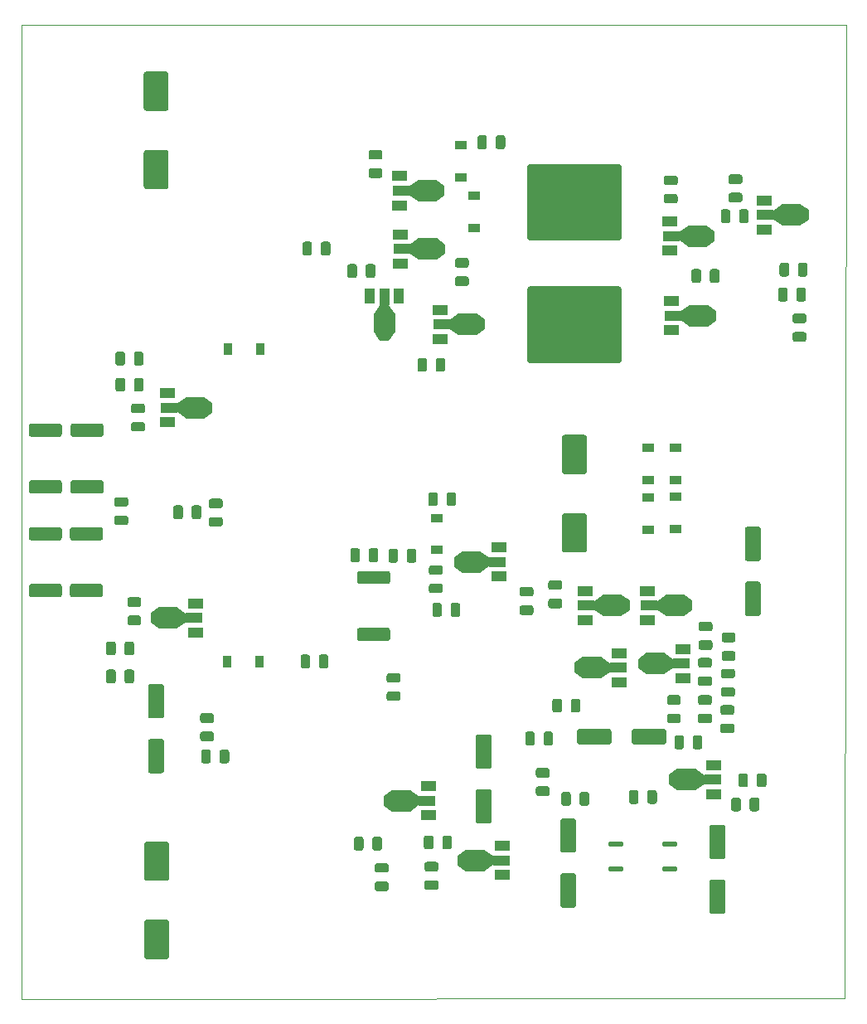
<source format=gtp>
%TF.GenerationSoftware,KiCad,Pcbnew,5.1.5-52549c5~84~ubuntu18.04.1*%
%TF.CreationDate,2020-03-16T18:49:37+13:00*%
%TF.ProjectId,Trimodal SMD,5472696d-6f64-4616-9c20-534d442e6b69,rev?*%
%TF.SameCoordinates,Original*%
%TF.FileFunction,Paste,Top*%
%TF.FilePolarity,Positive*%
%FSLAX46Y46*%
G04 Gerber Fmt 4.6, Leading zero omitted, Abs format (unit mm)*
G04 Created by KiCad (PCBNEW 5.1.5-52549c5~84~ubuntu18.04.1) date 2020-03-16 18:49:37*
%MOMM*%
%LPD*%
G04 APERTURE LIST*
%ADD10C,0.100000*%
%ADD11C,0.150000*%
%ADD12R,1.200000X0.900000*%
%ADD13R,0.900000X1.200000*%
%ADD14R,1.500000X1.000000*%
%ADD15R,1.800000X1.000000*%
%ADD16R,1.840000X2.200000*%
%ADD17R,2.200000X1.840000*%
%ADD18R,1.000000X1.500000*%
%ADD19R,1.000000X1.800000*%
G04 APERTURE END LIST*
D10*
X146494500Y-32131000D02*
X146367500Y-131572000D01*
X62230000Y-32194500D02*
X146494500Y-32131000D01*
X62293500Y-131635500D02*
X62230000Y-32194500D01*
X146367500Y-131572000D02*
X62293500Y-131635500D01*
D11*
G36*
X77097504Y-123539704D02*
G01*
X77121773Y-123543304D01*
X77145571Y-123549265D01*
X77168671Y-123557530D01*
X77190849Y-123568020D01*
X77211893Y-123580633D01*
X77231598Y-123595247D01*
X77249777Y-123611723D01*
X77266253Y-123629902D01*
X77280867Y-123649607D01*
X77293480Y-123670651D01*
X77303970Y-123692829D01*
X77312235Y-123715929D01*
X77318196Y-123739727D01*
X77321796Y-123763996D01*
X77323000Y-123788500D01*
X77323000Y-127288500D01*
X77321796Y-127313004D01*
X77318196Y-127337273D01*
X77312235Y-127361071D01*
X77303970Y-127384171D01*
X77293480Y-127406349D01*
X77280867Y-127427393D01*
X77266253Y-127447098D01*
X77249777Y-127465277D01*
X77231598Y-127481753D01*
X77211893Y-127496367D01*
X77190849Y-127508980D01*
X77168671Y-127519470D01*
X77145571Y-127527735D01*
X77121773Y-127533696D01*
X77097504Y-127537296D01*
X77073000Y-127538500D01*
X75073000Y-127538500D01*
X75048496Y-127537296D01*
X75024227Y-127533696D01*
X75000429Y-127527735D01*
X74977329Y-127519470D01*
X74955151Y-127508980D01*
X74934107Y-127496367D01*
X74914402Y-127481753D01*
X74896223Y-127465277D01*
X74879747Y-127447098D01*
X74865133Y-127427393D01*
X74852520Y-127406349D01*
X74842030Y-127384171D01*
X74833765Y-127361071D01*
X74827804Y-127337273D01*
X74824204Y-127313004D01*
X74823000Y-127288500D01*
X74823000Y-123788500D01*
X74824204Y-123763996D01*
X74827804Y-123739727D01*
X74833765Y-123715929D01*
X74842030Y-123692829D01*
X74852520Y-123670651D01*
X74865133Y-123649607D01*
X74879747Y-123629902D01*
X74896223Y-123611723D01*
X74914402Y-123595247D01*
X74934107Y-123580633D01*
X74955151Y-123568020D01*
X74977329Y-123557530D01*
X75000429Y-123549265D01*
X75024227Y-123543304D01*
X75048496Y-123539704D01*
X75073000Y-123538500D01*
X77073000Y-123538500D01*
X77097504Y-123539704D01*
G37*
G36*
X77097504Y-115539704D02*
G01*
X77121773Y-115543304D01*
X77145571Y-115549265D01*
X77168671Y-115557530D01*
X77190849Y-115568020D01*
X77211893Y-115580633D01*
X77231598Y-115595247D01*
X77249777Y-115611723D01*
X77266253Y-115629902D01*
X77280867Y-115649607D01*
X77293480Y-115670651D01*
X77303970Y-115692829D01*
X77312235Y-115715929D01*
X77318196Y-115739727D01*
X77321796Y-115763996D01*
X77323000Y-115788500D01*
X77323000Y-119288500D01*
X77321796Y-119313004D01*
X77318196Y-119337273D01*
X77312235Y-119361071D01*
X77303970Y-119384171D01*
X77293480Y-119406349D01*
X77280867Y-119427393D01*
X77266253Y-119447098D01*
X77249777Y-119465277D01*
X77231598Y-119481753D01*
X77211893Y-119496367D01*
X77190849Y-119508980D01*
X77168671Y-119519470D01*
X77145571Y-119527735D01*
X77121773Y-119533696D01*
X77097504Y-119537296D01*
X77073000Y-119538500D01*
X75073000Y-119538500D01*
X75048496Y-119537296D01*
X75024227Y-119533696D01*
X75000429Y-119527735D01*
X74977329Y-119519470D01*
X74955151Y-119508980D01*
X74934107Y-119496367D01*
X74914402Y-119481753D01*
X74896223Y-119465277D01*
X74879747Y-119447098D01*
X74865133Y-119427393D01*
X74852520Y-119406349D01*
X74842030Y-119384171D01*
X74833765Y-119361071D01*
X74827804Y-119337273D01*
X74824204Y-119313004D01*
X74823000Y-119288500D01*
X74823000Y-115788500D01*
X74824204Y-115763996D01*
X74827804Y-115739727D01*
X74833765Y-115715929D01*
X74842030Y-115692829D01*
X74852520Y-115670651D01*
X74865133Y-115649607D01*
X74879747Y-115629902D01*
X74896223Y-115611723D01*
X74914402Y-115595247D01*
X74934107Y-115580633D01*
X74955151Y-115568020D01*
X74977329Y-115557530D01*
X75000429Y-115549265D01*
X75024227Y-115543304D01*
X75048496Y-115539704D01*
X75073000Y-115538500D01*
X77073000Y-115538500D01*
X77097504Y-115539704D01*
G37*
G36*
X74267142Y-90602674D02*
G01*
X74290803Y-90606184D01*
X74314007Y-90611996D01*
X74336529Y-90620054D01*
X74358153Y-90630282D01*
X74378670Y-90642579D01*
X74397883Y-90656829D01*
X74415607Y-90672893D01*
X74431671Y-90690617D01*
X74445921Y-90709830D01*
X74458218Y-90730347D01*
X74468446Y-90751971D01*
X74476504Y-90774493D01*
X74482316Y-90797697D01*
X74485826Y-90821358D01*
X74487000Y-90845250D01*
X74487000Y-91332750D01*
X74485826Y-91356642D01*
X74482316Y-91380303D01*
X74476504Y-91403507D01*
X74468446Y-91426029D01*
X74458218Y-91447653D01*
X74445921Y-91468170D01*
X74431671Y-91487383D01*
X74415607Y-91505107D01*
X74397883Y-91521171D01*
X74378670Y-91535421D01*
X74358153Y-91547718D01*
X74336529Y-91557946D01*
X74314007Y-91566004D01*
X74290803Y-91571816D01*
X74267142Y-91575326D01*
X74243250Y-91576500D01*
X73330750Y-91576500D01*
X73306858Y-91575326D01*
X73283197Y-91571816D01*
X73259993Y-91566004D01*
X73237471Y-91557946D01*
X73215847Y-91547718D01*
X73195330Y-91535421D01*
X73176117Y-91521171D01*
X73158393Y-91505107D01*
X73142329Y-91487383D01*
X73128079Y-91468170D01*
X73115782Y-91447653D01*
X73105554Y-91426029D01*
X73097496Y-91403507D01*
X73091684Y-91380303D01*
X73088174Y-91356642D01*
X73087000Y-91332750D01*
X73087000Y-90845250D01*
X73088174Y-90821358D01*
X73091684Y-90797697D01*
X73097496Y-90774493D01*
X73105554Y-90751971D01*
X73115782Y-90730347D01*
X73128079Y-90709830D01*
X73142329Y-90690617D01*
X73158393Y-90672893D01*
X73176117Y-90656829D01*
X73195330Y-90642579D01*
X73215847Y-90630282D01*
X73237471Y-90620054D01*
X73259993Y-90611996D01*
X73283197Y-90606184D01*
X73306858Y-90602674D01*
X73330750Y-90601500D01*
X74243250Y-90601500D01*
X74267142Y-90602674D01*
G37*
G36*
X74267142Y-92477674D02*
G01*
X74290803Y-92481184D01*
X74314007Y-92486996D01*
X74336529Y-92495054D01*
X74358153Y-92505282D01*
X74378670Y-92517579D01*
X74397883Y-92531829D01*
X74415607Y-92547893D01*
X74431671Y-92565617D01*
X74445921Y-92584830D01*
X74458218Y-92605347D01*
X74468446Y-92626971D01*
X74476504Y-92649493D01*
X74482316Y-92672697D01*
X74485826Y-92696358D01*
X74487000Y-92720250D01*
X74487000Y-93207750D01*
X74485826Y-93231642D01*
X74482316Y-93255303D01*
X74476504Y-93278507D01*
X74468446Y-93301029D01*
X74458218Y-93322653D01*
X74445921Y-93343170D01*
X74431671Y-93362383D01*
X74415607Y-93380107D01*
X74397883Y-93396171D01*
X74378670Y-93410421D01*
X74358153Y-93422718D01*
X74336529Y-93432946D01*
X74314007Y-93441004D01*
X74290803Y-93446816D01*
X74267142Y-93450326D01*
X74243250Y-93451500D01*
X73330750Y-93451500D01*
X73306858Y-93450326D01*
X73283197Y-93446816D01*
X73259993Y-93441004D01*
X73237471Y-93432946D01*
X73215847Y-93422718D01*
X73195330Y-93410421D01*
X73176117Y-93396171D01*
X73158393Y-93380107D01*
X73142329Y-93362383D01*
X73128079Y-93343170D01*
X73115782Y-93322653D01*
X73105554Y-93301029D01*
X73097496Y-93278507D01*
X73091684Y-93255303D01*
X73088174Y-93231642D01*
X73087000Y-93207750D01*
X73087000Y-92720250D01*
X73088174Y-92696358D01*
X73091684Y-92672697D01*
X73097496Y-92649493D01*
X73105554Y-92626971D01*
X73115782Y-92605347D01*
X73128079Y-92584830D01*
X73142329Y-92565617D01*
X73158393Y-92547893D01*
X73176117Y-92531829D01*
X73195330Y-92517579D01*
X73215847Y-92505282D01*
X73237471Y-92495054D01*
X73259993Y-92486996D01*
X73283197Y-92481184D01*
X73306858Y-92477674D01*
X73330750Y-92476500D01*
X74243250Y-92476500D01*
X74267142Y-92477674D01*
G37*
G36*
X137544004Y-83404704D02*
G01*
X137568273Y-83408304D01*
X137592071Y-83414265D01*
X137615171Y-83422530D01*
X137637349Y-83433020D01*
X137658393Y-83445633D01*
X137678098Y-83460247D01*
X137696277Y-83476723D01*
X137712753Y-83494902D01*
X137727367Y-83514607D01*
X137739980Y-83535651D01*
X137750470Y-83557829D01*
X137758735Y-83580929D01*
X137764696Y-83604727D01*
X137768296Y-83628996D01*
X137769500Y-83653500D01*
X137769500Y-86653500D01*
X137768296Y-86678004D01*
X137764696Y-86702273D01*
X137758735Y-86726071D01*
X137750470Y-86749171D01*
X137739980Y-86771349D01*
X137727367Y-86792393D01*
X137712753Y-86812098D01*
X137696277Y-86830277D01*
X137678098Y-86846753D01*
X137658393Y-86861367D01*
X137637349Y-86873980D01*
X137615171Y-86884470D01*
X137592071Y-86892735D01*
X137568273Y-86898696D01*
X137544004Y-86902296D01*
X137519500Y-86903500D01*
X136419500Y-86903500D01*
X136394996Y-86902296D01*
X136370727Y-86898696D01*
X136346929Y-86892735D01*
X136323829Y-86884470D01*
X136301651Y-86873980D01*
X136280607Y-86861367D01*
X136260902Y-86846753D01*
X136242723Y-86830277D01*
X136226247Y-86812098D01*
X136211633Y-86792393D01*
X136199020Y-86771349D01*
X136188530Y-86749171D01*
X136180265Y-86726071D01*
X136174304Y-86702273D01*
X136170704Y-86678004D01*
X136169500Y-86653500D01*
X136169500Y-83653500D01*
X136170704Y-83628996D01*
X136174304Y-83604727D01*
X136180265Y-83580929D01*
X136188530Y-83557829D01*
X136199020Y-83535651D01*
X136211633Y-83514607D01*
X136226247Y-83494902D01*
X136242723Y-83476723D01*
X136260902Y-83460247D01*
X136280607Y-83445633D01*
X136301651Y-83433020D01*
X136323829Y-83422530D01*
X136346929Y-83414265D01*
X136370727Y-83408304D01*
X136394996Y-83404704D01*
X136419500Y-83403500D01*
X137519500Y-83403500D01*
X137544004Y-83404704D01*
G37*
G36*
X137544004Y-89004704D02*
G01*
X137568273Y-89008304D01*
X137592071Y-89014265D01*
X137615171Y-89022530D01*
X137637349Y-89033020D01*
X137658393Y-89045633D01*
X137678098Y-89060247D01*
X137696277Y-89076723D01*
X137712753Y-89094902D01*
X137727367Y-89114607D01*
X137739980Y-89135651D01*
X137750470Y-89157829D01*
X137758735Y-89180929D01*
X137764696Y-89204727D01*
X137768296Y-89228996D01*
X137769500Y-89253500D01*
X137769500Y-92253500D01*
X137768296Y-92278004D01*
X137764696Y-92302273D01*
X137758735Y-92326071D01*
X137750470Y-92349171D01*
X137739980Y-92371349D01*
X137727367Y-92392393D01*
X137712753Y-92412098D01*
X137696277Y-92430277D01*
X137678098Y-92446753D01*
X137658393Y-92461367D01*
X137637349Y-92473980D01*
X137615171Y-92484470D01*
X137592071Y-92492735D01*
X137568273Y-92498696D01*
X137544004Y-92502296D01*
X137519500Y-92503500D01*
X136419500Y-92503500D01*
X136394996Y-92502296D01*
X136370727Y-92498696D01*
X136346929Y-92492735D01*
X136323829Y-92484470D01*
X136301651Y-92473980D01*
X136280607Y-92461367D01*
X136260902Y-92446753D01*
X136242723Y-92430277D01*
X136226247Y-92412098D01*
X136211633Y-92392393D01*
X136199020Y-92371349D01*
X136188530Y-92349171D01*
X136180265Y-92326071D01*
X136174304Y-92302273D01*
X136170704Y-92278004D01*
X136169500Y-92253500D01*
X136169500Y-89253500D01*
X136170704Y-89228996D01*
X136174304Y-89204727D01*
X136180265Y-89180929D01*
X136188530Y-89157829D01*
X136199020Y-89135651D01*
X136211633Y-89114607D01*
X136226247Y-89094902D01*
X136242723Y-89076723D01*
X136260902Y-89060247D01*
X136280607Y-89045633D01*
X136301651Y-89033020D01*
X136323829Y-89022530D01*
X136346929Y-89014265D01*
X136370727Y-89008304D01*
X136394996Y-89004704D01*
X136419500Y-89003500D01*
X137519500Y-89003500D01*
X137544004Y-89004704D01*
G37*
G36*
X119769504Y-82011204D02*
G01*
X119793773Y-82014804D01*
X119817571Y-82020765D01*
X119840671Y-82029030D01*
X119862849Y-82039520D01*
X119883893Y-82052133D01*
X119903598Y-82066747D01*
X119921777Y-82083223D01*
X119938253Y-82101402D01*
X119952867Y-82121107D01*
X119965480Y-82142151D01*
X119975970Y-82164329D01*
X119984235Y-82187429D01*
X119990196Y-82211227D01*
X119993796Y-82235496D01*
X119995000Y-82260000D01*
X119995000Y-85760000D01*
X119993796Y-85784504D01*
X119990196Y-85808773D01*
X119984235Y-85832571D01*
X119975970Y-85855671D01*
X119965480Y-85877849D01*
X119952867Y-85898893D01*
X119938253Y-85918598D01*
X119921777Y-85936777D01*
X119903598Y-85953253D01*
X119883893Y-85967867D01*
X119862849Y-85980480D01*
X119840671Y-85990970D01*
X119817571Y-85999235D01*
X119793773Y-86005196D01*
X119769504Y-86008796D01*
X119745000Y-86010000D01*
X117745000Y-86010000D01*
X117720496Y-86008796D01*
X117696227Y-86005196D01*
X117672429Y-85999235D01*
X117649329Y-85990970D01*
X117627151Y-85980480D01*
X117606107Y-85967867D01*
X117586402Y-85953253D01*
X117568223Y-85936777D01*
X117551747Y-85918598D01*
X117537133Y-85898893D01*
X117524520Y-85877849D01*
X117514030Y-85855671D01*
X117505765Y-85832571D01*
X117499804Y-85808773D01*
X117496204Y-85784504D01*
X117495000Y-85760000D01*
X117495000Y-82260000D01*
X117496204Y-82235496D01*
X117499804Y-82211227D01*
X117505765Y-82187429D01*
X117514030Y-82164329D01*
X117524520Y-82142151D01*
X117537133Y-82121107D01*
X117551747Y-82101402D01*
X117568223Y-82083223D01*
X117586402Y-82066747D01*
X117606107Y-82052133D01*
X117627151Y-82039520D01*
X117649329Y-82029030D01*
X117672429Y-82020765D01*
X117696227Y-82014804D01*
X117720496Y-82011204D01*
X117745000Y-82010000D01*
X119745000Y-82010000D01*
X119769504Y-82011204D01*
G37*
G36*
X119769504Y-74011204D02*
G01*
X119793773Y-74014804D01*
X119817571Y-74020765D01*
X119840671Y-74029030D01*
X119862849Y-74039520D01*
X119883893Y-74052133D01*
X119903598Y-74066747D01*
X119921777Y-74083223D01*
X119938253Y-74101402D01*
X119952867Y-74121107D01*
X119965480Y-74142151D01*
X119975970Y-74164329D01*
X119984235Y-74187429D01*
X119990196Y-74211227D01*
X119993796Y-74235496D01*
X119995000Y-74260000D01*
X119995000Y-77760000D01*
X119993796Y-77784504D01*
X119990196Y-77808773D01*
X119984235Y-77832571D01*
X119975970Y-77855671D01*
X119965480Y-77877849D01*
X119952867Y-77898893D01*
X119938253Y-77918598D01*
X119921777Y-77936777D01*
X119903598Y-77953253D01*
X119883893Y-77967867D01*
X119862849Y-77980480D01*
X119840671Y-77990970D01*
X119817571Y-77999235D01*
X119793773Y-78005196D01*
X119769504Y-78008796D01*
X119745000Y-78010000D01*
X117745000Y-78010000D01*
X117720496Y-78008796D01*
X117696227Y-78005196D01*
X117672429Y-77999235D01*
X117649329Y-77990970D01*
X117627151Y-77980480D01*
X117606107Y-77967867D01*
X117586402Y-77953253D01*
X117568223Y-77936777D01*
X117551747Y-77918598D01*
X117537133Y-77898893D01*
X117524520Y-77877849D01*
X117514030Y-77855671D01*
X117505765Y-77832571D01*
X117499804Y-77808773D01*
X117496204Y-77784504D01*
X117495000Y-77760000D01*
X117495000Y-74260000D01*
X117496204Y-74235496D01*
X117499804Y-74211227D01*
X117505765Y-74187429D01*
X117514030Y-74164329D01*
X117524520Y-74142151D01*
X117537133Y-74121107D01*
X117551747Y-74101402D01*
X117568223Y-74083223D01*
X117586402Y-74066747D01*
X117606107Y-74052133D01*
X117627151Y-74039520D01*
X117649329Y-74029030D01*
X117672429Y-74020765D01*
X117696227Y-74014804D01*
X117720496Y-74011204D01*
X117745000Y-74010000D01*
X119745000Y-74010000D01*
X119769504Y-74011204D01*
G37*
G36*
X76584004Y-105070204D02*
G01*
X76608273Y-105073804D01*
X76632071Y-105079765D01*
X76655171Y-105088030D01*
X76677349Y-105098520D01*
X76698393Y-105111133D01*
X76718098Y-105125747D01*
X76736277Y-105142223D01*
X76752753Y-105160402D01*
X76767367Y-105180107D01*
X76779980Y-105201151D01*
X76790470Y-105223329D01*
X76798735Y-105246429D01*
X76804696Y-105270227D01*
X76808296Y-105294496D01*
X76809500Y-105319000D01*
X76809500Y-108319000D01*
X76808296Y-108343504D01*
X76804696Y-108367773D01*
X76798735Y-108391571D01*
X76790470Y-108414671D01*
X76779980Y-108436849D01*
X76767367Y-108457893D01*
X76752753Y-108477598D01*
X76736277Y-108495777D01*
X76718098Y-108512253D01*
X76698393Y-108526867D01*
X76677349Y-108539480D01*
X76655171Y-108549970D01*
X76632071Y-108558235D01*
X76608273Y-108564196D01*
X76584004Y-108567796D01*
X76559500Y-108569000D01*
X75459500Y-108569000D01*
X75434996Y-108567796D01*
X75410727Y-108564196D01*
X75386929Y-108558235D01*
X75363829Y-108549970D01*
X75341651Y-108539480D01*
X75320607Y-108526867D01*
X75300902Y-108512253D01*
X75282723Y-108495777D01*
X75266247Y-108477598D01*
X75251633Y-108457893D01*
X75239020Y-108436849D01*
X75228530Y-108414671D01*
X75220265Y-108391571D01*
X75214304Y-108367773D01*
X75210704Y-108343504D01*
X75209500Y-108319000D01*
X75209500Y-105319000D01*
X75210704Y-105294496D01*
X75214304Y-105270227D01*
X75220265Y-105246429D01*
X75228530Y-105223329D01*
X75239020Y-105201151D01*
X75251633Y-105180107D01*
X75266247Y-105160402D01*
X75282723Y-105142223D01*
X75300902Y-105125747D01*
X75320607Y-105111133D01*
X75341651Y-105098520D01*
X75363829Y-105088030D01*
X75386929Y-105079765D01*
X75410727Y-105073804D01*
X75434996Y-105070204D01*
X75459500Y-105069000D01*
X76559500Y-105069000D01*
X76584004Y-105070204D01*
G37*
G36*
X76584004Y-99470204D02*
G01*
X76608273Y-99473804D01*
X76632071Y-99479765D01*
X76655171Y-99488030D01*
X76677349Y-99498520D01*
X76698393Y-99511133D01*
X76718098Y-99525747D01*
X76736277Y-99542223D01*
X76752753Y-99560402D01*
X76767367Y-99580107D01*
X76779980Y-99601151D01*
X76790470Y-99623329D01*
X76798735Y-99646429D01*
X76804696Y-99670227D01*
X76808296Y-99694496D01*
X76809500Y-99719000D01*
X76809500Y-102719000D01*
X76808296Y-102743504D01*
X76804696Y-102767773D01*
X76798735Y-102791571D01*
X76790470Y-102814671D01*
X76779980Y-102836849D01*
X76767367Y-102857893D01*
X76752753Y-102877598D01*
X76736277Y-102895777D01*
X76718098Y-102912253D01*
X76698393Y-102926867D01*
X76677349Y-102939480D01*
X76655171Y-102949970D01*
X76632071Y-102958235D01*
X76608273Y-102964196D01*
X76584004Y-102967796D01*
X76559500Y-102969000D01*
X75459500Y-102969000D01*
X75434996Y-102967796D01*
X75410727Y-102964196D01*
X75386929Y-102958235D01*
X75363829Y-102949970D01*
X75341651Y-102939480D01*
X75320607Y-102926867D01*
X75300902Y-102912253D01*
X75282723Y-102895777D01*
X75266247Y-102877598D01*
X75251633Y-102857893D01*
X75239020Y-102836849D01*
X75228530Y-102814671D01*
X75220265Y-102791571D01*
X75214304Y-102767773D01*
X75210704Y-102743504D01*
X75209500Y-102719000D01*
X75209500Y-99719000D01*
X75210704Y-99694496D01*
X75214304Y-99670227D01*
X75220265Y-99646429D01*
X75228530Y-99623329D01*
X75239020Y-99601151D01*
X75251633Y-99580107D01*
X75266247Y-99560402D01*
X75282723Y-99542223D01*
X75300902Y-99525747D01*
X75320607Y-99511133D01*
X75341651Y-99498520D01*
X75363829Y-99488030D01*
X75386929Y-99479765D01*
X75410727Y-99473804D01*
X75434996Y-99470204D01*
X75459500Y-99469000D01*
X76559500Y-99469000D01*
X76584004Y-99470204D01*
G37*
G36*
X110048504Y-110207704D02*
G01*
X110072773Y-110211304D01*
X110096571Y-110217265D01*
X110119671Y-110225530D01*
X110141849Y-110236020D01*
X110162893Y-110248633D01*
X110182598Y-110263247D01*
X110200777Y-110279723D01*
X110217253Y-110297902D01*
X110231867Y-110317607D01*
X110244480Y-110338651D01*
X110254970Y-110360829D01*
X110263235Y-110383929D01*
X110269196Y-110407727D01*
X110272796Y-110431996D01*
X110274000Y-110456500D01*
X110274000Y-113456500D01*
X110272796Y-113481004D01*
X110269196Y-113505273D01*
X110263235Y-113529071D01*
X110254970Y-113552171D01*
X110244480Y-113574349D01*
X110231867Y-113595393D01*
X110217253Y-113615098D01*
X110200777Y-113633277D01*
X110182598Y-113649753D01*
X110162893Y-113664367D01*
X110141849Y-113676980D01*
X110119671Y-113687470D01*
X110096571Y-113695735D01*
X110072773Y-113701696D01*
X110048504Y-113705296D01*
X110024000Y-113706500D01*
X108924000Y-113706500D01*
X108899496Y-113705296D01*
X108875227Y-113701696D01*
X108851429Y-113695735D01*
X108828329Y-113687470D01*
X108806151Y-113676980D01*
X108785107Y-113664367D01*
X108765402Y-113649753D01*
X108747223Y-113633277D01*
X108730747Y-113615098D01*
X108716133Y-113595393D01*
X108703520Y-113574349D01*
X108693030Y-113552171D01*
X108684765Y-113529071D01*
X108678804Y-113505273D01*
X108675204Y-113481004D01*
X108674000Y-113456500D01*
X108674000Y-110456500D01*
X108675204Y-110431996D01*
X108678804Y-110407727D01*
X108684765Y-110383929D01*
X108693030Y-110360829D01*
X108703520Y-110338651D01*
X108716133Y-110317607D01*
X108730747Y-110297902D01*
X108747223Y-110279723D01*
X108765402Y-110263247D01*
X108785107Y-110248633D01*
X108806151Y-110236020D01*
X108828329Y-110225530D01*
X108851429Y-110217265D01*
X108875227Y-110211304D01*
X108899496Y-110207704D01*
X108924000Y-110206500D01*
X110024000Y-110206500D01*
X110048504Y-110207704D01*
G37*
G36*
X110048504Y-104607704D02*
G01*
X110072773Y-104611304D01*
X110096571Y-104617265D01*
X110119671Y-104625530D01*
X110141849Y-104636020D01*
X110162893Y-104648633D01*
X110182598Y-104663247D01*
X110200777Y-104679723D01*
X110217253Y-104697902D01*
X110231867Y-104717607D01*
X110244480Y-104738651D01*
X110254970Y-104760829D01*
X110263235Y-104783929D01*
X110269196Y-104807727D01*
X110272796Y-104831996D01*
X110274000Y-104856500D01*
X110274000Y-107856500D01*
X110272796Y-107881004D01*
X110269196Y-107905273D01*
X110263235Y-107929071D01*
X110254970Y-107952171D01*
X110244480Y-107974349D01*
X110231867Y-107995393D01*
X110217253Y-108015098D01*
X110200777Y-108033277D01*
X110182598Y-108049753D01*
X110162893Y-108064367D01*
X110141849Y-108076980D01*
X110119671Y-108087470D01*
X110096571Y-108095735D01*
X110072773Y-108101696D01*
X110048504Y-108105296D01*
X110024000Y-108106500D01*
X108924000Y-108106500D01*
X108899496Y-108105296D01*
X108875227Y-108101696D01*
X108851429Y-108095735D01*
X108828329Y-108087470D01*
X108806151Y-108076980D01*
X108785107Y-108064367D01*
X108765402Y-108049753D01*
X108747223Y-108033277D01*
X108730747Y-108015098D01*
X108716133Y-107995393D01*
X108703520Y-107974349D01*
X108693030Y-107952171D01*
X108684765Y-107929071D01*
X108678804Y-107905273D01*
X108675204Y-107881004D01*
X108674000Y-107856500D01*
X108674000Y-104856500D01*
X108675204Y-104831996D01*
X108678804Y-104807727D01*
X108684765Y-104783929D01*
X108693030Y-104760829D01*
X108703520Y-104738651D01*
X108716133Y-104717607D01*
X108730747Y-104697902D01*
X108747223Y-104679723D01*
X108765402Y-104663247D01*
X108785107Y-104648633D01*
X108806151Y-104636020D01*
X108828329Y-104625530D01*
X108851429Y-104617265D01*
X108875227Y-104611304D01*
X108899496Y-104607704D01*
X108924000Y-104606500D01*
X110024000Y-104606500D01*
X110048504Y-104607704D01*
G37*
G36*
X77034004Y-36927704D02*
G01*
X77058273Y-36931304D01*
X77082071Y-36937265D01*
X77105171Y-36945530D01*
X77127349Y-36956020D01*
X77148393Y-36968633D01*
X77168098Y-36983247D01*
X77186277Y-36999723D01*
X77202753Y-37017902D01*
X77217367Y-37037607D01*
X77229980Y-37058651D01*
X77240470Y-37080829D01*
X77248735Y-37103929D01*
X77254696Y-37127727D01*
X77258296Y-37151996D01*
X77259500Y-37176500D01*
X77259500Y-40676500D01*
X77258296Y-40701004D01*
X77254696Y-40725273D01*
X77248735Y-40749071D01*
X77240470Y-40772171D01*
X77229980Y-40794349D01*
X77217367Y-40815393D01*
X77202753Y-40835098D01*
X77186277Y-40853277D01*
X77168098Y-40869753D01*
X77148393Y-40884367D01*
X77127349Y-40896980D01*
X77105171Y-40907470D01*
X77082071Y-40915735D01*
X77058273Y-40921696D01*
X77034004Y-40925296D01*
X77009500Y-40926500D01*
X75009500Y-40926500D01*
X74984996Y-40925296D01*
X74960727Y-40921696D01*
X74936929Y-40915735D01*
X74913829Y-40907470D01*
X74891651Y-40896980D01*
X74870607Y-40884367D01*
X74850902Y-40869753D01*
X74832723Y-40853277D01*
X74816247Y-40835098D01*
X74801633Y-40815393D01*
X74789020Y-40794349D01*
X74778530Y-40772171D01*
X74770265Y-40749071D01*
X74764304Y-40725273D01*
X74760704Y-40701004D01*
X74759500Y-40676500D01*
X74759500Y-37176500D01*
X74760704Y-37151996D01*
X74764304Y-37127727D01*
X74770265Y-37103929D01*
X74778530Y-37080829D01*
X74789020Y-37058651D01*
X74801633Y-37037607D01*
X74816247Y-37017902D01*
X74832723Y-36999723D01*
X74850902Y-36983247D01*
X74870607Y-36968633D01*
X74891651Y-36956020D01*
X74913829Y-36945530D01*
X74936929Y-36937265D01*
X74960727Y-36931304D01*
X74984996Y-36927704D01*
X75009500Y-36926500D01*
X77009500Y-36926500D01*
X77034004Y-36927704D01*
G37*
G36*
X77034004Y-44927704D02*
G01*
X77058273Y-44931304D01*
X77082071Y-44937265D01*
X77105171Y-44945530D01*
X77127349Y-44956020D01*
X77148393Y-44968633D01*
X77168098Y-44983247D01*
X77186277Y-44999723D01*
X77202753Y-45017902D01*
X77217367Y-45037607D01*
X77229980Y-45058651D01*
X77240470Y-45080829D01*
X77248735Y-45103929D01*
X77254696Y-45127727D01*
X77258296Y-45151996D01*
X77259500Y-45176500D01*
X77259500Y-48676500D01*
X77258296Y-48701004D01*
X77254696Y-48725273D01*
X77248735Y-48749071D01*
X77240470Y-48772171D01*
X77229980Y-48794349D01*
X77217367Y-48815393D01*
X77202753Y-48835098D01*
X77186277Y-48853277D01*
X77168098Y-48869753D01*
X77148393Y-48884367D01*
X77127349Y-48896980D01*
X77105171Y-48907470D01*
X77082071Y-48915735D01*
X77058273Y-48921696D01*
X77034004Y-48925296D01*
X77009500Y-48926500D01*
X75009500Y-48926500D01*
X74984996Y-48925296D01*
X74960727Y-48921696D01*
X74936929Y-48915735D01*
X74913829Y-48907470D01*
X74891651Y-48896980D01*
X74870607Y-48884367D01*
X74850902Y-48869753D01*
X74832723Y-48853277D01*
X74816247Y-48835098D01*
X74801633Y-48815393D01*
X74789020Y-48794349D01*
X74778530Y-48772171D01*
X74770265Y-48749071D01*
X74764304Y-48725273D01*
X74760704Y-48701004D01*
X74759500Y-48676500D01*
X74759500Y-45176500D01*
X74760704Y-45151996D01*
X74764304Y-45127727D01*
X74770265Y-45103929D01*
X74778530Y-45080829D01*
X74789020Y-45058651D01*
X74801633Y-45037607D01*
X74816247Y-45017902D01*
X74832723Y-44999723D01*
X74850902Y-44983247D01*
X74870607Y-44968633D01*
X74891651Y-44956020D01*
X74913829Y-44945530D01*
X74936929Y-44937265D01*
X74960727Y-44931304D01*
X74984996Y-44927704D01*
X75009500Y-44926500D01*
X77009500Y-44926500D01*
X77034004Y-44927704D01*
G37*
G36*
X118684504Y-113186204D02*
G01*
X118708773Y-113189804D01*
X118732571Y-113195765D01*
X118755671Y-113204030D01*
X118777849Y-113214520D01*
X118798893Y-113227133D01*
X118818598Y-113241747D01*
X118836777Y-113258223D01*
X118853253Y-113276402D01*
X118867867Y-113296107D01*
X118880480Y-113317151D01*
X118890970Y-113339329D01*
X118899235Y-113362429D01*
X118905196Y-113386227D01*
X118908796Y-113410496D01*
X118910000Y-113435000D01*
X118910000Y-116435000D01*
X118908796Y-116459504D01*
X118905196Y-116483773D01*
X118899235Y-116507571D01*
X118890970Y-116530671D01*
X118880480Y-116552849D01*
X118867867Y-116573893D01*
X118853253Y-116593598D01*
X118836777Y-116611777D01*
X118818598Y-116628253D01*
X118798893Y-116642867D01*
X118777849Y-116655480D01*
X118755671Y-116665970D01*
X118732571Y-116674235D01*
X118708773Y-116680196D01*
X118684504Y-116683796D01*
X118660000Y-116685000D01*
X117560000Y-116685000D01*
X117535496Y-116683796D01*
X117511227Y-116680196D01*
X117487429Y-116674235D01*
X117464329Y-116665970D01*
X117442151Y-116655480D01*
X117421107Y-116642867D01*
X117401402Y-116628253D01*
X117383223Y-116611777D01*
X117366747Y-116593598D01*
X117352133Y-116573893D01*
X117339520Y-116552849D01*
X117329030Y-116530671D01*
X117320765Y-116507571D01*
X117314804Y-116483773D01*
X117311204Y-116459504D01*
X117310000Y-116435000D01*
X117310000Y-113435000D01*
X117311204Y-113410496D01*
X117314804Y-113386227D01*
X117320765Y-113362429D01*
X117329030Y-113339329D01*
X117339520Y-113317151D01*
X117352133Y-113296107D01*
X117366747Y-113276402D01*
X117383223Y-113258223D01*
X117401402Y-113241747D01*
X117421107Y-113227133D01*
X117442151Y-113214520D01*
X117464329Y-113204030D01*
X117487429Y-113195765D01*
X117511227Y-113189804D01*
X117535496Y-113186204D01*
X117560000Y-113185000D01*
X118660000Y-113185000D01*
X118684504Y-113186204D01*
G37*
G36*
X118684504Y-118786204D02*
G01*
X118708773Y-118789804D01*
X118732571Y-118795765D01*
X118755671Y-118804030D01*
X118777849Y-118814520D01*
X118798893Y-118827133D01*
X118818598Y-118841747D01*
X118836777Y-118858223D01*
X118853253Y-118876402D01*
X118867867Y-118896107D01*
X118880480Y-118917151D01*
X118890970Y-118939329D01*
X118899235Y-118962429D01*
X118905196Y-118986227D01*
X118908796Y-119010496D01*
X118910000Y-119035000D01*
X118910000Y-122035000D01*
X118908796Y-122059504D01*
X118905196Y-122083773D01*
X118899235Y-122107571D01*
X118890970Y-122130671D01*
X118880480Y-122152849D01*
X118867867Y-122173893D01*
X118853253Y-122193598D01*
X118836777Y-122211777D01*
X118818598Y-122228253D01*
X118798893Y-122242867D01*
X118777849Y-122255480D01*
X118755671Y-122265970D01*
X118732571Y-122274235D01*
X118708773Y-122280196D01*
X118684504Y-122283796D01*
X118660000Y-122285000D01*
X117560000Y-122285000D01*
X117535496Y-122283796D01*
X117511227Y-122280196D01*
X117487429Y-122274235D01*
X117464329Y-122265970D01*
X117442151Y-122255480D01*
X117421107Y-122242867D01*
X117401402Y-122228253D01*
X117383223Y-122211777D01*
X117366747Y-122193598D01*
X117352133Y-122173893D01*
X117339520Y-122152849D01*
X117329030Y-122130671D01*
X117320765Y-122107571D01*
X117314804Y-122083773D01*
X117311204Y-122059504D01*
X117310000Y-122035000D01*
X117310000Y-119035000D01*
X117311204Y-119010496D01*
X117314804Y-118986227D01*
X117320765Y-118962429D01*
X117329030Y-118939329D01*
X117339520Y-118917151D01*
X117352133Y-118896107D01*
X117366747Y-118876402D01*
X117383223Y-118858223D01*
X117401402Y-118841747D01*
X117421107Y-118827133D01*
X117442151Y-118814520D01*
X117464329Y-118804030D01*
X117487429Y-118795765D01*
X117511227Y-118789804D01*
X117535496Y-118786204D01*
X117560000Y-118785000D01*
X118660000Y-118785000D01*
X118684504Y-118786204D01*
G37*
G36*
X123319507Y-58866204D02*
G01*
X123343775Y-58869804D01*
X123367573Y-58875765D01*
X123390673Y-58884030D01*
X123412851Y-58894519D01*
X123433894Y-58907132D01*
X123453599Y-58921747D01*
X123471778Y-58938222D01*
X123488253Y-58956401D01*
X123502868Y-58976106D01*
X123515481Y-58997149D01*
X123525970Y-59019327D01*
X123534235Y-59042427D01*
X123540196Y-59066225D01*
X123543796Y-59090493D01*
X123545000Y-59114997D01*
X123545000Y-66415003D01*
X123543796Y-66439507D01*
X123540196Y-66463775D01*
X123534235Y-66487573D01*
X123525970Y-66510673D01*
X123515481Y-66532851D01*
X123502868Y-66553894D01*
X123488253Y-66573599D01*
X123471778Y-66591778D01*
X123453599Y-66608253D01*
X123433894Y-66622868D01*
X123412851Y-66635481D01*
X123390673Y-66645970D01*
X123367573Y-66654235D01*
X123343775Y-66660196D01*
X123319507Y-66663796D01*
X123295003Y-66665000D01*
X114194997Y-66665000D01*
X114170493Y-66663796D01*
X114146225Y-66660196D01*
X114122427Y-66654235D01*
X114099327Y-66645970D01*
X114077149Y-66635481D01*
X114056106Y-66622868D01*
X114036401Y-66608253D01*
X114018222Y-66591778D01*
X114001747Y-66573599D01*
X113987132Y-66553894D01*
X113974519Y-66532851D01*
X113964030Y-66510673D01*
X113955765Y-66487573D01*
X113949804Y-66463775D01*
X113946204Y-66439507D01*
X113945000Y-66415003D01*
X113945000Y-59114997D01*
X113946204Y-59090493D01*
X113949804Y-59066225D01*
X113955765Y-59042427D01*
X113964030Y-59019327D01*
X113974519Y-58997149D01*
X113987132Y-58976106D01*
X114001747Y-58956401D01*
X114018222Y-58938222D01*
X114036401Y-58921747D01*
X114056106Y-58907132D01*
X114077149Y-58894519D01*
X114099327Y-58884030D01*
X114122427Y-58875765D01*
X114146225Y-58869804D01*
X114170493Y-58866204D01*
X114194997Y-58865000D01*
X123295003Y-58865000D01*
X123319507Y-58866204D01*
G37*
G36*
X123319507Y-46366204D02*
G01*
X123343775Y-46369804D01*
X123367573Y-46375765D01*
X123390673Y-46384030D01*
X123412851Y-46394519D01*
X123433894Y-46407132D01*
X123453599Y-46421747D01*
X123471778Y-46438222D01*
X123488253Y-46456401D01*
X123502868Y-46476106D01*
X123515481Y-46497149D01*
X123525970Y-46519327D01*
X123534235Y-46542427D01*
X123540196Y-46566225D01*
X123543796Y-46590493D01*
X123545000Y-46614997D01*
X123545000Y-53915003D01*
X123543796Y-53939507D01*
X123540196Y-53963775D01*
X123534235Y-53987573D01*
X123525970Y-54010673D01*
X123515481Y-54032851D01*
X123502868Y-54053894D01*
X123488253Y-54073599D01*
X123471778Y-54091778D01*
X123453599Y-54108253D01*
X123433894Y-54122868D01*
X123412851Y-54135481D01*
X123390673Y-54145970D01*
X123367573Y-54154235D01*
X123343775Y-54160196D01*
X123319507Y-54163796D01*
X123295003Y-54165000D01*
X114194997Y-54165000D01*
X114170493Y-54163796D01*
X114146225Y-54160196D01*
X114122427Y-54154235D01*
X114099327Y-54145970D01*
X114077149Y-54135481D01*
X114056106Y-54122868D01*
X114036401Y-54108253D01*
X114018222Y-54091778D01*
X114001747Y-54073599D01*
X113987132Y-54053894D01*
X113974519Y-54032851D01*
X113964030Y-54010673D01*
X113955765Y-53987573D01*
X113949804Y-53963775D01*
X113946204Y-53939507D01*
X113945000Y-53915003D01*
X113945000Y-46614997D01*
X113946204Y-46590493D01*
X113949804Y-46566225D01*
X113955765Y-46542427D01*
X113964030Y-46519327D01*
X113974519Y-46497149D01*
X113987132Y-46476106D01*
X114001747Y-46456401D01*
X114018222Y-46438222D01*
X114036401Y-46421747D01*
X114056106Y-46407132D01*
X114077149Y-46394519D01*
X114099327Y-46384030D01*
X114122427Y-46375765D01*
X114146225Y-46369804D01*
X114170493Y-46366204D01*
X114194997Y-46365000D01*
X123295003Y-46365000D01*
X123319507Y-46366204D01*
G37*
G36*
X133924504Y-113821204D02*
G01*
X133948773Y-113824804D01*
X133972571Y-113830765D01*
X133995671Y-113839030D01*
X134017849Y-113849520D01*
X134038893Y-113862133D01*
X134058598Y-113876747D01*
X134076777Y-113893223D01*
X134093253Y-113911402D01*
X134107867Y-113931107D01*
X134120480Y-113952151D01*
X134130970Y-113974329D01*
X134139235Y-113997429D01*
X134145196Y-114021227D01*
X134148796Y-114045496D01*
X134150000Y-114070000D01*
X134150000Y-117070000D01*
X134148796Y-117094504D01*
X134145196Y-117118773D01*
X134139235Y-117142571D01*
X134130970Y-117165671D01*
X134120480Y-117187849D01*
X134107867Y-117208893D01*
X134093253Y-117228598D01*
X134076777Y-117246777D01*
X134058598Y-117263253D01*
X134038893Y-117277867D01*
X134017849Y-117290480D01*
X133995671Y-117300970D01*
X133972571Y-117309235D01*
X133948773Y-117315196D01*
X133924504Y-117318796D01*
X133900000Y-117320000D01*
X132800000Y-117320000D01*
X132775496Y-117318796D01*
X132751227Y-117315196D01*
X132727429Y-117309235D01*
X132704329Y-117300970D01*
X132682151Y-117290480D01*
X132661107Y-117277867D01*
X132641402Y-117263253D01*
X132623223Y-117246777D01*
X132606747Y-117228598D01*
X132592133Y-117208893D01*
X132579520Y-117187849D01*
X132569030Y-117165671D01*
X132560765Y-117142571D01*
X132554804Y-117118773D01*
X132551204Y-117094504D01*
X132550000Y-117070000D01*
X132550000Y-114070000D01*
X132551204Y-114045496D01*
X132554804Y-114021227D01*
X132560765Y-113997429D01*
X132569030Y-113974329D01*
X132579520Y-113952151D01*
X132592133Y-113931107D01*
X132606747Y-113911402D01*
X132623223Y-113893223D01*
X132641402Y-113876747D01*
X132661107Y-113862133D01*
X132682151Y-113849520D01*
X132704329Y-113839030D01*
X132727429Y-113830765D01*
X132751227Y-113824804D01*
X132775496Y-113821204D01*
X132800000Y-113820000D01*
X133900000Y-113820000D01*
X133924504Y-113821204D01*
G37*
G36*
X133924504Y-119421204D02*
G01*
X133948773Y-119424804D01*
X133972571Y-119430765D01*
X133995671Y-119439030D01*
X134017849Y-119449520D01*
X134038893Y-119462133D01*
X134058598Y-119476747D01*
X134076777Y-119493223D01*
X134093253Y-119511402D01*
X134107867Y-119531107D01*
X134120480Y-119552151D01*
X134130970Y-119574329D01*
X134139235Y-119597429D01*
X134145196Y-119621227D01*
X134148796Y-119645496D01*
X134150000Y-119670000D01*
X134150000Y-122670000D01*
X134148796Y-122694504D01*
X134145196Y-122718773D01*
X134139235Y-122742571D01*
X134130970Y-122765671D01*
X134120480Y-122787849D01*
X134107867Y-122808893D01*
X134093253Y-122828598D01*
X134076777Y-122846777D01*
X134058598Y-122863253D01*
X134038893Y-122877867D01*
X134017849Y-122890480D01*
X133995671Y-122900970D01*
X133972571Y-122909235D01*
X133948773Y-122915196D01*
X133924504Y-122918796D01*
X133900000Y-122920000D01*
X132800000Y-122920000D01*
X132775496Y-122918796D01*
X132751227Y-122915196D01*
X132727429Y-122909235D01*
X132704329Y-122900970D01*
X132682151Y-122890480D01*
X132661107Y-122877867D01*
X132641402Y-122863253D01*
X132623223Y-122846777D01*
X132606747Y-122828598D01*
X132592133Y-122808893D01*
X132579520Y-122787849D01*
X132569030Y-122765671D01*
X132560765Y-122742571D01*
X132554804Y-122718773D01*
X132551204Y-122694504D01*
X132550000Y-122670000D01*
X132550000Y-119670000D01*
X132551204Y-119645496D01*
X132554804Y-119621227D01*
X132560765Y-119597429D01*
X132569030Y-119574329D01*
X132579520Y-119552151D01*
X132592133Y-119531107D01*
X132606747Y-119511402D01*
X132623223Y-119493223D01*
X132641402Y-119476747D01*
X132661107Y-119462133D01*
X132682151Y-119449520D01*
X132704329Y-119439030D01*
X132727429Y-119430765D01*
X132751227Y-119424804D01*
X132775496Y-119421204D01*
X132800000Y-119420000D01*
X133900000Y-119420000D01*
X133924504Y-119421204D01*
G37*
G36*
X127889504Y-104039704D02*
G01*
X127913773Y-104043304D01*
X127937571Y-104049265D01*
X127960671Y-104057530D01*
X127982849Y-104068020D01*
X128003893Y-104080633D01*
X128023598Y-104095247D01*
X128041777Y-104111723D01*
X128058253Y-104129902D01*
X128072867Y-104149607D01*
X128085480Y-104170651D01*
X128095970Y-104192829D01*
X128104235Y-104215929D01*
X128110196Y-104239727D01*
X128113796Y-104263996D01*
X128115000Y-104288500D01*
X128115000Y-105388500D01*
X128113796Y-105413004D01*
X128110196Y-105437273D01*
X128104235Y-105461071D01*
X128095970Y-105484171D01*
X128085480Y-105506349D01*
X128072867Y-105527393D01*
X128058253Y-105547098D01*
X128041777Y-105565277D01*
X128023598Y-105581753D01*
X128003893Y-105596367D01*
X127982849Y-105608980D01*
X127960671Y-105619470D01*
X127937571Y-105627735D01*
X127913773Y-105633696D01*
X127889504Y-105637296D01*
X127865000Y-105638500D01*
X124865000Y-105638500D01*
X124840496Y-105637296D01*
X124816227Y-105633696D01*
X124792429Y-105627735D01*
X124769329Y-105619470D01*
X124747151Y-105608980D01*
X124726107Y-105596367D01*
X124706402Y-105581753D01*
X124688223Y-105565277D01*
X124671747Y-105547098D01*
X124657133Y-105527393D01*
X124644520Y-105506349D01*
X124634030Y-105484171D01*
X124625765Y-105461071D01*
X124619804Y-105437273D01*
X124616204Y-105413004D01*
X124615000Y-105388500D01*
X124615000Y-104288500D01*
X124616204Y-104263996D01*
X124619804Y-104239727D01*
X124625765Y-104215929D01*
X124634030Y-104192829D01*
X124644520Y-104170651D01*
X124657133Y-104149607D01*
X124671747Y-104129902D01*
X124688223Y-104111723D01*
X124706402Y-104095247D01*
X124726107Y-104080633D01*
X124747151Y-104068020D01*
X124769329Y-104057530D01*
X124792429Y-104049265D01*
X124816227Y-104043304D01*
X124840496Y-104039704D01*
X124865000Y-104038500D01*
X127865000Y-104038500D01*
X127889504Y-104039704D01*
G37*
G36*
X122289504Y-104039704D02*
G01*
X122313773Y-104043304D01*
X122337571Y-104049265D01*
X122360671Y-104057530D01*
X122382849Y-104068020D01*
X122403893Y-104080633D01*
X122423598Y-104095247D01*
X122441777Y-104111723D01*
X122458253Y-104129902D01*
X122472867Y-104149607D01*
X122485480Y-104170651D01*
X122495970Y-104192829D01*
X122504235Y-104215929D01*
X122510196Y-104239727D01*
X122513796Y-104263996D01*
X122515000Y-104288500D01*
X122515000Y-105388500D01*
X122513796Y-105413004D01*
X122510196Y-105437273D01*
X122504235Y-105461071D01*
X122495970Y-105484171D01*
X122485480Y-105506349D01*
X122472867Y-105527393D01*
X122458253Y-105547098D01*
X122441777Y-105565277D01*
X122423598Y-105581753D01*
X122403893Y-105596367D01*
X122382849Y-105608980D01*
X122360671Y-105619470D01*
X122337571Y-105627735D01*
X122313773Y-105633696D01*
X122289504Y-105637296D01*
X122265000Y-105638500D01*
X119265000Y-105638500D01*
X119240496Y-105637296D01*
X119216227Y-105633696D01*
X119192429Y-105627735D01*
X119169329Y-105619470D01*
X119147151Y-105608980D01*
X119126107Y-105596367D01*
X119106402Y-105581753D01*
X119088223Y-105565277D01*
X119071747Y-105547098D01*
X119057133Y-105527393D01*
X119044520Y-105506349D01*
X119034030Y-105484171D01*
X119025765Y-105461071D01*
X119019804Y-105437273D01*
X119016204Y-105413004D01*
X119015000Y-105388500D01*
X119015000Y-104288500D01*
X119016204Y-104263996D01*
X119019804Y-104239727D01*
X119025765Y-104215929D01*
X119034030Y-104192829D01*
X119044520Y-104170651D01*
X119057133Y-104149607D01*
X119071747Y-104129902D01*
X119088223Y-104111723D01*
X119106402Y-104095247D01*
X119126107Y-104080633D01*
X119147151Y-104068020D01*
X119169329Y-104057530D01*
X119192429Y-104049265D01*
X119216227Y-104043304D01*
X119240496Y-104039704D01*
X119265000Y-104038500D01*
X122265000Y-104038500D01*
X122289504Y-104039704D01*
G37*
D12*
X129095500Y-80327500D03*
X129095500Y-83627500D03*
X129095500Y-75313000D03*
X129095500Y-78613000D03*
X126238000Y-80391000D03*
X126238000Y-83691000D03*
X126238000Y-78612000D03*
X126238000Y-75312000D03*
X108521500Y-52893500D03*
X108521500Y-49593500D03*
X107124500Y-47752000D03*
X107124500Y-44452000D03*
D13*
X86550500Y-97155000D03*
X83250500Y-97155000D03*
X86614000Y-65278000D03*
X83314000Y-65278000D03*
D12*
X104648000Y-85788500D03*
X104648000Y-82488500D03*
D11*
G36*
X141815000Y-50462000D02*
G01*
X142665000Y-51062000D01*
X142665000Y-52062000D01*
X141815000Y-52662000D01*
X141815000Y-50462000D01*
G37*
D14*
X138093000Y-50062000D03*
D15*
X138239500Y-51562000D03*
D14*
X138093000Y-53062000D03*
D16*
X140906500Y-51562000D03*
D11*
G36*
X139996800Y-52662000D02*
G01*
X138996800Y-51962000D01*
X138996800Y-51162000D01*
X139996800Y-50462000D01*
X139996800Y-52662000D01*
G37*
G36*
X99684005Y-87908704D02*
G01*
X99708273Y-87912304D01*
X99732072Y-87918265D01*
X99755171Y-87926530D01*
X99777350Y-87937020D01*
X99798393Y-87949632D01*
X99818099Y-87964247D01*
X99836277Y-87980723D01*
X99852753Y-87998901D01*
X99867368Y-88018607D01*
X99879980Y-88039650D01*
X99890470Y-88061829D01*
X99898735Y-88084928D01*
X99904696Y-88108727D01*
X99908296Y-88132995D01*
X99909500Y-88157499D01*
X99909500Y-89007501D01*
X99908296Y-89032005D01*
X99904696Y-89056273D01*
X99898735Y-89080072D01*
X99890470Y-89103171D01*
X99879980Y-89125350D01*
X99867368Y-89146393D01*
X99852753Y-89166099D01*
X99836277Y-89184277D01*
X99818099Y-89200753D01*
X99798393Y-89215368D01*
X99777350Y-89227980D01*
X99755171Y-89238470D01*
X99732072Y-89246735D01*
X99708273Y-89252696D01*
X99684005Y-89256296D01*
X99659501Y-89257500D01*
X96809499Y-89257500D01*
X96784995Y-89256296D01*
X96760727Y-89252696D01*
X96736928Y-89246735D01*
X96713829Y-89238470D01*
X96691650Y-89227980D01*
X96670607Y-89215368D01*
X96650901Y-89200753D01*
X96632723Y-89184277D01*
X96616247Y-89166099D01*
X96601632Y-89146393D01*
X96589020Y-89125350D01*
X96578530Y-89103171D01*
X96570265Y-89080072D01*
X96564304Y-89056273D01*
X96560704Y-89032005D01*
X96559500Y-89007501D01*
X96559500Y-88157499D01*
X96560704Y-88132995D01*
X96564304Y-88108727D01*
X96570265Y-88084928D01*
X96578530Y-88061829D01*
X96589020Y-88039650D01*
X96601632Y-88018607D01*
X96616247Y-87998901D01*
X96632723Y-87980723D01*
X96650901Y-87964247D01*
X96670607Y-87949632D01*
X96691650Y-87937020D01*
X96713829Y-87926530D01*
X96736928Y-87918265D01*
X96760727Y-87912304D01*
X96784995Y-87908704D01*
X96809499Y-87907500D01*
X99659501Y-87907500D01*
X99684005Y-87908704D01*
G37*
G36*
X99684005Y-93708704D02*
G01*
X99708273Y-93712304D01*
X99732072Y-93718265D01*
X99755171Y-93726530D01*
X99777350Y-93737020D01*
X99798393Y-93749632D01*
X99818099Y-93764247D01*
X99836277Y-93780723D01*
X99852753Y-93798901D01*
X99867368Y-93818607D01*
X99879980Y-93839650D01*
X99890470Y-93861829D01*
X99898735Y-93884928D01*
X99904696Y-93908727D01*
X99908296Y-93932995D01*
X99909500Y-93957499D01*
X99909500Y-94807501D01*
X99908296Y-94832005D01*
X99904696Y-94856273D01*
X99898735Y-94880072D01*
X99890470Y-94903171D01*
X99879980Y-94925350D01*
X99867368Y-94946393D01*
X99852753Y-94966099D01*
X99836277Y-94984277D01*
X99818099Y-95000753D01*
X99798393Y-95015368D01*
X99777350Y-95027980D01*
X99755171Y-95038470D01*
X99732072Y-95046735D01*
X99708273Y-95052696D01*
X99684005Y-95056296D01*
X99659501Y-95057500D01*
X96809499Y-95057500D01*
X96784995Y-95056296D01*
X96760727Y-95052696D01*
X96736928Y-95046735D01*
X96713829Y-95038470D01*
X96691650Y-95027980D01*
X96670607Y-95015368D01*
X96650901Y-95000753D01*
X96632723Y-94984277D01*
X96616247Y-94966099D01*
X96601632Y-94946393D01*
X96589020Y-94925350D01*
X96578530Y-94903171D01*
X96570265Y-94880072D01*
X96564304Y-94856273D01*
X96560704Y-94832005D01*
X96559500Y-94807501D01*
X96559500Y-93957499D01*
X96560704Y-93932995D01*
X96564304Y-93908727D01*
X96570265Y-93884928D01*
X96578530Y-93861829D01*
X96589020Y-93839650D01*
X96601632Y-93818607D01*
X96616247Y-93798901D01*
X96632723Y-93780723D01*
X96650901Y-93764247D01*
X96670607Y-93749632D01*
X96691650Y-93737020D01*
X96713829Y-93726530D01*
X96736928Y-93718265D01*
X96760727Y-93712304D01*
X96784995Y-93708704D01*
X96809499Y-93707500D01*
X99659501Y-93707500D01*
X99684005Y-93708704D01*
G37*
G36*
X131084700Y-108120000D02*
G01*
X132084700Y-108820000D01*
X132084700Y-109620000D01*
X131084700Y-110320000D01*
X131084700Y-108120000D01*
G37*
D16*
X130175000Y-109220000D03*
D14*
X132988500Y-107720000D03*
D15*
X132842000Y-109220000D03*
D14*
X132988500Y-110720000D03*
D11*
G36*
X129266500Y-110320000D02*
G01*
X128416500Y-109720000D01*
X128416500Y-108720000D01*
X129266500Y-108120000D01*
X129266500Y-110320000D01*
G37*
G36*
X127909700Y-96285000D02*
G01*
X128909700Y-96985000D01*
X128909700Y-97785000D01*
X127909700Y-98485000D01*
X127909700Y-96285000D01*
G37*
D16*
X127000000Y-97385000D03*
D14*
X129813500Y-95885000D03*
D15*
X129667000Y-97385000D03*
D14*
X129813500Y-98885000D03*
D11*
G36*
X126091500Y-98485000D02*
G01*
X125241500Y-97885000D01*
X125241500Y-96885000D01*
X126091500Y-96285000D01*
X126091500Y-98485000D01*
G37*
G36*
X119614500Y-98890000D02*
G01*
X118764500Y-98290000D01*
X118764500Y-97290000D01*
X119614500Y-96690000D01*
X119614500Y-98890000D01*
G37*
D14*
X123336500Y-99290000D03*
D15*
X123190000Y-97790000D03*
D14*
X123336500Y-96290000D03*
D16*
X120523000Y-97790000D03*
D11*
G36*
X121432700Y-96690000D02*
G01*
X122432700Y-97390000D01*
X122432700Y-98190000D01*
X121432700Y-98890000D01*
X121432700Y-96690000D01*
G37*
G36*
X132239200Y-52621000D02*
G01*
X133089200Y-53221000D01*
X133089200Y-54221000D01*
X132239200Y-54821000D01*
X132239200Y-52621000D01*
G37*
D14*
X128517200Y-52221000D03*
D15*
X128663700Y-53721000D03*
D14*
X128517200Y-55221000D03*
D16*
X131330700Y-53721000D03*
D11*
G36*
X130421000Y-54821000D02*
G01*
X129421000Y-54121000D01*
X129421000Y-53321000D01*
X130421000Y-52621000D01*
X130421000Y-54821000D01*
G37*
G36*
X100120000Y-112479000D02*
G01*
X99270000Y-111879000D01*
X99270000Y-110879000D01*
X100120000Y-110279000D01*
X100120000Y-112479000D01*
G37*
D14*
X103842000Y-112879000D03*
D15*
X103695500Y-111379000D03*
D14*
X103842000Y-109879000D03*
D16*
X101028500Y-111379000D03*
D11*
G36*
X101938200Y-110279000D02*
G01*
X102938200Y-110979000D01*
X102938200Y-111779000D01*
X101938200Y-112479000D01*
X101938200Y-110279000D01*
G37*
G36*
X129940500Y-90340000D02*
G01*
X130790500Y-90940000D01*
X130790500Y-91940000D01*
X129940500Y-92540000D01*
X129940500Y-90340000D01*
G37*
D14*
X126218500Y-89940000D03*
D15*
X126365000Y-91440000D03*
D14*
X126218500Y-92940000D03*
D16*
X129032000Y-91440000D03*
D11*
G36*
X128122300Y-92540000D02*
G01*
X127122300Y-91840000D01*
X127122300Y-91040000D01*
X128122300Y-90340000D01*
X128122300Y-92540000D01*
G37*
G36*
X121708800Y-92540000D02*
G01*
X120708800Y-91840000D01*
X120708800Y-91040000D01*
X121708800Y-90340000D01*
X121708800Y-92540000D01*
G37*
D16*
X122618500Y-91440000D03*
D14*
X119805000Y-92940000D03*
D15*
X119951500Y-91440000D03*
D14*
X119805000Y-89940000D03*
D11*
G36*
X123527000Y-90340000D02*
G01*
X124377000Y-90940000D01*
X124377000Y-91940000D01*
X123527000Y-92540000D01*
X123527000Y-90340000D01*
G37*
G36*
X130535300Y-62949000D02*
G01*
X129535300Y-62249000D01*
X129535300Y-61449000D01*
X130535300Y-60749000D01*
X130535300Y-62949000D01*
G37*
D16*
X131445000Y-61849000D03*
D14*
X128631500Y-63349000D03*
D15*
X128778000Y-61849000D03*
D14*
X128631500Y-60349000D03*
D11*
G36*
X132353500Y-60749000D02*
G01*
X133203500Y-61349000D01*
X133203500Y-62349000D01*
X132353500Y-62949000D01*
X132353500Y-60749000D01*
G37*
G36*
X98214000Y-61701300D02*
G01*
X98914000Y-60701300D01*
X99714000Y-60701300D01*
X100414000Y-61701300D01*
X98214000Y-61701300D01*
G37*
D17*
X99314000Y-62611000D03*
D18*
X97814000Y-59797500D03*
D19*
X99314000Y-59944000D03*
D18*
X100814000Y-59797500D03*
D11*
G36*
X100414000Y-63519500D02*
G01*
X99814000Y-64369500D01*
X98814000Y-64369500D01*
X98214000Y-63519500D01*
X100414000Y-63519500D01*
G37*
G36*
X108731500Y-61638000D02*
G01*
X109581500Y-62238000D01*
X109581500Y-63238000D01*
X108731500Y-63838000D01*
X108731500Y-61638000D01*
G37*
D14*
X105009500Y-61238000D03*
D15*
X105156000Y-62738000D03*
D14*
X105009500Y-64238000D03*
D16*
X107823000Y-62738000D03*
D11*
G36*
X106913300Y-63838000D02*
G01*
X105913300Y-63138000D01*
X105913300Y-62338000D01*
X106913300Y-61638000D01*
X106913300Y-63838000D01*
G37*
G36*
X104667500Y-53954500D02*
G01*
X105517500Y-54554500D01*
X105517500Y-55554500D01*
X104667500Y-56154500D01*
X104667500Y-53954500D01*
G37*
D14*
X100945500Y-53554500D03*
D15*
X101092000Y-55054500D03*
D14*
X100945500Y-56554500D03*
D16*
X103759000Y-55054500D03*
D11*
G36*
X102849300Y-56154500D02*
G01*
X101849300Y-55454500D01*
X101849300Y-54654500D01*
X102849300Y-53954500D01*
X102849300Y-56154500D01*
G37*
G36*
X104604000Y-47985500D02*
G01*
X105454000Y-48585500D01*
X105454000Y-49585500D01*
X104604000Y-50185500D01*
X104604000Y-47985500D01*
G37*
D14*
X100882000Y-47585500D03*
D15*
X101028500Y-49085500D03*
D14*
X100882000Y-50585500D03*
D16*
X103695500Y-49085500D03*
D11*
G36*
X102785800Y-50185500D02*
G01*
X101785800Y-49485500D01*
X101785800Y-48685500D01*
X102785800Y-47985500D01*
X102785800Y-50185500D01*
G37*
G36*
X76307500Y-93810000D02*
G01*
X75457500Y-93210000D01*
X75457500Y-92210000D01*
X76307500Y-91610000D01*
X76307500Y-93810000D01*
G37*
D14*
X80029500Y-94210000D03*
D15*
X79883000Y-92710000D03*
D14*
X80029500Y-91210000D03*
D16*
X77216000Y-92710000D03*
D11*
G36*
X78125700Y-91610000D02*
G01*
X79125700Y-92310000D01*
X79125700Y-93110000D01*
X78125700Y-93810000D01*
X78125700Y-91610000D01*
G37*
G36*
X79100300Y-72347000D02*
G01*
X78100300Y-71647000D01*
X78100300Y-70847000D01*
X79100300Y-70147000D01*
X79100300Y-72347000D01*
G37*
D16*
X80010000Y-71247000D03*
D14*
X77196500Y-72747000D03*
D15*
X77343000Y-71247000D03*
D14*
X77196500Y-69747000D03*
D11*
G36*
X80918500Y-70147000D02*
G01*
X81768500Y-70747000D01*
X81768500Y-71747000D01*
X80918500Y-72347000D01*
X80918500Y-70147000D01*
G37*
G36*
X109113700Y-85895000D02*
G01*
X110113700Y-86595000D01*
X110113700Y-87395000D01*
X109113700Y-88095000D01*
X109113700Y-85895000D01*
G37*
D16*
X108204000Y-86995000D03*
D14*
X111017500Y-85495000D03*
D15*
X110871000Y-86995000D03*
D14*
X111017500Y-88495000D03*
D11*
G36*
X107295500Y-88095000D02*
G01*
X106445500Y-87495000D01*
X106445500Y-86495000D01*
X107295500Y-85895000D01*
X107295500Y-88095000D01*
G37*
G36*
X109494700Y-116375000D02*
G01*
X110494700Y-117075000D01*
X110494700Y-117875000D01*
X109494700Y-118575000D01*
X109494700Y-116375000D01*
G37*
D16*
X108585000Y-117475000D03*
D14*
X111398500Y-115975000D03*
D15*
X111252000Y-117475000D03*
D14*
X111398500Y-118975000D03*
D11*
G36*
X107676500Y-118575000D02*
G01*
X106826500Y-117975000D01*
X106826500Y-116975000D01*
X107676500Y-116375000D01*
X107676500Y-118575000D01*
G37*
G36*
X70347005Y-89242204D02*
G01*
X70371273Y-89245804D01*
X70395072Y-89251765D01*
X70418171Y-89260030D01*
X70440350Y-89270520D01*
X70461393Y-89283132D01*
X70481099Y-89297747D01*
X70499277Y-89314223D01*
X70515753Y-89332401D01*
X70530368Y-89352107D01*
X70542980Y-89373150D01*
X70553470Y-89395329D01*
X70561735Y-89418428D01*
X70567696Y-89442227D01*
X70571296Y-89466495D01*
X70572500Y-89490999D01*
X70572500Y-90341001D01*
X70571296Y-90365505D01*
X70567696Y-90389773D01*
X70561735Y-90413572D01*
X70553470Y-90436671D01*
X70542980Y-90458850D01*
X70530368Y-90479893D01*
X70515753Y-90499599D01*
X70499277Y-90517777D01*
X70481099Y-90534253D01*
X70461393Y-90548868D01*
X70440350Y-90561480D01*
X70418171Y-90571970D01*
X70395072Y-90580235D01*
X70371273Y-90586196D01*
X70347005Y-90589796D01*
X70322501Y-90591000D01*
X67472499Y-90591000D01*
X67447995Y-90589796D01*
X67423727Y-90586196D01*
X67399928Y-90580235D01*
X67376829Y-90571970D01*
X67354650Y-90561480D01*
X67333607Y-90548868D01*
X67313901Y-90534253D01*
X67295723Y-90517777D01*
X67279247Y-90499599D01*
X67264632Y-90479893D01*
X67252020Y-90458850D01*
X67241530Y-90436671D01*
X67233265Y-90413572D01*
X67227304Y-90389773D01*
X67223704Y-90365505D01*
X67222500Y-90341001D01*
X67222500Y-89490999D01*
X67223704Y-89466495D01*
X67227304Y-89442227D01*
X67233265Y-89418428D01*
X67241530Y-89395329D01*
X67252020Y-89373150D01*
X67264632Y-89352107D01*
X67279247Y-89332401D01*
X67295723Y-89314223D01*
X67313901Y-89297747D01*
X67333607Y-89283132D01*
X67354650Y-89270520D01*
X67376829Y-89260030D01*
X67399928Y-89251765D01*
X67423727Y-89245804D01*
X67447995Y-89242204D01*
X67472499Y-89241000D01*
X70322501Y-89241000D01*
X70347005Y-89242204D01*
G37*
G36*
X70347005Y-83442204D02*
G01*
X70371273Y-83445804D01*
X70395072Y-83451765D01*
X70418171Y-83460030D01*
X70440350Y-83470520D01*
X70461393Y-83483132D01*
X70481099Y-83497747D01*
X70499277Y-83514223D01*
X70515753Y-83532401D01*
X70530368Y-83552107D01*
X70542980Y-83573150D01*
X70553470Y-83595329D01*
X70561735Y-83618428D01*
X70567696Y-83642227D01*
X70571296Y-83666495D01*
X70572500Y-83690999D01*
X70572500Y-84541001D01*
X70571296Y-84565505D01*
X70567696Y-84589773D01*
X70561735Y-84613572D01*
X70553470Y-84636671D01*
X70542980Y-84658850D01*
X70530368Y-84679893D01*
X70515753Y-84699599D01*
X70499277Y-84717777D01*
X70481099Y-84734253D01*
X70461393Y-84748868D01*
X70440350Y-84761480D01*
X70418171Y-84771970D01*
X70395072Y-84780235D01*
X70371273Y-84786196D01*
X70347005Y-84789796D01*
X70322501Y-84791000D01*
X67472499Y-84791000D01*
X67447995Y-84789796D01*
X67423727Y-84786196D01*
X67399928Y-84780235D01*
X67376829Y-84771970D01*
X67354650Y-84761480D01*
X67333607Y-84748868D01*
X67313901Y-84734253D01*
X67295723Y-84717777D01*
X67279247Y-84699599D01*
X67264632Y-84679893D01*
X67252020Y-84658850D01*
X67241530Y-84636671D01*
X67233265Y-84613572D01*
X67227304Y-84589773D01*
X67223704Y-84565505D01*
X67222500Y-84541001D01*
X67222500Y-83690999D01*
X67223704Y-83666495D01*
X67227304Y-83642227D01*
X67233265Y-83618428D01*
X67241530Y-83595329D01*
X67252020Y-83573150D01*
X67264632Y-83552107D01*
X67279247Y-83532401D01*
X67295723Y-83514223D01*
X67313901Y-83497747D01*
X67333607Y-83483132D01*
X67354650Y-83470520D01*
X67376829Y-83460030D01*
X67399928Y-83451765D01*
X67423727Y-83445804D01*
X67447995Y-83442204D01*
X67472499Y-83441000D01*
X70322501Y-83441000D01*
X70347005Y-83442204D01*
G37*
G36*
X70410505Y-72859204D02*
G01*
X70434773Y-72862804D01*
X70458572Y-72868765D01*
X70481671Y-72877030D01*
X70503850Y-72887520D01*
X70524893Y-72900132D01*
X70544599Y-72914747D01*
X70562777Y-72931223D01*
X70579253Y-72949401D01*
X70593868Y-72969107D01*
X70606480Y-72990150D01*
X70616970Y-73012329D01*
X70625235Y-73035428D01*
X70631196Y-73059227D01*
X70634796Y-73083495D01*
X70636000Y-73107999D01*
X70636000Y-73958001D01*
X70634796Y-73982505D01*
X70631196Y-74006773D01*
X70625235Y-74030572D01*
X70616970Y-74053671D01*
X70606480Y-74075850D01*
X70593868Y-74096893D01*
X70579253Y-74116599D01*
X70562777Y-74134777D01*
X70544599Y-74151253D01*
X70524893Y-74165868D01*
X70503850Y-74178480D01*
X70481671Y-74188970D01*
X70458572Y-74197235D01*
X70434773Y-74203196D01*
X70410505Y-74206796D01*
X70386001Y-74208000D01*
X67535999Y-74208000D01*
X67511495Y-74206796D01*
X67487227Y-74203196D01*
X67463428Y-74197235D01*
X67440329Y-74188970D01*
X67418150Y-74178480D01*
X67397107Y-74165868D01*
X67377401Y-74151253D01*
X67359223Y-74134777D01*
X67342747Y-74116599D01*
X67328132Y-74096893D01*
X67315520Y-74075850D01*
X67305030Y-74053671D01*
X67296765Y-74030572D01*
X67290804Y-74006773D01*
X67287204Y-73982505D01*
X67286000Y-73958001D01*
X67286000Y-73107999D01*
X67287204Y-73083495D01*
X67290804Y-73059227D01*
X67296765Y-73035428D01*
X67305030Y-73012329D01*
X67315520Y-72990150D01*
X67328132Y-72969107D01*
X67342747Y-72949401D01*
X67359223Y-72931223D01*
X67377401Y-72914747D01*
X67397107Y-72900132D01*
X67418150Y-72887520D01*
X67440329Y-72877030D01*
X67463428Y-72868765D01*
X67487227Y-72862804D01*
X67511495Y-72859204D01*
X67535999Y-72858000D01*
X70386001Y-72858000D01*
X70410505Y-72859204D01*
G37*
G36*
X70410505Y-78659204D02*
G01*
X70434773Y-78662804D01*
X70458572Y-78668765D01*
X70481671Y-78677030D01*
X70503850Y-78687520D01*
X70524893Y-78700132D01*
X70544599Y-78714747D01*
X70562777Y-78731223D01*
X70579253Y-78749401D01*
X70593868Y-78769107D01*
X70606480Y-78790150D01*
X70616970Y-78812329D01*
X70625235Y-78835428D01*
X70631196Y-78859227D01*
X70634796Y-78883495D01*
X70636000Y-78907999D01*
X70636000Y-79758001D01*
X70634796Y-79782505D01*
X70631196Y-79806773D01*
X70625235Y-79830572D01*
X70616970Y-79853671D01*
X70606480Y-79875850D01*
X70593868Y-79896893D01*
X70579253Y-79916599D01*
X70562777Y-79934777D01*
X70544599Y-79951253D01*
X70524893Y-79965868D01*
X70503850Y-79978480D01*
X70481671Y-79988970D01*
X70458572Y-79997235D01*
X70434773Y-80003196D01*
X70410505Y-80006796D01*
X70386001Y-80008000D01*
X67535999Y-80008000D01*
X67511495Y-80006796D01*
X67487227Y-80003196D01*
X67463428Y-79997235D01*
X67440329Y-79988970D01*
X67418150Y-79978480D01*
X67397107Y-79965868D01*
X67377401Y-79951253D01*
X67359223Y-79934777D01*
X67342747Y-79916599D01*
X67328132Y-79896893D01*
X67315520Y-79875850D01*
X67305030Y-79853671D01*
X67296765Y-79830572D01*
X67290804Y-79806773D01*
X67287204Y-79782505D01*
X67286000Y-79758001D01*
X67286000Y-78907999D01*
X67287204Y-78883495D01*
X67290804Y-78859227D01*
X67296765Y-78835428D01*
X67305030Y-78812329D01*
X67315520Y-78790150D01*
X67328132Y-78769107D01*
X67342747Y-78749401D01*
X67359223Y-78731223D01*
X67377401Y-78714747D01*
X67397107Y-78700132D01*
X67418150Y-78687520D01*
X67440329Y-78677030D01*
X67463428Y-78668765D01*
X67487227Y-78662804D01*
X67511495Y-78659204D01*
X67535999Y-78658000D01*
X70386001Y-78658000D01*
X70410505Y-78659204D01*
G37*
G36*
X133333642Y-57086174D02*
G01*
X133357303Y-57089684D01*
X133380507Y-57095496D01*
X133403029Y-57103554D01*
X133424653Y-57113782D01*
X133445170Y-57126079D01*
X133464383Y-57140329D01*
X133482107Y-57156393D01*
X133498171Y-57174117D01*
X133512421Y-57193330D01*
X133524718Y-57213847D01*
X133534946Y-57235471D01*
X133543004Y-57257993D01*
X133548816Y-57281197D01*
X133552326Y-57304858D01*
X133553500Y-57328750D01*
X133553500Y-58241250D01*
X133552326Y-58265142D01*
X133548816Y-58288803D01*
X133543004Y-58312007D01*
X133534946Y-58334529D01*
X133524718Y-58356153D01*
X133512421Y-58376670D01*
X133498171Y-58395883D01*
X133482107Y-58413607D01*
X133464383Y-58429671D01*
X133445170Y-58443921D01*
X133424653Y-58456218D01*
X133403029Y-58466446D01*
X133380507Y-58474504D01*
X133357303Y-58480316D01*
X133333642Y-58483826D01*
X133309750Y-58485000D01*
X132822250Y-58485000D01*
X132798358Y-58483826D01*
X132774697Y-58480316D01*
X132751493Y-58474504D01*
X132728971Y-58466446D01*
X132707347Y-58456218D01*
X132686830Y-58443921D01*
X132667617Y-58429671D01*
X132649893Y-58413607D01*
X132633829Y-58395883D01*
X132619579Y-58376670D01*
X132607282Y-58356153D01*
X132597054Y-58334529D01*
X132588996Y-58312007D01*
X132583184Y-58288803D01*
X132579674Y-58265142D01*
X132578500Y-58241250D01*
X132578500Y-57328750D01*
X132579674Y-57304858D01*
X132583184Y-57281197D01*
X132588996Y-57257993D01*
X132597054Y-57235471D01*
X132607282Y-57213847D01*
X132619579Y-57193330D01*
X132633829Y-57174117D01*
X132649893Y-57156393D01*
X132667617Y-57140329D01*
X132686830Y-57126079D01*
X132707347Y-57113782D01*
X132728971Y-57103554D01*
X132751493Y-57095496D01*
X132774697Y-57089684D01*
X132798358Y-57086174D01*
X132822250Y-57085000D01*
X133309750Y-57085000D01*
X133333642Y-57086174D01*
G37*
G36*
X131458642Y-57086174D02*
G01*
X131482303Y-57089684D01*
X131505507Y-57095496D01*
X131528029Y-57103554D01*
X131549653Y-57113782D01*
X131570170Y-57126079D01*
X131589383Y-57140329D01*
X131607107Y-57156393D01*
X131623171Y-57174117D01*
X131637421Y-57193330D01*
X131649718Y-57213847D01*
X131659946Y-57235471D01*
X131668004Y-57257993D01*
X131673816Y-57281197D01*
X131677326Y-57304858D01*
X131678500Y-57328750D01*
X131678500Y-58241250D01*
X131677326Y-58265142D01*
X131673816Y-58288803D01*
X131668004Y-58312007D01*
X131659946Y-58334529D01*
X131649718Y-58356153D01*
X131637421Y-58376670D01*
X131623171Y-58395883D01*
X131607107Y-58413607D01*
X131589383Y-58429671D01*
X131570170Y-58443921D01*
X131549653Y-58456218D01*
X131528029Y-58466446D01*
X131505507Y-58474504D01*
X131482303Y-58480316D01*
X131458642Y-58483826D01*
X131434750Y-58485000D01*
X130947250Y-58485000D01*
X130923358Y-58483826D01*
X130899697Y-58480316D01*
X130876493Y-58474504D01*
X130853971Y-58466446D01*
X130832347Y-58456218D01*
X130811830Y-58443921D01*
X130792617Y-58429671D01*
X130774893Y-58413607D01*
X130758829Y-58395883D01*
X130744579Y-58376670D01*
X130732282Y-58356153D01*
X130722054Y-58334529D01*
X130713996Y-58312007D01*
X130708184Y-58288803D01*
X130704674Y-58265142D01*
X130703500Y-58241250D01*
X130703500Y-57328750D01*
X130704674Y-57304858D01*
X130708184Y-57281197D01*
X130713996Y-57257993D01*
X130722054Y-57235471D01*
X130732282Y-57213847D01*
X130744579Y-57193330D01*
X130758829Y-57174117D01*
X130774893Y-57156393D01*
X130792617Y-57140329D01*
X130811830Y-57126079D01*
X130832347Y-57113782D01*
X130853971Y-57103554D01*
X130876493Y-57095496D01*
X130899697Y-57089684D01*
X130923358Y-57086174D01*
X130947250Y-57085000D01*
X131434750Y-57085000D01*
X131458642Y-57086174D01*
G37*
G36*
X82585642Y-80539674D02*
G01*
X82609303Y-80543184D01*
X82632507Y-80548996D01*
X82655029Y-80557054D01*
X82676653Y-80567282D01*
X82697170Y-80579579D01*
X82716383Y-80593829D01*
X82734107Y-80609893D01*
X82750171Y-80627617D01*
X82764421Y-80646830D01*
X82776718Y-80667347D01*
X82786946Y-80688971D01*
X82795004Y-80711493D01*
X82800816Y-80734697D01*
X82804326Y-80758358D01*
X82805500Y-80782250D01*
X82805500Y-81269750D01*
X82804326Y-81293642D01*
X82800816Y-81317303D01*
X82795004Y-81340507D01*
X82786946Y-81363029D01*
X82776718Y-81384653D01*
X82764421Y-81405170D01*
X82750171Y-81424383D01*
X82734107Y-81442107D01*
X82716383Y-81458171D01*
X82697170Y-81472421D01*
X82676653Y-81484718D01*
X82655029Y-81494946D01*
X82632507Y-81503004D01*
X82609303Y-81508816D01*
X82585642Y-81512326D01*
X82561750Y-81513500D01*
X81649250Y-81513500D01*
X81625358Y-81512326D01*
X81601697Y-81508816D01*
X81578493Y-81503004D01*
X81555971Y-81494946D01*
X81534347Y-81484718D01*
X81513830Y-81472421D01*
X81494617Y-81458171D01*
X81476893Y-81442107D01*
X81460829Y-81424383D01*
X81446579Y-81405170D01*
X81434282Y-81384653D01*
X81424054Y-81363029D01*
X81415996Y-81340507D01*
X81410184Y-81317303D01*
X81406674Y-81293642D01*
X81405500Y-81269750D01*
X81405500Y-80782250D01*
X81406674Y-80758358D01*
X81410184Y-80734697D01*
X81415996Y-80711493D01*
X81424054Y-80688971D01*
X81434282Y-80667347D01*
X81446579Y-80646830D01*
X81460829Y-80627617D01*
X81476893Y-80609893D01*
X81494617Y-80593829D01*
X81513830Y-80579579D01*
X81534347Y-80567282D01*
X81555971Y-80557054D01*
X81578493Y-80548996D01*
X81601697Y-80543184D01*
X81625358Y-80539674D01*
X81649250Y-80538500D01*
X82561750Y-80538500D01*
X82585642Y-80539674D01*
G37*
G36*
X82585642Y-82414674D02*
G01*
X82609303Y-82418184D01*
X82632507Y-82423996D01*
X82655029Y-82432054D01*
X82676653Y-82442282D01*
X82697170Y-82454579D01*
X82716383Y-82468829D01*
X82734107Y-82484893D01*
X82750171Y-82502617D01*
X82764421Y-82521830D01*
X82776718Y-82542347D01*
X82786946Y-82563971D01*
X82795004Y-82586493D01*
X82800816Y-82609697D01*
X82804326Y-82633358D01*
X82805500Y-82657250D01*
X82805500Y-83144750D01*
X82804326Y-83168642D01*
X82800816Y-83192303D01*
X82795004Y-83215507D01*
X82786946Y-83238029D01*
X82776718Y-83259653D01*
X82764421Y-83280170D01*
X82750171Y-83299383D01*
X82734107Y-83317107D01*
X82716383Y-83333171D01*
X82697170Y-83347421D01*
X82676653Y-83359718D01*
X82655029Y-83369946D01*
X82632507Y-83378004D01*
X82609303Y-83383816D01*
X82585642Y-83387326D01*
X82561750Y-83388500D01*
X81649250Y-83388500D01*
X81625358Y-83387326D01*
X81601697Y-83383816D01*
X81578493Y-83378004D01*
X81555971Y-83369946D01*
X81534347Y-83359718D01*
X81513830Y-83347421D01*
X81494617Y-83333171D01*
X81476893Y-83317107D01*
X81460829Y-83299383D01*
X81446579Y-83280170D01*
X81434282Y-83259653D01*
X81424054Y-83238029D01*
X81415996Y-83215507D01*
X81410184Y-83192303D01*
X81406674Y-83168642D01*
X81405500Y-83144750D01*
X81405500Y-82657250D01*
X81406674Y-82633358D01*
X81410184Y-82609697D01*
X81415996Y-82586493D01*
X81424054Y-82563971D01*
X81434282Y-82542347D01*
X81446579Y-82521830D01*
X81460829Y-82502617D01*
X81476893Y-82484893D01*
X81494617Y-82468829D01*
X81513830Y-82454579D01*
X81534347Y-82442282D01*
X81555971Y-82432054D01*
X81578493Y-82423996D01*
X81601697Y-82418184D01*
X81625358Y-82414674D01*
X81649250Y-82413500D01*
X82561750Y-82413500D01*
X82585642Y-82414674D01*
G37*
G36*
X136251142Y-108584674D02*
G01*
X136274803Y-108588184D01*
X136298007Y-108593996D01*
X136320529Y-108602054D01*
X136342153Y-108612282D01*
X136362670Y-108624579D01*
X136381883Y-108638829D01*
X136399607Y-108654893D01*
X136415671Y-108672617D01*
X136429921Y-108691830D01*
X136442218Y-108712347D01*
X136452446Y-108733971D01*
X136460504Y-108756493D01*
X136466316Y-108779697D01*
X136469826Y-108803358D01*
X136471000Y-108827250D01*
X136471000Y-109739750D01*
X136469826Y-109763642D01*
X136466316Y-109787303D01*
X136460504Y-109810507D01*
X136452446Y-109833029D01*
X136442218Y-109854653D01*
X136429921Y-109875170D01*
X136415671Y-109894383D01*
X136399607Y-109912107D01*
X136381883Y-109928171D01*
X136362670Y-109942421D01*
X136342153Y-109954718D01*
X136320529Y-109964946D01*
X136298007Y-109973004D01*
X136274803Y-109978816D01*
X136251142Y-109982326D01*
X136227250Y-109983500D01*
X135739750Y-109983500D01*
X135715858Y-109982326D01*
X135692197Y-109978816D01*
X135668993Y-109973004D01*
X135646471Y-109964946D01*
X135624847Y-109954718D01*
X135604330Y-109942421D01*
X135585117Y-109928171D01*
X135567393Y-109912107D01*
X135551329Y-109894383D01*
X135537079Y-109875170D01*
X135524782Y-109854653D01*
X135514554Y-109833029D01*
X135506496Y-109810507D01*
X135500684Y-109787303D01*
X135497174Y-109763642D01*
X135496000Y-109739750D01*
X135496000Y-108827250D01*
X135497174Y-108803358D01*
X135500684Y-108779697D01*
X135506496Y-108756493D01*
X135514554Y-108733971D01*
X135524782Y-108712347D01*
X135537079Y-108691830D01*
X135551329Y-108672617D01*
X135567393Y-108654893D01*
X135585117Y-108638829D01*
X135604330Y-108624579D01*
X135624847Y-108612282D01*
X135646471Y-108602054D01*
X135668993Y-108593996D01*
X135692197Y-108588184D01*
X135715858Y-108584674D01*
X135739750Y-108583500D01*
X136227250Y-108583500D01*
X136251142Y-108584674D01*
G37*
G36*
X138126142Y-108584674D02*
G01*
X138149803Y-108588184D01*
X138173007Y-108593996D01*
X138195529Y-108602054D01*
X138217153Y-108612282D01*
X138237670Y-108624579D01*
X138256883Y-108638829D01*
X138274607Y-108654893D01*
X138290671Y-108672617D01*
X138304921Y-108691830D01*
X138317218Y-108712347D01*
X138327446Y-108733971D01*
X138335504Y-108756493D01*
X138341316Y-108779697D01*
X138344826Y-108803358D01*
X138346000Y-108827250D01*
X138346000Y-109739750D01*
X138344826Y-109763642D01*
X138341316Y-109787303D01*
X138335504Y-109810507D01*
X138327446Y-109833029D01*
X138317218Y-109854653D01*
X138304921Y-109875170D01*
X138290671Y-109894383D01*
X138274607Y-109912107D01*
X138256883Y-109928171D01*
X138237670Y-109942421D01*
X138217153Y-109954718D01*
X138195529Y-109964946D01*
X138173007Y-109973004D01*
X138149803Y-109978816D01*
X138126142Y-109982326D01*
X138102250Y-109983500D01*
X137614750Y-109983500D01*
X137590858Y-109982326D01*
X137567197Y-109978816D01*
X137543993Y-109973004D01*
X137521471Y-109964946D01*
X137499847Y-109954718D01*
X137479330Y-109942421D01*
X137460117Y-109928171D01*
X137442393Y-109912107D01*
X137426329Y-109894383D01*
X137412079Y-109875170D01*
X137399782Y-109854653D01*
X137389554Y-109833029D01*
X137381496Y-109810507D01*
X137375684Y-109787303D01*
X137372174Y-109763642D01*
X137371000Y-109739750D01*
X137371000Y-108827250D01*
X137372174Y-108803358D01*
X137375684Y-108779697D01*
X137381496Y-108756493D01*
X137389554Y-108733971D01*
X137399782Y-108712347D01*
X137412079Y-108691830D01*
X137426329Y-108672617D01*
X137442393Y-108654893D01*
X137460117Y-108638829D01*
X137479330Y-108624579D01*
X137499847Y-108612282D01*
X137521471Y-108602054D01*
X137543993Y-108593996D01*
X137567197Y-108588184D01*
X137590858Y-108584674D01*
X137614750Y-108583500D01*
X138102250Y-108583500D01*
X138126142Y-108584674D01*
G37*
G36*
X93597642Y-54292174D02*
G01*
X93621303Y-54295684D01*
X93644507Y-54301496D01*
X93667029Y-54309554D01*
X93688653Y-54319782D01*
X93709170Y-54332079D01*
X93728383Y-54346329D01*
X93746107Y-54362393D01*
X93762171Y-54380117D01*
X93776421Y-54399330D01*
X93788718Y-54419847D01*
X93798946Y-54441471D01*
X93807004Y-54463993D01*
X93812816Y-54487197D01*
X93816326Y-54510858D01*
X93817500Y-54534750D01*
X93817500Y-55447250D01*
X93816326Y-55471142D01*
X93812816Y-55494803D01*
X93807004Y-55518007D01*
X93798946Y-55540529D01*
X93788718Y-55562153D01*
X93776421Y-55582670D01*
X93762171Y-55601883D01*
X93746107Y-55619607D01*
X93728383Y-55635671D01*
X93709170Y-55649921D01*
X93688653Y-55662218D01*
X93667029Y-55672446D01*
X93644507Y-55680504D01*
X93621303Y-55686316D01*
X93597642Y-55689826D01*
X93573750Y-55691000D01*
X93086250Y-55691000D01*
X93062358Y-55689826D01*
X93038697Y-55686316D01*
X93015493Y-55680504D01*
X92992971Y-55672446D01*
X92971347Y-55662218D01*
X92950830Y-55649921D01*
X92931617Y-55635671D01*
X92913893Y-55619607D01*
X92897829Y-55601883D01*
X92883579Y-55582670D01*
X92871282Y-55562153D01*
X92861054Y-55540529D01*
X92852996Y-55518007D01*
X92847184Y-55494803D01*
X92843674Y-55471142D01*
X92842500Y-55447250D01*
X92842500Y-54534750D01*
X92843674Y-54510858D01*
X92847184Y-54487197D01*
X92852996Y-54463993D01*
X92861054Y-54441471D01*
X92871282Y-54419847D01*
X92883579Y-54399330D01*
X92897829Y-54380117D01*
X92913893Y-54362393D01*
X92931617Y-54346329D01*
X92950830Y-54332079D01*
X92971347Y-54319782D01*
X92992971Y-54309554D01*
X93015493Y-54301496D01*
X93038697Y-54295684D01*
X93062358Y-54292174D01*
X93086250Y-54291000D01*
X93573750Y-54291000D01*
X93597642Y-54292174D01*
G37*
G36*
X91722642Y-54292174D02*
G01*
X91746303Y-54295684D01*
X91769507Y-54301496D01*
X91792029Y-54309554D01*
X91813653Y-54319782D01*
X91834170Y-54332079D01*
X91853383Y-54346329D01*
X91871107Y-54362393D01*
X91887171Y-54380117D01*
X91901421Y-54399330D01*
X91913718Y-54419847D01*
X91923946Y-54441471D01*
X91932004Y-54463993D01*
X91937816Y-54487197D01*
X91941326Y-54510858D01*
X91942500Y-54534750D01*
X91942500Y-55447250D01*
X91941326Y-55471142D01*
X91937816Y-55494803D01*
X91932004Y-55518007D01*
X91923946Y-55540529D01*
X91913718Y-55562153D01*
X91901421Y-55582670D01*
X91887171Y-55601883D01*
X91871107Y-55619607D01*
X91853383Y-55635671D01*
X91834170Y-55649921D01*
X91813653Y-55662218D01*
X91792029Y-55672446D01*
X91769507Y-55680504D01*
X91746303Y-55686316D01*
X91722642Y-55689826D01*
X91698750Y-55691000D01*
X91211250Y-55691000D01*
X91187358Y-55689826D01*
X91163697Y-55686316D01*
X91140493Y-55680504D01*
X91117971Y-55672446D01*
X91096347Y-55662218D01*
X91075830Y-55649921D01*
X91056617Y-55635671D01*
X91038893Y-55619607D01*
X91022829Y-55601883D01*
X91008579Y-55582670D01*
X90996282Y-55562153D01*
X90986054Y-55540529D01*
X90977996Y-55518007D01*
X90972184Y-55494803D01*
X90968674Y-55471142D01*
X90967500Y-55447250D01*
X90967500Y-54534750D01*
X90968674Y-54510858D01*
X90972184Y-54487197D01*
X90977996Y-54463993D01*
X90986054Y-54441471D01*
X90996282Y-54419847D01*
X91008579Y-54399330D01*
X91022829Y-54380117D01*
X91038893Y-54362393D01*
X91056617Y-54346329D01*
X91075830Y-54332079D01*
X91096347Y-54319782D01*
X91117971Y-54309554D01*
X91140493Y-54301496D01*
X91163697Y-54295684D01*
X91187358Y-54292174D01*
X91211250Y-54291000D01*
X91698750Y-54291000D01*
X91722642Y-54292174D01*
G37*
G36*
X132560142Y-96795674D02*
G01*
X132583803Y-96799184D01*
X132607007Y-96804996D01*
X132629529Y-96813054D01*
X132651153Y-96823282D01*
X132671670Y-96835579D01*
X132690883Y-96849829D01*
X132708607Y-96865893D01*
X132724671Y-96883617D01*
X132738921Y-96902830D01*
X132751218Y-96923347D01*
X132761446Y-96944971D01*
X132769504Y-96967493D01*
X132775316Y-96990697D01*
X132778826Y-97014358D01*
X132780000Y-97038250D01*
X132780000Y-97525750D01*
X132778826Y-97549642D01*
X132775316Y-97573303D01*
X132769504Y-97596507D01*
X132761446Y-97619029D01*
X132751218Y-97640653D01*
X132738921Y-97661170D01*
X132724671Y-97680383D01*
X132708607Y-97698107D01*
X132690883Y-97714171D01*
X132671670Y-97728421D01*
X132651153Y-97740718D01*
X132629529Y-97750946D01*
X132607007Y-97759004D01*
X132583803Y-97764816D01*
X132560142Y-97768326D01*
X132536250Y-97769500D01*
X131623750Y-97769500D01*
X131599858Y-97768326D01*
X131576197Y-97764816D01*
X131552993Y-97759004D01*
X131530471Y-97750946D01*
X131508847Y-97740718D01*
X131488330Y-97728421D01*
X131469117Y-97714171D01*
X131451393Y-97698107D01*
X131435329Y-97680383D01*
X131421079Y-97661170D01*
X131408782Y-97640653D01*
X131398554Y-97619029D01*
X131390496Y-97596507D01*
X131384684Y-97573303D01*
X131381174Y-97549642D01*
X131380000Y-97525750D01*
X131380000Y-97038250D01*
X131381174Y-97014358D01*
X131384684Y-96990697D01*
X131390496Y-96967493D01*
X131398554Y-96944971D01*
X131408782Y-96923347D01*
X131421079Y-96902830D01*
X131435329Y-96883617D01*
X131451393Y-96865893D01*
X131469117Y-96849829D01*
X131488330Y-96835579D01*
X131508847Y-96823282D01*
X131530471Y-96813054D01*
X131552993Y-96804996D01*
X131576197Y-96799184D01*
X131599858Y-96795674D01*
X131623750Y-96794500D01*
X132536250Y-96794500D01*
X132560142Y-96795674D01*
G37*
G36*
X132560142Y-98670674D02*
G01*
X132583803Y-98674184D01*
X132607007Y-98679996D01*
X132629529Y-98688054D01*
X132651153Y-98698282D01*
X132671670Y-98710579D01*
X132690883Y-98724829D01*
X132708607Y-98740893D01*
X132724671Y-98758617D01*
X132738921Y-98777830D01*
X132751218Y-98798347D01*
X132761446Y-98819971D01*
X132769504Y-98842493D01*
X132775316Y-98865697D01*
X132778826Y-98889358D01*
X132780000Y-98913250D01*
X132780000Y-99400750D01*
X132778826Y-99424642D01*
X132775316Y-99448303D01*
X132769504Y-99471507D01*
X132761446Y-99494029D01*
X132751218Y-99515653D01*
X132738921Y-99536170D01*
X132724671Y-99555383D01*
X132708607Y-99573107D01*
X132690883Y-99589171D01*
X132671670Y-99603421D01*
X132651153Y-99615718D01*
X132629529Y-99625946D01*
X132607007Y-99634004D01*
X132583803Y-99639816D01*
X132560142Y-99643326D01*
X132536250Y-99644500D01*
X131623750Y-99644500D01*
X131599858Y-99643326D01*
X131576197Y-99639816D01*
X131552993Y-99634004D01*
X131530471Y-99625946D01*
X131508847Y-99615718D01*
X131488330Y-99603421D01*
X131469117Y-99589171D01*
X131451393Y-99573107D01*
X131435329Y-99555383D01*
X131421079Y-99536170D01*
X131408782Y-99515653D01*
X131398554Y-99494029D01*
X131390496Y-99471507D01*
X131384684Y-99448303D01*
X131381174Y-99424642D01*
X131380000Y-99400750D01*
X131380000Y-98913250D01*
X131381174Y-98889358D01*
X131384684Y-98865697D01*
X131390496Y-98842493D01*
X131398554Y-98819971D01*
X131408782Y-98798347D01*
X131421079Y-98777830D01*
X131435329Y-98758617D01*
X131451393Y-98740893D01*
X131469117Y-98724829D01*
X131488330Y-98710579D01*
X131508847Y-98698282D01*
X131530471Y-98688054D01*
X131552993Y-98679996D01*
X131576197Y-98674184D01*
X131599858Y-98670674D01*
X131623750Y-98669500D01*
X132536250Y-98669500D01*
X132560142Y-98670674D01*
G37*
G36*
X142212142Y-63521674D02*
G01*
X142235803Y-63525184D01*
X142259007Y-63530996D01*
X142281529Y-63539054D01*
X142303153Y-63549282D01*
X142323670Y-63561579D01*
X142342883Y-63575829D01*
X142360607Y-63591893D01*
X142376671Y-63609617D01*
X142390921Y-63628830D01*
X142403218Y-63649347D01*
X142413446Y-63670971D01*
X142421504Y-63693493D01*
X142427316Y-63716697D01*
X142430826Y-63740358D01*
X142432000Y-63764250D01*
X142432000Y-64251750D01*
X142430826Y-64275642D01*
X142427316Y-64299303D01*
X142421504Y-64322507D01*
X142413446Y-64345029D01*
X142403218Y-64366653D01*
X142390921Y-64387170D01*
X142376671Y-64406383D01*
X142360607Y-64424107D01*
X142342883Y-64440171D01*
X142323670Y-64454421D01*
X142303153Y-64466718D01*
X142281529Y-64476946D01*
X142259007Y-64485004D01*
X142235803Y-64490816D01*
X142212142Y-64494326D01*
X142188250Y-64495500D01*
X141275750Y-64495500D01*
X141251858Y-64494326D01*
X141228197Y-64490816D01*
X141204993Y-64485004D01*
X141182471Y-64476946D01*
X141160847Y-64466718D01*
X141140330Y-64454421D01*
X141121117Y-64440171D01*
X141103393Y-64424107D01*
X141087329Y-64406383D01*
X141073079Y-64387170D01*
X141060782Y-64366653D01*
X141050554Y-64345029D01*
X141042496Y-64322507D01*
X141036684Y-64299303D01*
X141033174Y-64275642D01*
X141032000Y-64251750D01*
X141032000Y-63764250D01*
X141033174Y-63740358D01*
X141036684Y-63716697D01*
X141042496Y-63693493D01*
X141050554Y-63670971D01*
X141060782Y-63649347D01*
X141073079Y-63628830D01*
X141087329Y-63609617D01*
X141103393Y-63591893D01*
X141121117Y-63575829D01*
X141140330Y-63561579D01*
X141160847Y-63549282D01*
X141182471Y-63539054D01*
X141204993Y-63530996D01*
X141228197Y-63525184D01*
X141251858Y-63521674D01*
X141275750Y-63520500D01*
X142188250Y-63520500D01*
X142212142Y-63521674D01*
G37*
G36*
X142212142Y-61646674D02*
G01*
X142235803Y-61650184D01*
X142259007Y-61655996D01*
X142281529Y-61664054D01*
X142303153Y-61674282D01*
X142323670Y-61686579D01*
X142342883Y-61700829D01*
X142360607Y-61716893D01*
X142376671Y-61734617D01*
X142390921Y-61753830D01*
X142403218Y-61774347D01*
X142413446Y-61795971D01*
X142421504Y-61818493D01*
X142427316Y-61841697D01*
X142430826Y-61865358D01*
X142432000Y-61889250D01*
X142432000Y-62376750D01*
X142430826Y-62400642D01*
X142427316Y-62424303D01*
X142421504Y-62447507D01*
X142413446Y-62470029D01*
X142403218Y-62491653D01*
X142390921Y-62512170D01*
X142376671Y-62531383D01*
X142360607Y-62549107D01*
X142342883Y-62565171D01*
X142323670Y-62579421D01*
X142303153Y-62591718D01*
X142281529Y-62601946D01*
X142259007Y-62610004D01*
X142235803Y-62615816D01*
X142212142Y-62619326D01*
X142188250Y-62620500D01*
X141275750Y-62620500D01*
X141251858Y-62619326D01*
X141228197Y-62615816D01*
X141204993Y-62610004D01*
X141182471Y-62601946D01*
X141160847Y-62591718D01*
X141140330Y-62579421D01*
X141121117Y-62565171D01*
X141103393Y-62549107D01*
X141087329Y-62531383D01*
X141073079Y-62512170D01*
X141060782Y-62491653D01*
X141050554Y-62470029D01*
X141042496Y-62447507D01*
X141036684Y-62424303D01*
X141033174Y-62400642D01*
X141032000Y-62376750D01*
X141032000Y-61889250D01*
X141033174Y-61865358D01*
X141036684Y-61841697D01*
X141042496Y-61818493D01*
X141050554Y-61795971D01*
X141060782Y-61774347D01*
X141073079Y-61753830D01*
X141087329Y-61734617D01*
X141103393Y-61716893D01*
X141121117Y-61700829D01*
X141140330Y-61686579D01*
X141160847Y-61674282D01*
X141182471Y-61664054D01*
X141204993Y-61655996D01*
X141228197Y-61650184D01*
X141251858Y-61646674D01*
X141275750Y-61645500D01*
X142188250Y-61645500D01*
X142212142Y-61646674D01*
G37*
G36*
X134973142Y-94222174D02*
G01*
X134996803Y-94225684D01*
X135020007Y-94231496D01*
X135042529Y-94239554D01*
X135064153Y-94249782D01*
X135084670Y-94262079D01*
X135103883Y-94276329D01*
X135121607Y-94292393D01*
X135137671Y-94310117D01*
X135151921Y-94329330D01*
X135164218Y-94349847D01*
X135174446Y-94371471D01*
X135182504Y-94393993D01*
X135188316Y-94417197D01*
X135191826Y-94440858D01*
X135193000Y-94464750D01*
X135193000Y-94952250D01*
X135191826Y-94976142D01*
X135188316Y-94999803D01*
X135182504Y-95023007D01*
X135174446Y-95045529D01*
X135164218Y-95067153D01*
X135151921Y-95087670D01*
X135137671Y-95106883D01*
X135121607Y-95124607D01*
X135103883Y-95140671D01*
X135084670Y-95154921D01*
X135064153Y-95167218D01*
X135042529Y-95177446D01*
X135020007Y-95185504D01*
X134996803Y-95191316D01*
X134973142Y-95194826D01*
X134949250Y-95196000D01*
X134036750Y-95196000D01*
X134012858Y-95194826D01*
X133989197Y-95191316D01*
X133965993Y-95185504D01*
X133943471Y-95177446D01*
X133921847Y-95167218D01*
X133901330Y-95154921D01*
X133882117Y-95140671D01*
X133864393Y-95124607D01*
X133848329Y-95106883D01*
X133834079Y-95087670D01*
X133821782Y-95067153D01*
X133811554Y-95045529D01*
X133803496Y-95023007D01*
X133797684Y-94999803D01*
X133794174Y-94976142D01*
X133793000Y-94952250D01*
X133793000Y-94464750D01*
X133794174Y-94440858D01*
X133797684Y-94417197D01*
X133803496Y-94393993D01*
X133811554Y-94371471D01*
X133821782Y-94349847D01*
X133834079Y-94329330D01*
X133848329Y-94310117D01*
X133864393Y-94292393D01*
X133882117Y-94276329D01*
X133901330Y-94262079D01*
X133921847Y-94249782D01*
X133943471Y-94239554D01*
X133965993Y-94231496D01*
X133989197Y-94225684D01*
X134012858Y-94222174D01*
X134036750Y-94221000D01*
X134949250Y-94221000D01*
X134973142Y-94222174D01*
G37*
G36*
X134973142Y-96097174D02*
G01*
X134996803Y-96100684D01*
X135020007Y-96106496D01*
X135042529Y-96114554D01*
X135064153Y-96124782D01*
X135084670Y-96137079D01*
X135103883Y-96151329D01*
X135121607Y-96167393D01*
X135137671Y-96185117D01*
X135151921Y-96204330D01*
X135164218Y-96224847D01*
X135174446Y-96246471D01*
X135182504Y-96268993D01*
X135188316Y-96292197D01*
X135191826Y-96315858D01*
X135193000Y-96339750D01*
X135193000Y-96827250D01*
X135191826Y-96851142D01*
X135188316Y-96874803D01*
X135182504Y-96898007D01*
X135174446Y-96920529D01*
X135164218Y-96942153D01*
X135151921Y-96962670D01*
X135137671Y-96981883D01*
X135121607Y-96999607D01*
X135103883Y-97015671D01*
X135084670Y-97029921D01*
X135064153Y-97042218D01*
X135042529Y-97052446D01*
X135020007Y-97060504D01*
X134996803Y-97066316D01*
X134973142Y-97069826D01*
X134949250Y-97071000D01*
X134036750Y-97071000D01*
X134012858Y-97069826D01*
X133989197Y-97066316D01*
X133965993Y-97060504D01*
X133943471Y-97052446D01*
X133921847Y-97042218D01*
X133901330Y-97029921D01*
X133882117Y-97015671D01*
X133864393Y-96999607D01*
X133848329Y-96981883D01*
X133834079Y-96962670D01*
X133821782Y-96942153D01*
X133811554Y-96920529D01*
X133803496Y-96898007D01*
X133797684Y-96874803D01*
X133794174Y-96851142D01*
X133793000Y-96827250D01*
X133793000Y-96339750D01*
X133794174Y-96315858D01*
X133797684Y-96292197D01*
X133803496Y-96268993D01*
X133811554Y-96246471D01*
X133821782Y-96224847D01*
X133834079Y-96204330D01*
X133848329Y-96185117D01*
X133864393Y-96167393D01*
X133882117Y-96151329D01*
X133901330Y-96137079D01*
X133921847Y-96124782D01*
X133943471Y-96114554D01*
X133965993Y-96106496D01*
X133989197Y-96100684D01*
X134012858Y-96097174D01*
X134036750Y-96096000D01*
X134949250Y-96096000D01*
X134973142Y-96097174D01*
G37*
G36*
X132560142Y-100605674D02*
G01*
X132583803Y-100609184D01*
X132607007Y-100614996D01*
X132629529Y-100623054D01*
X132651153Y-100633282D01*
X132671670Y-100645579D01*
X132690883Y-100659829D01*
X132708607Y-100675893D01*
X132724671Y-100693617D01*
X132738921Y-100712830D01*
X132751218Y-100733347D01*
X132761446Y-100754971D01*
X132769504Y-100777493D01*
X132775316Y-100800697D01*
X132778826Y-100824358D01*
X132780000Y-100848250D01*
X132780000Y-101335750D01*
X132778826Y-101359642D01*
X132775316Y-101383303D01*
X132769504Y-101406507D01*
X132761446Y-101429029D01*
X132751218Y-101450653D01*
X132738921Y-101471170D01*
X132724671Y-101490383D01*
X132708607Y-101508107D01*
X132690883Y-101524171D01*
X132671670Y-101538421D01*
X132651153Y-101550718D01*
X132629529Y-101560946D01*
X132607007Y-101569004D01*
X132583803Y-101574816D01*
X132560142Y-101578326D01*
X132536250Y-101579500D01*
X131623750Y-101579500D01*
X131599858Y-101578326D01*
X131576197Y-101574816D01*
X131552993Y-101569004D01*
X131530471Y-101560946D01*
X131508847Y-101550718D01*
X131488330Y-101538421D01*
X131469117Y-101524171D01*
X131451393Y-101508107D01*
X131435329Y-101490383D01*
X131421079Y-101471170D01*
X131408782Y-101450653D01*
X131398554Y-101429029D01*
X131390496Y-101406507D01*
X131384684Y-101383303D01*
X131381174Y-101359642D01*
X131380000Y-101335750D01*
X131380000Y-100848250D01*
X131381174Y-100824358D01*
X131384684Y-100800697D01*
X131390496Y-100777493D01*
X131398554Y-100754971D01*
X131408782Y-100733347D01*
X131421079Y-100712830D01*
X131435329Y-100693617D01*
X131451393Y-100675893D01*
X131469117Y-100659829D01*
X131488330Y-100645579D01*
X131508847Y-100633282D01*
X131530471Y-100623054D01*
X131552993Y-100614996D01*
X131576197Y-100609184D01*
X131599858Y-100605674D01*
X131623750Y-100604500D01*
X132536250Y-100604500D01*
X132560142Y-100605674D01*
G37*
G36*
X132560142Y-102480674D02*
G01*
X132583803Y-102484184D01*
X132607007Y-102489996D01*
X132629529Y-102498054D01*
X132651153Y-102508282D01*
X132671670Y-102520579D01*
X132690883Y-102534829D01*
X132708607Y-102550893D01*
X132724671Y-102568617D01*
X132738921Y-102587830D01*
X132751218Y-102608347D01*
X132761446Y-102629971D01*
X132769504Y-102652493D01*
X132775316Y-102675697D01*
X132778826Y-102699358D01*
X132780000Y-102723250D01*
X132780000Y-103210750D01*
X132778826Y-103234642D01*
X132775316Y-103258303D01*
X132769504Y-103281507D01*
X132761446Y-103304029D01*
X132751218Y-103325653D01*
X132738921Y-103346170D01*
X132724671Y-103365383D01*
X132708607Y-103383107D01*
X132690883Y-103399171D01*
X132671670Y-103413421D01*
X132651153Y-103425718D01*
X132629529Y-103435946D01*
X132607007Y-103444004D01*
X132583803Y-103449816D01*
X132560142Y-103453326D01*
X132536250Y-103454500D01*
X131623750Y-103454500D01*
X131599858Y-103453326D01*
X131576197Y-103449816D01*
X131552993Y-103444004D01*
X131530471Y-103435946D01*
X131508847Y-103425718D01*
X131488330Y-103413421D01*
X131469117Y-103399171D01*
X131451393Y-103383107D01*
X131435329Y-103365383D01*
X131421079Y-103346170D01*
X131408782Y-103325653D01*
X131398554Y-103304029D01*
X131390496Y-103281507D01*
X131384684Y-103258303D01*
X131381174Y-103234642D01*
X131380000Y-103210750D01*
X131380000Y-102723250D01*
X131381174Y-102699358D01*
X131384684Y-102675697D01*
X131390496Y-102652493D01*
X131398554Y-102629971D01*
X131408782Y-102608347D01*
X131421079Y-102587830D01*
X131435329Y-102568617D01*
X131451393Y-102550893D01*
X131469117Y-102534829D01*
X131488330Y-102520579D01*
X131508847Y-102508282D01*
X131530471Y-102498054D01*
X131552993Y-102489996D01*
X131576197Y-102484184D01*
X131599858Y-102480674D01*
X131623750Y-102479500D01*
X132536250Y-102479500D01*
X132560142Y-102480674D01*
G37*
G36*
X129385142Y-102480674D02*
G01*
X129408803Y-102484184D01*
X129432007Y-102489996D01*
X129454529Y-102498054D01*
X129476153Y-102508282D01*
X129496670Y-102520579D01*
X129515883Y-102534829D01*
X129533607Y-102550893D01*
X129549671Y-102568617D01*
X129563921Y-102587830D01*
X129576218Y-102608347D01*
X129586446Y-102629971D01*
X129594504Y-102652493D01*
X129600316Y-102675697D01*
X129603826Y-102699358D01*
X129605000Y-102723250D01*
X129605000Y-103210750D01*
X129603826Y-103234642D01*
X129600316Y-103258303D01*
X129594504Y-103281507D01*
X129586446Y-103304029D01*
X129576218Y-103325653D01*
X129563921Y-103346170D01*
X129549671Y-103365383D01*
X129533607Y-103383107D01*
X129515883Y-103399171D01*
X129496670Y-103413421D01*
X129476153Y-103425718D01*
X129454529Y-103435946D01*
X129432007Y-103444004D01*
X129408803Y-103449816D01*
X129385142Y-103453326D01*
X129361250Y-103454500D01*
X128448750Y-103454500D01*
X128424858Y-103453326D01*
X128401197Y-103449816D01*
X128377993Y-103444004D01*
X128355471Y-103435946D01*
X128333847Y-103425718D01*
X128313330Y-103413421D01*
X128294117Y-103399171D01*
X128276393Y-103383107D01*
X128260329Y-103365383D01*
X128246079Y-103346170D01*
X128233782Y-103325653D01*
X128223554Y-103304029D01*
X128215496Y-103281507D01*
X128209684Y-103258303D01*
X128206174Y-103234642D01*
X128205000Y-103210750D01*
X128205000Y-102723250D01*
X128206174Y-102699358D01*
X128209684Y-102675697D01*
X128215496Y-102652493D01*
X128223554Y-102629971D01*
X128233782Y-102608347D01*
X128246079Y-102587830D01*
X128260329Y-102568617D01*
X128276393Y-102550893D01*
X128294117Y-102534829D01*
X128313330Y-102520579D01*
X128333847Y-102508282D01*
X128355471Y-102498054D01*
X128377993Y-102489996D01*
X128401197Y-102484184D01*
X128424858Y-102480674D01*
X128448750Y-102479500D01*
X129361250Y-102479500D01*
X129385142Y-102480674D01*
G37*
G36*
X129385142Y-100605674D02*
G01*
X129408803Y-100609184D01*
X129432007Y-100614996D01*
X129454529Y-100623054D01*
X129476153Y-100633282D01*
X129496670Y-100645579D01*
X129515883Y-100659829D01*
X129533607Y-100675893D01*
X129549671Y-100693617D01*
X129563921Y-100712830D01*
X129576218Y-100733347D01*
X129586446Y-100754971D01*
X129594504Y-100777493D01*
X129600316Y-100800697D01*
X129603826Y-100824358D01*
X129605000Y-100848250D01*
X129605000Y-101335750D01*
X129603826Y-101359642D01*
X129600316Y-101383303D01*
X129594504Y-101406507D01*
X129586446Y-101429029D01*
X129576218Y-101450653D01*
X129563921Y-101471170D01*
X129549671Y-101490383D01*
X129533607Y-101508107D01*
X129515883Y-101524171D01*
X129496670Y-101538421D01*
X129476153Y-101550718D01*
X129454529Y-101560946D01*
X129432007Y-101569004D01*
X129408803Y-101574816D01*
X129385142Y-101578326D01*
X129361250Y-101579500D01*
X128448750Y-101579500D01*
X128424858Y-101578326D01*
X128401197Y-101574816D01*
X128377993Y-101569004D01*
X128355471Y-101560946D01*
X128333847Y-101550718D01*
X128313330Y-101538421D01*
X128294117Y-101524171D01*
X128276393Y-101508107D01*
X128260329Y-101490383D01*
X128246079Y-101471170D01*
X128233782Y-101450653D01*
X128223554Y-101429029D01*
X128215496Y-101406507D01*
X128209684Y-101383303D01*
X128206174Y-101359642D01*
X128205000Y-101335750D01*
X128205000Y-100848250D01*
X128206174Y-100824358D01*
X128209684Y-100800697D01*
X128215496Y-100777493D01*
X128223554Y-100754971D01*
X128233782Y-100733347D01*
X128246079Y-100712830D01*
X128260329Y-100693617D01*
X128276393Y-100675893D01*
X128294117Y-100659829D01*
X128313330Y-100645579D01*
X128333847Y-100633282D01*
X128355471Y-100623054D01*
X128377993Y-100614996D01*
X128401197Y-100609184D01*
X128424858Y-100605674D01*
X128448750Y-100604500D01*
X129361250Y-100604500D01*
X129385142Y-100605674D01*
G37*
G36*
X137397642Y-111061174D02*
G01*
X137421303Y-111064684D01*
X137444507Y-111070496D01*
X137467029Y-111078554D01*
X137488653Y-111088782D01*
X137509170Y-111101079D01*
X137528383Y-111115329D01*
X137546107Y-111131393D01*
X137562171Y-111149117D01*
X137576421Y-111168330D01*
X137588718Y-111188847D01*
X137598946Y-111210471D01*
X137607004Y-111232993D01*
X137612816Y-111256197D01*
X137616326Y-111279858D01*
X137617500Y-111303750D01*
X137617500Y-112216250D01*
X137616326Y-112240142D01*
X137612816Y-112263803D01*
X137607004Y-112287007D01*
X137598946Y-112309529D01*
X137588718Y-112331153D01*
X137576421Y-112351670D01*
X137562171Y-112370883D01*
X137546107Y-112388607D01*
X137528383Y-112404671D01*
X137509170Y-112418921D01*
X137488653Y-112431218D01*
X137467029Y-112441446D01*
X137444507Y-112449504D01*
X137421303Y-112455316D01*
X137397642Y-112458826D01*
X137373750Y-112460000D01*
X136886250Y-112460000D01*
X136862358Y-112458826D01*
X136838697Y-112455316D01*
X136815493Y-112449504D01*
X136792971Y-112441446D01*
X136771347Y-112431218D01*
X136750830Y-112418921D01*
X136731617Y-112404671D01*
X136713893Y-112388607D01*
X136697829Y-112370883D01*
X136683579Y-112351670D01*
X136671282Y-112331153D01*
X136661054Y-112309529D01*
X136652996Y-112287007D01*
X136647184Y-112263803D01*
X136643674Y-112240142D01*
X136642500Y-112216250D01*
X136642500Y-111303750D01*
X136643674Y-111279858D01*
X136647184Y-111256197D01*
X136652996Y-111232993D01*
X136661054Y-111210471D01*
X136671282Y-111188847D01*
X136683579Y-111168330D01*
X136697829Y-111149117D01*
X136713893Y-111131393D01*
X136731617Y-111115329D01*
X136750830Y-111101079D01*
X136771347Y-111088782D01*
X136792971Y-111078554D01*
X136815493Y-111070496D01*
X136838697Y-111064684D01*
X136862358Y-111061174D01*
X136886250Y-111060000D01*
X137373750Y-111060000D01*
X137397642Y-111061174D01*
G37*
G36*
X135522642Y-111061174D02*
G01*
X135546303Y-111064684D01*
X135569507Y-111070496D01*
X135592029Y-111078554D01*
X135613653Y-111088782D01*
X135634170Y-111101079D01*
X135653383Y-111115329D01*
X135671107Y-111131393D01*
X135687171Y-111149117D01*
X135701421Y-111168330D01*
X135713718Y-111188847D01*
X135723946Y-111210471D01*
X135732004Y-111232993D01*
X135737816Y-111256197D01*
X135741326Y-111279858D01*
X135742500Y-111303750D01*
X135742500Y-112216250D01*
X135741326Y-112240142D01*
X135737816Y-112263803D01*
X135732004Y-112287007D01*
X135723946Y-112309529D01*
X135713718Y-112331153D01*
X135701421Y-112351670D01*
X135687171Y-112370883D01*
X135671107Y-112388607D01*
X135653383Y-112404671D01*
X135634170Y-112418921D01*
X135613653Y-112431218D01*
X135592029Y-112441446D01*
X135569507Y-112449504D01*
X135546303Y-112455316D01*
X135522642Y-112458826D01*
X135498750Y-112460000D01*
X135011250Y-112460000D01*
X134987358Y-112458826D01*
X134963697Y-112455316D01*
X134940493Y-112449504D01*
X134917971Y-112441446D01*
X134896347Y-112431218D01*
X134875830Y-112418921D01*
X134856617Y-112404671D01*
X134838893Y-112388607D01*
X134822829Y-112370883D01*
X134808579Y-112351670D01*
X134796282Y-112331153D01*
X134786054Y-112309529D01*
X134777996Y-112287007D01*
X134772184Y-112263803D01*
X134768674Y-112240142D01*
X134767500Y-112216250D01*
X134767500Y-111303750D01*
X134768674Y-111279858D01*
X134772184Y-111256197D01*
X134777996Y-111232993D01*
X134786054Y-111210471D01*
X134796282Y-111188847D01*
X134808579Y-111168330D01*
X134822829Y-111149117D01*
X134838893Y-111131393D01*
X134856617Y-111115329D01*
X134875830Y-111101079D01*
X134896347Y-111088782D01*
X134917971Y-111078554D01*
X134940493Y-111070496D01*
X134963697Y-111064684D01*
X134987358Y-111061174D01*
X135011250Y-111060000D01*
X135498750Y-111060000D01*
X135522642Y-111061174D01*
G37*
G36*
X126950142Y-110299174D02*
G01*
X126973803Y-110302684D01*
X126997007Y-110308496D01*
X127019529Y-110316554D01*
X127041153Y-110326782D01*
X127061670Y-110339079D01*
X127080883Y-110353329D01*
X127098607Y-110369393D01*
X127114671Y-110387117D01*
X127128921Y-110406330D01*
X127141218Y-110426847D01*
X127151446Y-110448471D01*
X127159504Y-110470993D01*
X127165316Y-110494197D01*
X127168826Y-110517858D01*
X127170000Y-110541750D01*
X127170000Y-111454250D01*
X127168826Y-111478142D01*
X127165316Y-111501803D01*
X127159504Y-111525007D01*
X127151446Y-111547529D01*
X127141218Y-111569153D01*
X127128921Y-111589670D01*
X127114671Y-111608883D01*
X127098607Y-111626607D01*
X127080883Y-111642671D01*
X127061670Y-111656921D01*
X127041153Y-111669218D01*
X127019529Y-111679446D01*
X126997007Y-111687504D01*
X126973803Y-111693316D01*
X126950142Y-111696826D01*
X126926250Y-111698000D01*
X126438750Y-111698000D01*
X126414858Y-111696826D01*
X126391197Y-111693316D01*
X126367993Y-111687504D01*
X126345471Y-111679446D01*
X126323847Y-111669218D01*
X126303330Y-111656921D01*
X126284117Y-111642671D01*
X126266393Y-111626607D01*
X126250329Y-111608883D01*
X126236079Y-111589670D01*
X126223782Y-111569153D01*
X126213554Y-111547529D01*
X126205496Y-111525007D01*
X126199684Y-111501803D01*
X126196174Y-111478142D01*
X126195000Y-111454250D01*
X126195000Y-110541750D01*
X126196174Y-110517858D01*
X126199684Y-110494197D01*
X126205496Y-110470993D01*
X126213554Y-110448471D01*
X126223782Y-110426847D01*
X126236079Y-110406330D01*
X126250329Y-110387117D01*
X126266393Y-110369393D01*
X126284117Y-110353329D01*
X126303330Y-110339079D01*
X126323847Y-110326782D01*
X126345471Y-110316554D01*
X126367993Y-110308496D01*
X126391197Y-110302684D01*
X126414858Y-110299174D01*
X126438750Y-110298000D01*
X126926250Y-110298000D01*
X126950142Y-110299174D01*
G37*
G36*
X125075142Y-110299174D02*
G01*
X125098803Y-110302684D01*
X125122007Y-110308496D01*
X125144529Y-110316554D01*
X125166153Y-110326782D01*
X125186670Y-110339079D01*
X125205883Y-110353329D01*
X125223607Y-110369393D01*
X125239671Y-110387117D01*
X125253921Y-110406330D01*
X125266218Y-110426847D01*
X125276446Y-110448471D01*
X125284504Y-110470993D01*
X125290316Y-110494197D01*
X125293826Y-110517858D01*
X125295000Y-110541750D01*
X125295000Y-111454250D01*
X125293826Y-111478142D01*
X125290316Y-111501803D01*
X125284504Y-111525007D01*
X125276446Y-111547529D01*
X125266218Y-111569153D01*
X125253921Y-111589670D01*
X125239671Y-111608883D01*
X125223607Y-111626607D01*
X125205883Y-111642671D01*
X125186670Y-111656921D01*
X125166153Y-111669218D01*
X125144529Y-111679446D01*
X125122007Y-111687504D01*
X125098803Y-111693316D01*
X125075142Y-111696826D01*
X125051250Y-111698000D01*
X124563750Y-111698000D01*
X124539858Y-111696826D01*
X124516197Y-111693316D01*
X124492993Y-111687504D01*
X124470471Y-111679446D01*
X124448847Y-111669218D01*
X124428330Y-111656921D01*
X124409117Y-111642671D01*
X124391393Y-111626607D01*
X124375329Y-111608883D01*
X124361079Y-111589670D01*
X124348782Y-111569153D01*
X124338554Y-111547529D01*
X124330496Y-111525007D01*
X124324684Y-111501803D01*
X124321174Y-111478142D01*
X124320000Y-111454250D01*
X124320000Y-110541750D01*
X124321174Y-110517858D01*
X124324684Y-110494197D01*
X124330496Y-110470993D01*
X124338554Y-110448471D01*
X124348782Y-110426847D01*
X124361079Y-110406330D01*
X124375329Y-110387117D01*
X124391393Y-110369393D01*
X124409117Y-110353329D01*
X124428330Y-110339079D01*
X124448847Y-110326782D01*
X124470471Y-110316554D01*
X124492993Y-110308496D01*
X124516197Y-110302684D01*
X124539858Y-110299174D01*
X124563750Y-110298000D01*
X125051250Y-110298000D01*
X125075142Y-110299174D01*
G37*
G36*
X142175142Y-58991174D02*
G01*
X142198803Y-58994684D01*
X142222007Y-59000496D01*
X142244529Y-59008554D01*
X142266153Y-59018782D01*
X142286670Y-59031079D01*
X142305883Y-59045329D01*
X142323607Y-59061393D01*
X142339671Y-59079117D01*
X142353921Y-59098330D01*
X142366218Y-59118847D01*
X142376446Y-59140471D01*
X142384504Y-59162993D01*
X142390316Y-59186197D01*
X142393826Y-59209858D01*
X142395000Y-59233750D01*
X142395000Y-60146250D01*
X142393826Y-60170142D01*
X142390316Y-60193803D01*
X142384504Y-60217007D01*
X142376446Y-60239529D01*
X142366218Y-60261153D01*
X142353921Y-60281670D01*
X142339671Y-60300883D01*
X142323607Y-60318607D01*
X142305883Y-60334671D01*
X142286670Y-60348921D01*
X142266153Y-60361218D01*
X142244529Y-60371446D01*
X142222007Y-60379504D01*
X142198803Y-60385316D01*
X142175142Y-60388826D01*
X142151250Y-60390000D01*
X141663750Y-60390000D01*
X141639858Y-60388826D01*
X141616197Y-60385316D01*
X141592993Y-60379504D01*
X141570471Y-60371446D01*
X141548847Y-60361218D01*
X141528330Y-60348921D01*
X141509117Y-60334671D01*
X141491393Y-60318607D01*
X141475329Y-60300883D01*
X141461079Y-60281670D01*
X141448782Y-60261153D01*
X141438554Y-60239529D01*
X141430496Y-60217007D01*
X141424684Y-60193803D01*
X141421174Y-60170142D01*
X141420000Y-60146250D01*
X141420000Y-59233750D01*
X141421174Y-59209858D01*
X141424684Y-59186197D01*
X141430496Y-59162993D01*
X141438554Y-59140471D01*
X141448782Y-59118847D01*
X141461079Y-59098330D01*
X141475329Y-59079117D01*
X141491393Y-59061393D01*
X141509117Y-59045329D01*
X141528330Y-59031079D01*
X141548847Y-59018782D01*
X141570471Y-59008554D01*
X141592993Y-59000496D01*
X141616197Y-58994684D01*
X141639858Y-58991174D01*
X141663750Y-58990000D01*
X142151250Y-58990000D01*
X142175142Y-58991174D01*
G37*
G36*
X140300142Y-58991174D02*
G01*
X140323803Y-58994684D01*
X140347007Y-59000496D01*
X140369529Y-59008554D01*
X140391153Y-59018782D01*
X140411670Y-59031079D01*
X140430883Y-59045329D01*
X140448607Y-59061393D01*
X140464671Y-59079117D01*
X140478921Y-59098330D01*
X140491218Y-59118847D01*
X140501446Y-59140471D01*
X140509504Y-59162993D01*
X140515316Y-59186197D01*
X140518826Y-59209858D01*
X140520000Y-59233750D01*
X140520000Y-60146250D01*
X140518826Y-60170142D01*
X140515316Y-60193803D01*
X140509504Y-60217007D01*
X140501446Y-60239529D01*
X140491218Y-60261153D01*
X140478921Y-60281670D01*
X140464671Y-60300883D01*
X140448607Y-60318607D01*
X140430883Y-60334671D01*
X140411670Y-60348921D01*
X140391153Y-60361218D01*
X140369529Y-60371446D01*
X140347007Y-60379504D01*
X140323803Y-60385316D01*
X140300142Y-60388826D01*
X140276250Y-60390000D01*
X139788750Y-60390000D01*
X139764858Y-60388826D01*
X139741197Y-60385316D01*
X139717993Y-60379504D01*
X139695471Y-60371446D01*
X139673847Y-60361218D01*
X139653330Y-60348921D01*
X139634117Y-60334671D01*
X139616393Y-60318607D01*
X139600329Y-60300883D01*
X139586079Y-60281670D01*
X139573782Y-60261153D01*
X139563554Y-60239529D01*
X139555496Y-60217007D01*
X139549684Y-60193803D01*
X139546174Y-60170142D01*
X139545000Y-60146250D01*
X139545000Y-59233750D01*
X139546174Y-59209858D01*
X139549684Y-59186197D01*
X139555496Y-59162993D01*
X139563554Y-59140471D01*
X139573782Y-59118847D01*
X139586079Y-59098330D01*
X139600329Y-59079117D01*
X139616393Y-59061393D01*
X139634117Y-59045329D01*
X139653330Y-59031079D01*
X139673847Y-59018782D01*
X139695471Y-59008554D01*
X139717993Y-59000496D01*
X139741197Y-58994684D01*
X139764858Y-58991174D01*
X139788750Y-58990000D01*
X140276250Y-58990000D01*
X140300142Y-58991174D01*
G37*
G36*
X140450142Y-56451174D02*
G01*
X140473803Y-56454684D01*
X140497007Y-56460496D01*
X140519529Y-56468554D01*
X140541153Y-56478782D01*
X140561670Y-56491079D01*
X140580883Y-56505329D01*
X140598607Y-56521393D01*
X140614671Y-56539117D01*
X140628921Y-56558330D01*
X140641218Y-56578847D01*
X140651446Y-56600471D01*
X140659504Y-56622993D01*
X140665316Y-56646197D01*
X140668826Y-56669858D01*
X140670000Y-56693750D01*
X140670000Y-57606250D01*
X140668826Y-57630142D01*
X140665316Y-57653803D01*
X140659504Y-57677007D01*
X140651446Y-57699529D01*
X140641218Y-57721153D01*
X140628921Y-57741670D01*
X140614671Y-57760883D01*
X140598607Y-57778607D01*
X140580883Y-57794671D01*
X140561670Y-57808921D01*
X140541153Y-57821218D01*
X140519529Y-57831446D01*
X140497007Y-57839504D01*
X140473803Y-57845316D01*
X140450142Y-57848826D01*
X140426250Y-57850000D01*
X139938750Y-57850000D01*
X139914858Y-57848826D01*
X139891197Y-57845316D01*
X139867993Y-57839504D01*
X139845471Y-57831446D01*
X139823847Y-57821218D01*
X139803330Y-57808921D01*
X139784117Y-57794671D01*
X139766393Y-57778607D01*
X139750329Y-57760883D01*
X139736079Y-57741670D01*
X139723782Y-57721153D01*
X139713554Y-57699529D01*
X139705496Y-57677007D01*
X139699684Y-57653803D01*
X139696174Y-57630142D01*
X139695000Y-57606250D01*
X139695000Y-56693750D01*
X139696174Y-56669858D01*
X139699684Y-56646197D01*
X139705496Y-56622993D01*
X139713554Y-56600471D01*
X139723782Y-56578847D01*
X139736079Y-56558330D01*
X139750329Y-56539117D01*
X139766393Y-56521393D01*
X139784117Y-56505329D01*
X139803330Y-56491079D01*
X139823847Y-56478782D01*
X139845471Y-56468554D01*
X139867993Y-56460496D01*
X139891197Y-56454684D01*
X139914858Y-56451174D01*
X139938750Y-56450000D01*
X140426250Y-56450000D01*
X140450142Y-56451174D01*
G37*
G36*
X142325142Y-56451174D02*
G01*
X142348803Y-56454684D01*
X142372007Y-56460496D01*
X142394529Y-56468554D01*
X142416153Y-56478782D01*
X142436670Y-56491079D01*
X142455883Y-56505329D01*
X142473607Y-56521393D01*
X142489671Y-56539117D01*
X142503921Y-56558330D01*
X142516218Y-56578847D01*
X142526446Y-56600471D01*
X142534504Y-56622993D01*
X142540316Y-56646197D01*
X142543826Y-56669858D01*
X142545000Y-56693750D01*
X142545000Y-57606250D01*
X142543826Y-57630142D01*
X142540316Y-57653803D01*
X142534504Y-57677007D01*
X142526446Y-57699529D01*
X142516218Y-57721153D01*
X142503921Y-57741670D01*
X142489671Y-57760883D01*
X142473607Y-57778607D01*
X142455883Y-57794671D01*
X142436670Y-57808921D01*
X142416153Y-57821218D01*
X142394529Y-57831446D01*
X142372007Y-57839504D01*
X142348803Y-57845316D01*
X142325142Y-57848826D01*
X142301250Y-57850000D01*
X141813750Y-57850000D01*
X141789858Y-57848826D01*
X141766197Y-57845316D01*
X141742993Y-57839504D01*
X141720471Y-57831446D01*
X141698847Y-57821218D01*
X141678330Y-57808921D01*
X141659117Y-57794671D01*
X141641393Y-57778607D01*
X141625329Y-57760883D01*
X141611079Y-57741670D01*
X141598782Y-57721153D01*
X141588554Y-57699529D01*
X141580496Y-57677007D01*
X141574684Y-57653803D01*
X141571174Y-57630142D01*
X141570000Y-57606250D01*
X141570000Y-56693750D01*
X141571174Y-56669858D01*
X141574684Y-56646197D01*
X141580496Y-56622993D01*
X141588554Y-56600471D01*
X141598782Y-56578847D01*
X141611079Y-56558330D01*
X141625329Y-56539117D01*
X141641393Y-56521393D01*
X141659117Y-56505329D01*
X141678330Y-56491079D01*
X141698847Y-56478782D01*
X141720471Y-56468554D01*
X141742993Y-56460496D01*
X141766197Y-56454684D01*
X141789858Y-56451174D01*
X141813750Y-56450000D01*
X142301250Y-56450000D01*
X142325142Y-56451174D01*
G37*
G36*
X114470642Y-104330174D02*
G01*
X114494303Y-104333684D01*
X114517507Y-104339496D01*
X114540029Y-104347554D01*
X114561653Y-104357782D01*
X114582170Y-104370079D01*
X114601383Y-104384329D01*
X114619107Y-104400393D01*
X114635171Y-104418117D01*
X114649421Y-104437330D01*
X114661718Y-104457847D01*
X114671946Y-104479471D01*
X114680004Y-104501993D01*
X114685816Y-104525197D01*
X114689326Y-104548858D01*
X114690500Y-104572750D01*
X114690500Y-105485250D01*
X114689326Y-105509142D01*
X114685816Y-105532803D01*
X114680004Y-105556007D01*
X114671946Y-105578529D01*
X114661718Y-105600153D01*
X114649421Y-105620670D01*
X114635171Y-105639883D01*
X114619107Y-105657607D01*
X114601383Y-105673671D01*
X114582170Y-105687921D01*
X114561653Y-105700218D01*
X114540029Y-105710446D01*
X114517507Y-105718504D01*
X114494303Y-105724316D01*
X114470642Y-105727826D01*
X114446750Y-105729000D01*
X113959250Y-105729000D01*
X113935358Y-105727826D01*
X113911697Y-105724316D01*
X113888493Y-105718504D01*
X113865971Y-105710446D01*
X113844347Y-105700218D01*
X113823830Y-105687921D01*
X113804617Y-105673671D01*
X113786893Y-105657607D01*
X113770829Y-105639883D01*
X113756579Y-105620670D01*
X113744282Y-105600153D01*
X113734054Y-105578529D01*
X113725996Y-105556007D01*
X113720184Y-105532803D01*
X113716674Y-105509142D01*
X113715500Y-105485250D01*
X113715500Y-104572750D01*
X113716674Y-104548858D01*
X113720184Y-104525197D01*
X113725996Y-104501993D01*
X113734054Y-104479471D01*
X113744282Y-104457847D01*
X113756579Y-104437330D01*
X113770829Y-104418117D01*
X113786893Y-104400393D01*
X113804617Y-104384329D01*
X113823830Y-104370079D01*
X113844347Y-104357782D01*
X113865971Y-104347554D01*
X113888493Y-104339496D01*
X113911697Y-104333684D01*
X113935358Y-104330174D01*
X113959250Y-104329000D01*
X114446750Y-104329000D01*
X114470642Y-104330174D01*
G37*
G36*
X116345642Y-104330174D02*
G01*
X116369303Y-104333684D01*
X116392507Y-104339496D01*
X116415029Y-104347554D01*
X116436653Y-104357782D01*
X116457170Y-104370079D01*
X116476383Y-104384329D01*
X116494107Y-104400393D01*
X116510171Y-104418117D01*
X116524421Y-104437330D01*
X116536718Y-104457847D01*
X116546946Y-104479471D01*
X116555004Y-104501993D01*
X116560816Y-104525197D01*
X116564326Y-104548858D01*
X116565500Y-104572750D01*
X116565500Y-105485250D01*
X116564326Y-105509142D01*
X116560816Y-105532803D01*
X116555004Y-105556007D01*
X116546946Y-105578529D01*
X116536718Y-105600153D01*
X116524421Y-105620670D01*
X116510171Y-105639883D01*
X116494107Y-105657607D01*
X116476383Y-105673671D01*
X116457170Y-105687921D01*
X116436653Y-105700218D01*
X116415029Y-105710446D01*
X116392507Y-105718504D01*
X116369303Y-105724316D01*
X116345642Y-105727826D01*
X116321750Y-105729000D01*
X115834250Y-105729000D01*
X115810358Y-105727826D01*
X115786697Y-105724316D01*
X115763493Y-105718504D01*
X115740971Y-105710446D01*
X115719347Y-105700218D01*
X115698830Y-105687921D01*
X115679617Y-105673671D01*
X115661893Y-105657607D01*
X115645829Y-105639883D01*
X115631579Y-105620670D01*
X115619282Y-105600153D01*
X115609054Y-105578529D01*
X115600996Y-105556007D01*
X115595184Y-105532803D01*
X115591674Y-105509142D01*
X115590500Y-105485250D01*
X115590500Y-104572750D01*
X115591674Y-104548858D01*
X115595184Y-104525197D01*
X115600996Y-104501993D01*
X115609054Y-104479471D01*
X115619282Y-104457847D01*
X115631579Y-104437330D01*
X115645829Y-104418117D01*
X115661893Y-104400393D01*
X115679617Y-104384329D01*
X115698830Y-104370079D01*
X115719347Y-104357782D01*
X115740971Y-104347554D01*
X115763493Y-104339496D01*
X115786697Y-104333684D01*
X115810358Y-104330174D01*
X115834250Y-104329000D01*
X116321750Y-104329000D01*
X116345642Y-104330174D01*
G37*
G36*
X132623642Y-93112674D02*
G01*
X132647303Y-93116184D01*
X132670507Y-93121996D01*
X132693029Y-93130054D01*
X132714653Y-93140282D01*
X132735170Y-93152579D01*
X132754383Y-93166829D01*
X132772107Y-93182893D01*
X132788171Y-93200617D01*
X132802421Y-93219830D01*
X132814718Y-93240347D01*
X132824946Y-93261971D01*
X132833004Y-93284493D01*
X132838816Y-93307697D01*
X132842326Y-93331358D01*
X132843500Y-93355250D01*
X132843500Y-93842750D01*
X132842326Y-93866642D01*
X132838816Y-93890303D01*
X132833004Y-93913507D01*
X132824946Y-93936029D01*
X132814718Y-93957653D01*
X132802421Y-93978170D01*
X132788171Y-93997383D01*
X132772107Y-94015107D01*
X132754383Y-94031171D01*
X132735170Y-94045421D01*
X132714653Y-94057718D01*
X132693029Y-94067946D01*
X132670507Y-94076004D01*
X132647303Y-94081816D01*
X132623642Y-94085326D01*
X132599750Y-94086500D01*
X131687250Y-94086500D01*
X131663358Y-94085326D01*
X131639697Y-94081816D01*
X131616493Y-94076004D01*
X131593971Y-94067946D01*
X131572347Y-94057718D01*
X131551830Y-94045421D01*
X131532617Y-94031171D01*
X131514893Y-94015107D01*
X131498829Y-93997383D01*
X131484579Y-93978170D01*
X131472282Y-93957653D01*
X131462054Y-93936029D01*
X131453996Y-93913507D01*
X131448184Y-93890303D01*
X131444674Y-93866642D01*
X131443500Y-93842750D01*
X131443500Y-93355250D01*
X131444674Y-93331358D01*
X131448184Y-93307697D01*
X131453996Y-93284493D01*
X131462054Y-93261971D01*
X131472282Y-93240347D01*
X131484579Y-93219830D01*
X131498829Y-93200617D01*
X131514893Y-93182893D01*
X131532617Y-93166829D01*
X131551830Y-93152579D01*
X131572347Y-93140282D01*
X131593971Y-93130054D01*
X131616493Y-93121996D01*
X131639697Y-93116184D01*
X131663358Y-93112674D01*
X131687250Y-93111500D01*
X132599750Y-93111500D01*
X132623642Y-93112674D01*
G37*
G36*
X132623642Y-94987674D02*
G01*
X132647303Y-94991184D01*
X132670507Y-94996996D01*
X132693029Y-95005054D01*
X132714653Y-95015282D01*
X132735170Y-95027579D01*
X132754383Y-95041829D01*
X132772107Y-95057893D01*
X132788171Y-95075617D01*
X132802421Y-95094830D01*
X132814718Y-95115347D01*
X132824946Y-95136971D01*
X132833004Y-95159493D01*
X132838816Y-95182697D01*
X132842326Y-95206358D01*
X132843500Y-95230250D01*
X132843500Y-95717750D01*
X132842326Y-95741642D01*
X132838816Y-95765303D01*
X132833004Y-95788507D01*
X132824946Y-95811029D01*
X132814718Y-95832653D01*
X132802421Y-95853170D01*
X132788171Y-95872383D01*
X132772107Y-95890107D01*
X132754383Y-95906171D01*
X132735170Y-95920421D01*
X132714653Y-95932718D01*
X132693029Y-95942946D01*
X132670507Y-95951004D01*
X132647303Y-95956816D01*
X132623642Y-95960326D01*
X132599750Y-95961500D01*
X131687250Y-95961500D01*
X131663358Y-95960326D01*
X131639697Y-95956816D01*
X131616493Y-95951004D01*
X131593971Y-95942946D01*
X131572347Y-95932718D01*
X131551830Y-95920421D01*
X131532617Y-95906171D01*
X131514893Y-95890107D01*
X131498829Y-95872383D01*
X131484579Y-95853170D01*
X131472282Y-95832653D01*
X131462054Y-95811029D01*
X131453996Y-95788507D01*
X131448184Y-95765303D01*
X131444674Y-95741642D01*
X131443500Y-95717750D01*
X131443500Y-95230250D01*
X131444674Y-95206358D01*
X131448184Y-95182697D01*
X131453996Y-95159493D01*
X131462054Y-95136971D01*
X131472282Y-95115347D01*
X131484579Y-95094830D01*
X131498829Y-95075617D01*
X131514893Y-95057893D01*
X131532617Y-95041829D01*
X131551830Y-95027579D01*
X131572347Y-95015282D01*
X131593971Y-95005054D01*
X131616493Y-94996996D01*
X131639697Y-94991184D01*
X131663358Y-94987674D01*
X131687250Y-94986500D01*
X132599750Y-94986500D01*
X132623642Y-94987674D01*
G37*
G36*
X83262142Y-106156674D02*
G01*
X83285803Y-106160184D01*
X83309007Y-106165996D01*
X83331529Y-106174054D01*
X83353153Y-106184282D01*
X83373670Y-106196579D01*
X83392883Y-106210829D01*
X83410607Y-106226893D01*
X83426671Y-106244617D01*
X83440921Y-106263830D01*
X83453218Y-106284347D01*
X83463446Y-106305971D01*
X83471504Y-106328493D01*
X83477316Y-106351697D01*
X83480826Y-106375358D01*
X83482000Y-106399250D01*
X83482000Y-107311750D01*
X83480826Y-107335642D01*
X83477316Y-107359303D01*
X83471504Y-107382507D01*
X83463446Y-107405029D01*
X83453218Y-107426653D01*
X83440921Y-107447170D01*
X83426671Y-107466383D01*
X83410607Y-107484107D01*
X83392883Y-107500171D01*
X83373670Y-107514421D01*
X83353153Y-107526718D01*
X83331529Y-107536946D01*
X83309007Y-107545004D01*
X83285803Y-107550816D01*
X83262142Y-107554326D01*
X83238250Y-107555500D01*
X82750750Y-107555500D01*
X82726858Y-107554326D01*
X82703197Y-107550816D01*
X82679993Y-107545004D01*
X82657471Y-107536946D01*
X82635847Y-107526718D01*
X82615330Y-107514421D01*
X82596117Y-107500171D01*
X82578393Y-107484107D01*
X82562329Y-107466383D01*
X82548079Y-107447170D01*
X82535782Y-107426653D01*
X82525554Y-107405029D01*
X82517496Y-107382507D01*
X82511684Y-107359303D01*
X82508174Y-107335642D01*
X82507000Y-107311750D01*
X82507000Y-106399250D01*
X82508174Y-106375358D01*
X82511684Y-106351697D01*
X82517496Y-106328493D01*
X82525554Y-106305971D01*
X82535782Y-106284347D01*
X82548079Y-106263830D01*
X82562329Y-106244617D01*
X82578393Y-106226893D01*
X82596117Y-106210829D01*
X82615330Y-106196579D01*
X82635847Y-106184282D01*
X82657471Y-106174054D01*
X82679993Y-106165996D01*
X82703197Y-106160184D01*
X82726858Y-106156674D01*
X82750750Y-106155500D01*
X83238250Y-106155500D01*
X83262142Y-106156674D01*
G37*
G36*
X81387142Y-106156674D02*
G01*
X81410803Y-106160184D01*
X81434007Y-106165996D01*
X81456529Y-106174054D01*
X81478153Y-106184282D01*
X81498670Y-106196579D01*
X81517883Y-106210829D01*
X81535607Y-106226893D01*
X81551671Y-106244617D01*
X81565921Y-106263830D01*
X81578218Y-106284347D01*
X81588446Y-106305971D01*
X81596504Y-106328493D01*
X81602316Y-106351697D01*
X81605826Y-106375358D01*
X81607000Y-106399250D01*
X81607000Y-107311750D01*
X81605826Y-107335642D01*
X81602316Y-107359303D01*
X81596504Y-107382507D01*
X81588446Y-107405029D01*
X81578218Y-107426653D01*
X81565921Y-107447170D01*
X81551671Y-107466383D01*
X81535607Y-107484107D01*
X81517883Y-107500171D01*
X81498670Y-107514421D01*
X81478153Y-107526718D01*
X81456529Y-107536946D01*
X81434007Y-107545004D01*
X81410803Y-107550816D01*
X81387142Y-107554326D01*
X81363250Y-107555500D01*
X80875750Y-107555500D01*
X80851858Y-107554326D01*
X80828197Y-107550816D01*
X80804993Y-107545004D01*
X80782471Y-107536946D01*
X80760847Y-107526718D01*
X80740330Y-107514421D01*
X80721117Y-107500171D01*
X80703393Y-107484107D01*
X80687329Y-107466383D01*
X80673079Y-107447170D01*
X80660782Y-107426653D01*
X80650554Y-107405029D01*
X80642496Y-107382507D01*
X80636684Y-107359303D01*
X80633174Y-107335642D01*
X80632000Y-107311750D01*
X80632000Y-106399250D01*
X80633174Y-106375358D01*
X80636684Y-106351697D01*
X80642496Y-106328493D01*
X80650554Y-106305971D01*
X80660782Y-106284347D01*
X80673079Y-106263830D01*
X80687329Y-106244617D01*
X80703393Y-106226893D01*
X80721117Y-106210829D01*
X80740330Y-106196579D01*
X80760847Y-106184282D01*
X80782471Y-106174054D01*
X80804993Y-106165996D01*
X80828197Y-106160184D01*
X80851858Y-106156674D01*
X80875750Y-106155500D01*
X81363250Y-106155500D01*
X81387142Y-106156674D01*
G37*
G36*
X100746642Y-98334674D02*
G01*
X100770303Y-98338184D01*
X100793507Y-98343996D01*
X100816029Y-98352054D01*
X100837653Y-98362282D01*
X100858170Y-98374579D01*
X100877383Y-98388829D01*
X100895107Y-98404893D01*
X100911171Y-98422617D01*
X100925421Y-98441830D01*
X100937718Y-98462347D01*
X100947946Y-98483971D01*
X100956004Y-98506493D01*
X100961816Y-98529697D01*
X100965326Y-98553358D01*
X100966500Y-98577250D01*
X100966500Y-99064750D01*
X100965326Y-99088642D01*
X100961816Y-99112303D01*
X100956004Y-99135507D01*
X100947946Y-99158029D01*
X100937718Y-99179653D01*
X100925421Y-99200170D01*
X100911171Y-99219383D01*
X100895107Y-99237107D01*
X100877383Y-99253171D01*
X100858170Y-99267421D01*
X100837653Y-99279718D01*
X100816029Y-99289946D01*
X100793507Y-99298004D01*
X100770303Y-99303816D01*
X100746642Y-99307326D01*
X100722750Y-99308500D01*
X99810250Y-99308500D01*
X99786358Y-99307326D01*
X99762697Y-99303816D01*
X99739493Y-99298004D01*
X99716971Y-99289946D01*
X99695347Y-99279718D01*
X99674830Y-99267421D01*
X99655617Y-99253171D01*
X99637893Y-99237107D01*
X99621829Y-99219383D01*
X99607579Y-99200170D01*
X99595282Y-99179653D01*
X99585054Y-99158029D01*
X99576996Y-99135507D01*
X99571184Y-99112303D01*
X99567674Y-99088642D01*
X99566500Y-99064750D01*
X99566500Y-98577250D01*
X99567674Y-98553358D01*
X99571184Y-98529697D01*
X99576996Y-98506493D01*
X99585054Y-98483971D01*
X99595282Y-98462347D01*
X99607579Y-98441830D01*
X99621829Y-98422617D01*
X99637893Y-98404893D01*
X99655617Y-98388829D01*
X99674830Y-98374579D01*
X99695347Y-98362282D01*
X99716971Y-98352054D01*
X99739493Y-98343996D01*
X99762697Y-98338184D01*
X99786358Y-98334674D01*
X99810250Y-98333500D01*
X100722750Y-98333500D01*
X100746642Y-98334674D01*
G37*
G36*
X100746642Y-100209674D02*
G01*
X100770303Y-100213184D01*
X100793507Y-100218996D01*
X100816029Y-100227054D01*
X100837653Y-100237282D01*
X100858170Y-100249579D01*
X100877383Y-100263829D01*
X100895107Y-100279893D01*
X100911171Y-100297617D01*
X100925421Y-100316830D01*
X100937718Y-100337347D01*
X100947946Y-100358971D01*
X100956004Y-100381493D01*
X100961816Y-100404697D01*
X100965326Y-100428358D01*
X100966500Y-100452250D01*
X100966500Y-100939750D01*
X100965326Y-100963642D01*
X100961816Y-100987303D01*
X100956004Y-101010507D01*
X100947946Y-101033029D01*
X100937718Y-101054653D01*
X100925421Y-101075170D01*
X100911171Y-101094383D01*
X100895107Y-101112107D01*
X100877383Y-101128171D01*
X100858170Y-101142421D01*
X100837653Y-101154718D01*
X100816029Y-101164946D01*
X100793507Y-101173004D01*
X100770303Y-101178816D01*
X100746642Y-101182326D01*
X100722750Y-101183500D01*
X99810250Y-101183500D01*
X99786358Y-101182326D01*
X99762697Y-101178816D01*
X99739493Y-101173004D01*
X99716971Y-101164946D01*
X99695347Y-101154718D01*
X99674830Y-101142421D01*
X99655617Y-101128171D01*
X99637893Y-101112107D01*
X99621829Y-101094383D01*
X99607579Y-101075170D01*
X99595282Y-101054653D01*
X99585054Y-101033029D01*
X99576996Y-101010507D01*
X99571184Y-100987303D01*
X99567674Y-100963642D01*
X99566500Y-100939750D01*
X99566500Y-100452250D01*
X99567674Y-100428358D01*
X99571184Y-100404697D01*
X99576996Y-100381493D01*
X99585054Y-100358971D01*
X99595282Y-100337347D01*
X99607579Y-100316830D01*
X99621829Y-100297617D01*
X99637893Y-100279893D01*
X99655617Y-100263829D01*
X99674830Y-100249579D01*
X99695347Y-100237282D01*
X99716971Y-100227054D01*
X99739493Y-100218996D01*
X99762697Y-100213184D01*
X99786358Y-100209674D01*
X99810250Y-100208500D01*
X100722750Y-100208500D01*
X100746642Y-100209674D01*
G37*
G36*
X93392142Y-96456174D02*
G01*
X93415803Y-96459684D01*
X93439007Y-96465496D01*
X93461529Y-96473554D01*
X93483153Y-96483782D01*
X93503670Y-96496079D01*
X93522883Y-96510329D01*
X93540607Y-96526393D01*
X93556671Y-96544117D01*
X93570921Y-96563330D01*
X93583218Y-96583847D01*
X93593446Y-96605471D01*
X93601504Y-96627993D01*
X93607316Y-96651197D01*
X93610826Y-96674858D01*
X93612000Y-96698750D01*
X93612000Y-97611250D01*
X93610826Y-97635142D01*
X93607316Y-97658803D01*
X93601504Y-97682007D01*
X93593446Y-97704529D01*
X93583218Y-97726153D01*
X93570921Y-97746670D01*
X93556671Y-97765883D01*
X93540607Y-97783607D01*
X93522883Y-97799671D01*
X93503670Y-97813921D01*
X93483153Y-97826218D01*
X93461529Y-97836446D01*
X93439007Y-97844504D01*
X93415803Y-97850316D01*
X93392142Y-97853826D01*
X93368250Y-97855000D01*
X92880750Y-97855000D01*
X92856858Y-97853826D01*
X92833197Y-97850316D01*
X92809993Y-97844504D01*
X92787471Y-97836446D01*
X92765847Y-97826218D01*
X92745330Y-97813921D01*
X92726117Y-97799671D01*
X92708393Y-97783607D01*
X92692329Y-97765883D01*
X92678079Y-97746670D01*
X92665782Y-97726153D01*
X92655554Y-97704529D01*
X92647496Y-97682007D01*
X92641684Y-97658803D01*
X92638174Y-97635142D01*
X92637000Y-97611250D01*
X92637000Y-96698750D01*
X92638174Y-96674858D01*
X92641684Y-96651197D01*
X92647496Y-96627993D01*
X92655554Y-96605471D01*
X92665782Y-96583847D01*
X92678079Y-96563330D01*
X92692329Y-96544117D01*
X92708393Y-96526393D01*
X92726117Y-96510329D01*
X92745330Y-96496079D01*
X92765847Y-96483782D01*
X92787471Y-96473554D01*
X92809993Y-96465496D01*
X92833197Y-96459684D01*
X92856858Y-96456174D01*
X92880750Y-96455000D01*
X93368250Y-96455000D01*
X93392142Y-96456174D01*
G37*
G36*
X91517142Y-96456174D02*
G01*
X91540803Y-96459684D01*
X91564007Y-96465496D01*
X91586529Y-96473554D01*
X91608153Y-96483782D01*
X91628670Y-96496079D01*
X91647883Y-96510329D01*
X91665607Y-96526393D01*
X91681671Y-96544117D01*
X91695921Y-96563330D01*
X91708218Y-96583847D01*
X91718446Y-96605471D01*
X91726504Y-96627993D01*
X91732316Y-96651197D01*
X91735826Y-96674858D01*
X91737000Y-96698750D01*
X91737000Y-97611250D01*
X91735826Y-97635142D01*
X91732316Y-97658803D01*
X91726504Y-97682007D01*
X91718446Y-97704529D01*
X91708218Y-97726153D01*
X91695921Y-97746670D01*
X91681671Y-97765883D01*
X91665607Y-97783607D01*
X91647883Y-97799671D01*
X91628670Y-97813921D01*
X91608153Y-97826218D01*
X91586529Y-97836446D01*
X91564007Y-97844504D01*
X91540803Y-97850316D01*
X91517142Y-97853826D01*
X91493250Y-97855000D01*
X91005750Y-97855000D01*
X90981858Y-97853826D01*
X90958197Y-97850316D01*
X90934993Y-97844504D01*
X90912471Y-97836446D01*
X90890847Y-97826218D01*
X90870330Y-97813921D01*
X90851117Y-97799671D01*
X90833393Y-97783607D01*
X90817329Y-97765883D01*
X90803079Y-97746670D01*
X90790782Y-97726153D01*
X90780554Y-97704529D01*
X90772496Y-97682007D01*
X90766684Y-97658803D01*
X90763174Y-97635142D01*
X90762000Y-97611250D01*
X90762000Y-96698750D01*
X90763174Y-96674858D01*
X90766684Y-96651197D01*
X90772496Y-96627993D01*
X90780554Y-96605471D01*
X90790782Y-96583847D01*
X90803079Y-96563330D01*
X90817329Y-96544117D01*
X90833393Y-96526393D01*
X90851117Y-96510329D01*
X90870330Y-96496079D01*
X90890847Y-96483782D01*
X90912471Y-96473554D01*
X90934993Y-96465496D01*
X90958197Y-96459684D01*
X90981858Y-96456174D01*
X91005750Y-96455000D01*
X91493250Y-96455000D01*
X91517142Y-96456174D01*
G37*
G36*
X104620142Y-117623674D02*
G01*
X104643803Y-117627184D01*
X104667007Y-117632996D01*
X104689529Y-117641054D01*
X104711153Y-117651282D01*
X104731670Y-117663579D01*
X104750883Y-117677829D01*
X104768607Y-117693893D01*
X104784671Y-117711617D01*
X104798921Y-117730830D01*
X104811218Y-117751347D01*
X104821446Y-117772971D01*
X104829504Y-117795493D01*
X104835316Y-117818697D01*
X104838826Y-117842358D01*
X104840000Y-117866250D01*
X104840000Y-118353750D01*
X104838826Y-118377642D01*
X104835316Y-118401303D01*
X104829504Y-118424507D01*
X104821446Y-118447029D01*
X104811218Y-118468653D01*
X104798921Y-118489170D01*
X104784671Y-118508383D01*
X104768607Y-118526107D01*
X104750883Y-118542171D01*
X104731670Y-118556421D01*
X104711153Y-118568718D01*
X104689529Y-118578946D01*
X104667007Y-118587004D01*
X104643803Y-118592816D01*
X104620142Y-118596326D01*
X104596250Y-118597500D01*
X103683750Y-118597500D01*
X103659858Y-118596326D01*
X103636197Y-118592816D01*
X103612993Y-118587004D01*
X103590471Y-118578946D01*
X103568847Y-118568718D01*
X103548330Y-118556421D01*
X103529117Y-118542171D01*
X103511393Y-118526107D01*
X103495329Y-118508383D01*
X103481079Y-118489170D01*
X103468782Y-118468653D01*
X103458554Y-118447029D01*
X103450496Y-118424507D01*
X103444684Y-118401303D01*
X103441174Y-118377642D01*
X103440000Y-118353750D01*
X103440000Y-117866250D01*
X103441174Y-117842358D01*
X103444684Y-117818697D01*
X103450496Y-117795493D01*
X103458554Y-117772971D01*
X103468782Y-117751347D01*
X103481079Y-117730830D01*
X103495329Y-117711617D01*
X103511393Y-117693893D01*
X103529117Y-117677829D01*
X103548330Y-117663579D01*
X103568847Y-117651282D01*
X103590471Y-117641054D01*
X103612993Y-117632996D01*
X103636197Y-117627184D01*
X103659858Y-117623674D01*
X103683750Y-117622500D01*
X104596250Y-117622500D01*
X104620142Y-117623674D01*
G37*
G36*
X104620142Y-119498674D02*
G01*
X104643803Y-119502184D01*
X104667007Y-119507996D01*
X104689529Y-119516054D01*
X104711153Y-119526282D01*
X104731670Y-119538579D01*
X104750883Y-119552829D01*
X104768607Y-119568893D01*
X104784671Y-119586617D01*
X104798921Y-119605830D01*
X104811218Y-119626347D01*
X104821446Y-119647971D01*
X104829504Y-119670493D01*
X104835316Y-119693697D01*
X104838826Y-119717358D01*
X104840000Y-119741250D01*
X104840000Y-120228750D01*
X104838826Y-120252642D01*
X104835316Y-120276303D01*
X104829504Y-120299507D01*
X104821446Y-120322029D01*
X104811218Y-120343653D01*
X104798921Y-120364170D01*
X104784671Y-120383383D01*
X104768607Y-120401107D01*
X104750883Y-120417171D01*
X104731670Y-120431421D01*
X104711153Y-120443718D01*
X104689529Y-120453946D01*
X104667007Y-120462004D01*
X104643803Y-120467816D01*
X104620142Y-120471326D01*
X104596250Y-120472500D01*
X103683750Y-120472500D01*
X103659858Y-120471326D01*
X103636197Y-120467816D01*
X103612993Y-120462004D01*
X103590471Y-120453946D01*
X103568847Y-120443718D01*
X103548330Y-120431421D01*
X103529117Y-120417171D01*
X103511393Y-120401107D01*
X103495329Y-120383383D01*
X103481079Y-120364170D01*
X103468782Y-120343653D01*
X103458554Y-120322029D01*
X103450496Y-120299507D01*
X103444684Y-120276303D01*
X103441174Y-120252642D01*
X103440000Y-120228750D01*
X103440000Y-119741250D01*
X103441174Y-119717358D01*
X103444684Y-119693697D01*
X103450496Y-119670493D01*
X103458554Y-119647971D01*
X103468782Y-119626347D01*
X103481079Y-119605830D01*
X103495329Y-119586617D01*
X103511393Y-119568893D01*
X103529117Y-119552829D01*
X103548330Y-119538579D01*
X103568847Y-119526282D01*
X103590471Y-119516054D01*
X103612993Y-119507996D01*
X103636197Y-119502184D01*
X103659858Y-119498674D01*
X103683750Y-119497500D01*
X104596250Y-119497500D01*
X104620142Y-119498674D01*
G37*
G36*
X81696642Y-104322174D02*
G01*
X81720303Y-104325684D01*
X81743507Y-104331496D01*
X81766029Y-104339554D01*
X81787653Y-104349782D01*
X81808170Y-104362079D01*
X81827383Y-104376329D01*
X81845107Y-104392393D01*
X81861171Y-104410117D01*
X81875421Y-104429330D01*
X81887718Y-104449847D01*
X81897946Y-104471471D01*
X81906004Y-104493993D01*
X81911816Y-104517197D01*
X81915326Y-104540858D01*
X81916500Y-104564750D01*
X81916500Y-105052250D01*
X81915326Y-105076142D01*
X81911816Y-105099803D01*
X81906004Y-105123007D01*
X81897946Y-105145529D01*
X81887718Y-105167153D01*
X81875421Y-105187670D01*
X81861171Y-105206883D01*
X81845107Y-105224607D01*
X81827383Y-105240671D01*
X81808170Y-105254921D01*
X81787653Y-105267218D01*
X81766029Y-105277446D01*
X81743507Y-105285504D01*
X81720303Y-105291316D01*
X81696642Y-105294826D01*
X81672750Y-105296000D01*
X80760250Y-105296000D01*
X80736358Y-105294826D01*
X80712697Y-105291316D01*
X80689493Y-105285504D01*
X80666971Y-105277446D01*
X80645347Y-105267218D01*
X80624830Y-105254921D01*
X80605617Y-105240671D01*
X80587893Y-105224607D01*
X80571829Y-105206883D01*
X80557579Y-105187670D01*
X80545282Y-105167153D01*
X80535054Y-105145529D01*
X80526996Y-105123007D01*
X80521184Y-105099803D01*
X80517674Y-105076142D01*
X80516500Y-105052250D01*
X80516500Y-104564750D01*
X80517674Y-104540858D01*
X80521184Y-104517197D01*
X80526996Y-104493993D01*
X80535054Y-104471471D01*
X80545282Y-104449847D01*
X80557579Y-104429330D01*
X80571829Y-104410117D01*
X80587893Y-104392393D01*
X80605617Y-104376329D01*
X80624830Y-104362079D01*
X80645347Y-104349782D01*
X80666971Y-104339554D01*
X80689493Y-104331496D01*
X80712697Y-104325684D01*
X80736358Y-104322174D01*
X80760250Y-104321000D01*
X81672750Y-104321000D01*
X81696642Y-104322174D01*
G37*
G36*
X81696642Y-102447174D02*
G01*
X81720303Y-102450684D01*
X81743507Y-102456496D01*
X81766029Y-102464554D01*
X81787653Y-102474782D01*
X81808170Y-102487079D01*
X81827383Y-102501329D01*
X81845107Y-102517393D01*
X81861171Y-102535117D01*
X81875421Y-102554330D01*
X81887718Y-102574847D01*
X81897946Y-102596471D01*
X81906004Y-102618993D01*
X81911816Y-102642197D01*
X81915326Y-102665858D01*
X81916500Y-102689750D01*
X81916500Y-103177250D01*
X81915326Y-103201142D01*
X81911816Y-103224803D01*
X81906004Y-103248007D01*
X81897946Y-103270529D01*
X81887718Y-103292153D01*
X81875421Y-103312670D01*
X81861171Y-103331883D01*
X81845107Y-103349607D01*
X81827383Y-103365671D01*
X81808170Y-103379921D01*
X81787653Y-103392218D01*
X81766029Y-103402446D01*
X81743507Y-103410504D01*
X81720303Y-103416316D01*
X81696642Y-103419826D01*
X81672750Y-103421000D01*
X80760250Y-103421000D01*
X80736358Y-103419826D01*
X80712697Y-103416316D01*
X80689493Y-103410504D01*
X80666971Y-103402446D01*
X80645347Y-103392218D01*
X80624830Y-103379921D01*
X80605617Y-103365671D01*
X80587893Y-103349607D01*
X80571829Y-103331883D01*
X80557579Y-103312670D01*
X80545282Y-103292153D01*
X80535054Y-103270529D01*
X80526996Y-103248007D01*
X80521184Y-103224803D01*
X80517674Y-103201142D01*
X80516500Y-103177250D01*
X80516500Y-102689750D01*
X80517674Y-102665858D01*
X80521184Y-102642197D01*
X80526996Y-102618993D01*
X80535054Y-102596471D01*
X80545282Y-102574847D01*
X80557579Y-102554330D01*
X80571829Y-102535117D01*
X80587893Y-102517393D01*
X80605617Y-102501329D01*
X80624830Y-102487079D01*
X80645347Y-102474782D01*
X80666971Y-102464554D01*
X80689493Y-102456496D01*
X80712697Y-102450684D01*
X80736358Y-102447174D01*
X80760250Y-102446000D01*
X81672750Y-102446000D01*
X81696642Y-102447174D01*
G37*
G36*
X105330142Y-66166674D02*
G01*
X105353803Y-66170184D01*
X105377007Y-66175996D01*
X105399529Y-66184054D01*
X105421153Y-66194282D01*
X105441670Y-66206579D01*
X105460883Y-66220829D01*
X105478607Y-66236893D01*
X105494671Y-66254617D01*
X105508921Y-66273830D01*
X105521218Y-66294347D01*
X105531446Y-66315971D01*
X105539504Y-66338493D01*
X105545316Y-66361697D01*
X105548826Y-66385358D01*
X105550000Y-66409250D01*
X105550000Y-67321750D01*
X105548826Y-67345642D01*
X105545316Y-67369303D01*
X105539504Y-67392507D01*
X105531446Y-67415029D01*
X105521218Y-67436653D01*
X105508921Y-67457170D01*
X105494671Y-67476383D01*
X105478607Y-67494107D01*
X105460883Y-67510171D01*
X105441670Y-67524421D01*
X105421153Y-67536718D01*
X105399529Y-67546946D01*
X105377007Y-67555004D01*
X105353803Y-67560816D01*
X105330142Y-67564326D01*
X105306250Y-67565500D01*
X104818750Y-67565500D01*
X104794858Y-67564326D01*
X104771197Y-67560816D01*
X104747993Y-67555004D01*
X104725471Y-67546946D01*
X104703847Y-67536718D01*
X104683330Y-67524421D01*
X104664117Y-67510171D01*
X104646393Y-67494107D01*
X104630329Y-67476383D01*
X104616079Y-67457170D01*
X104603782Y-67436653D01*
X104593554Y-67415029D01*
X104585496Y-67392507D01*
X104579684Y-67369303D01*
X104576174Y-67345642D01*
X104575000Y-67321750D01*
X104575000Y-66409250D01*
X104576174Y-66385358D01*
X104579684Y-66361697D01*
X104585496Y-66338493D01*
X104593554Y-66315971D01*
X104603782Y-66294347D01*
X104616079Y-66273830D01*
X104630329Y-66254617D01*
X104646393Y-66236893D01*
X104664117Y-66220829D01*
X104683330Y-66206579D01*
X104703847Y-66194282D01*
X104725471Y-66184054D01*
X104747993Y-66175996D01*
X104771197Y-66170184D01*
X104794858Y-66166674D01*
X104818750Y-66165500D01*
X105306250Y-66165500D01*
X105330142Y-66166674D01*
G37*
G36*
X103455142Y-66166674D02*
G01*
X103478803Y-66170184D01*
X103502007Y-66175996D01*
X103524529Y-66184054D01*
X103546153Y-66194282D01*
X103566670Y-66206579D01*
X103585883Y-66220829D01*
X103603607Y-66236893D01*
X103619671Y-66254617D01*
X103633921Y-66273830D01*
X103646218Y-66294347D01*
X103656446Y-66315971D01*
X103664504Y-66338493D01*
X103670316Y-66361697D01*
X103673826Y-66385358D01*
X103675000Y-66409250D01*
X103675000Y-67321750D01*
X103673826Y-67345642D01*
X103670316Y-67369303D01*
X103664504Y-67392507D01*
X103656446Y-67415029D01*
X103646218Y-67436653D01*
X103633921Y-67457170D01*
X103619671Y-67476383D01*
X103603607Y-67494107D01*
X103585883Y-67510171D01*
X103566670Y-67524421D01*
X103546153Y-67536718D01*
X103524529Y-67546946D01*
X103502007Y-67555004D01*
X103478803Y-67560816D01*
X103455142Y-67564326D01*
X103431250Y-67565500D01*
X102943750Y-67565500D01*
X102919858Y-67564326D01*
X102896197Y-67560816D01*
X102872993Y-67555004D01*
X102850471Y-67546946D01*
X102828847Y-67536718D01*
X102808330Y-67524421D01*
X102789117Y-67510171D01*
X102771393Y-67494107D01*
X102755329Y-67476383D01*
X102741079Y-67457170D01*
X102728782Y-67436653D01*
X102718554Y-67415029D01*
X102710496Y-67392507D01*
X102704684Y-67369303D01*
X102701174Y-67345642D01*
X102700000Y-67321750D01*
X102700000Y-66409250D01*
X102701174Y-66385358D01*
X102704684Y-66361697D01*
X102710496Y-66338493D01*
X102718554Y-66315971D01*
X102728782Y-66294347D01*
X102741079Y-66273830D01*
X102755329Y-66254617D01*
X102771393Y-66236893D01*
X102789117Y-66220829D01*
X102808330Y-66206579D01*
X102828847Y-66194282D01*
X102850471Y-66184054D01*
X102872993Y-66175996D01*
X102896197Y-66170184D01*
X102919858Y-66166674D01*
X102943750Y-66165500D01*
X103431250Y-66165500D01*
X103455142Y-66166674D01*
G37*
G36*
X80404642Y-81216174D02*
G01*
X80428303Y-81219684D01*
X80451507Y-81225496D01*
X80474029Y-81233554D01*
X80495653Y-81243782D01*
X80516170Y-81256079D01*
X80535383Y-81270329D01*
X80553107Y-81286393D01*
X80569171Y-81304117D01*
X80583421Y-81323330D01*
X80595718Y-81343847D01*
X80605946Y-81365471D01*
X80614004Y-81387993D01*
X80619816Y-81411197D01*
X80623326Y-81434858D01*
X80624500Y-81458750D01*
X80624500Y-82371250D01*
X80623326Y-82395142D01*
X80619816Y-82418803D01*
X80614004Y-82442007D01*
X80605946Y-82464529D01*
X80595718Y-82486153D01*
X80583421Y-82506670D01*
X80569171Y-82525883D01*
X80553107Y-82543607D01*
X80535383Y-82559671D01*
X80516170Y-82573921D01*
X80495653Y-82586218D01*
X80474029Y-82596446D01*
X80451507Y-82604504D01*
X80428303Y-82610316D01*
X80404642Y-82613826D01*
X80380750Y-82615000D01*
X79893250Y-82615000D01*
X79869358Y-82613826D01*
X79845697Y-82610316D01*
X79822493Y-82604504D01*
X79799971Y-82596446D01*
X79778347Y-82586218D01*
X79757830Y-82573921D01*
X79738617Y-82559671D01*
X79720893Y-82543607D01*
X79704829Y-82525883D01*
X79690579Y-82506670D01*
X79678282Y-82486153D01*
X79668054Y-82464529D01*
X79659996Y-82442007D01*
X79654184Y-82418803D01*
X79650674Y-82395142D01*
X79649500Y-82371250D01*
X79649500Y-81458750D01*
X79650674Y-81434858D01*
X79654184Y-81411197D01*
X79659996Y-81387993D01*
X79668054Y-81365471D01*
X79678282Y-81343847D01*
X79690579Y-81323330D01*
X79704829Y-81304117D01*
X79720893Y-81286393D01*
X79738617Y-81270329D01*
X79757830Y-81256079D01*
X79778347Y-81243782D01*
X79799971Y-81233554D01*
X79822493Y-81225496D01*
X79845697Y-81219684D01*
X79869358Y-81216174D01*
X79893250Y-81215000D01*
X80380750Y-81215000D01*
X80404642Y-81216174D01*
G37*
G36*
X78529642Y-81216174D02*
G01*
X78553303Y-81219684D01*
X78576507Y-81225496D01*
X78599029Y-81233554D01*
X78620653Y-81243782D01*
X78641170Y-81256079D01*
X78660383Y-81270329D01*
X78678107Y-81286393D01*
X78694171Y-81304117D01*
X78708421Y-81323330D01*
X78720718Y-81343847D01*
X78730946Y-81365471D01*
X78739004Y-81387993D01*
X78744816Y-81411197D01*
X78748326Y-81434858D01*
X78749500Y-81458750D01*
X78749500Y-82371250D01*
X78748326Y-82395142D01*
X78744816Y-82418803D01*
X78739004Y-82442007D01*
X78730946Y-82464529D01*
X78720718Y-82486153D01*
X78708421Y-82506670D01*
X78694171Y-82525883D01*
X78678107Y-82543607D01*
X78660383Y-82559671D01*
X78641170Y-82573921D01*
X78620653Y-82586218D01*
X78599029Y-82596446D01*
X78576507Y-82604504D01*
X78553303Y-82610316D01*
X78529642Y-82613826D01*
X78505750Y-82615000D01*
X78018250Y-82615000D01*
X77994358Y-82613826D01*
X77970697Y-82610316D01*
X77947493Y-82604504D01*
X77924971Y-82596446D01*
X77903347Y-82586218D01*
X77882830Y-82573921D01*
X77863617Y-82559671D01*
X77845893Y-82543607D01*
X77829829Y-82525883D01*
X77815579Y-82506670D01*
X77803282Y-82486153D01*
X77793054Y-82464529D01*
X77784996Y-82442007D01*
X77779184Y-82418803D01*
X77775674Y-82395142D01*
X77774500Y-82371250D01*
X77774500Y-81458750D01*
X77775674Y-81434858D01*
X77779184Y-81411197D01*
X77784996Y-81387993D01*
X77793054Y-81365471D01*
X77803282Y-81343847D01*
X77815579Y-81323330D01*
X77829829Y-81304117D01*
X77845893Y-81286393D01*
X77863617Y-81270329D01*
X77882830Y-81256079D01*
X77903347Y-81243782D01*
X77924971Y-81233554D01*
X77947493Y-81225496D01*
X77970697Y-81219684D01*
X77994358Y-81216174D01*
X78018250Y-81215000D01*
X78505750Y-81215000D01*
X78529642Y-81216174D01*
G37*
G36*
X72933642Y-80379174D02*
G01*
X72957303Y-80382684D01*
X72980507Y-80388496D01*
X73003029Y-80396554D01*
X73024653Y-80406782D01*
X73045170Y-80419079D01*
X73064383Y-80433329D01*
X73082107Y-80449393D01*
X73098171Y-80467117D01*
X73112421Y-80486330D01*
X73124718Y-80506847D01*
X73134946Y-80528471D01*
X73143004Y-80550993D01*
X73148816Y-80574197D01*
X73152326Y-80597858D01*
X73153500Y-80621750D01*
X73153500Y-81109250D01*
X73152326Y-81133142D01*
X73148816Y-81156803D01*
X73143004Y-81180007D01*
X73134946Y-81202529D01*
X73124718Y-81224153D01*
X73112421Y-81244670D01*
X73098171Y-81263883D01*
X73082107Y-81281607D01*
X73064383Y-81297671D01*
X73045170Y-81311921D01*
X73024653Y-81324218D01*
X73003029Y-81334446D01*
X72980507Y-81342504D01*
X72957303Y-81348316D01*
X72933642Y-81351826D01*
X72909750Y-81353000D01*
X71997250Y-81353000D01*
X71973358Y-81351826D01*
X71949697Y-81348316D01*
X71926493Y-81342504D01*
X71903971Y-81334446D01*
X71882347Y-81324218D01*
X71861830Y-81311921D01*
X71842617Y-81297671D01*
X71824893Y-81281607D01*
X71808829Y-81263883D01*
X71794579Y-81244670D01*
X71782282Y-81224153D01*
X71772054Y-81202529D01*
X71763996Y-81180007D01*
X71758184Y-81156803D01*
X71754674Y-81133142D01*
X71753500Y-81109250D01*
X71753500Y-80621750D01*
X71754674Y-80597858D01*
X71758184Y-80574197D01*
X71763996Y-80550993D01*
X71772054Y-80528471D01*
X71782282Y-80506847D01*
X71794579Y-80486330D01*
X71808829Y-80467117D01*
X71824893Y-80449393D01*
X71842617Y-80433329D01*
X71861830Y-80419079D01*
X71882347Y-80406782D01*
X71903971Y-80396554D01*
X71926493Y-80388496D01*
X71949697Y-80382684D01*
X71973358Y-80379174D01*
X71997250Y-80378000D01*
X72909750Y-80378000D01*
X72933642Y-80379174D01*
G37*
G36*
X72933642Y-82254174D02*
G01*
X72957303Y-82257684D01*
X72980507Y-82263496D01*
X73003029Y-82271554D01*
X73024653Y-82281782D01*
X73045170Y-82294079D01*
X73064383Y-82308329D01*
X73082107Y-82324393D01*
X73098171Y-82342117D01*
X73112421Y-82361330D01*
X73124718Y-82381847D01*
X73134946Y-82403471D01*
X73143004Y-82425993D01*
X73148816Y-82449197D01*
X73152326Y-82472858D01*
X73153500Y-82496750D01*
X73153500Y-82984250D01*
X73152326Y-83008142D01*
X73148816Y-83031803D01*
X73143004Y-83055007D01*
X73134946Y-83077529D01*
X73124718Y-83099153D01*
X73112421Y-83119670D01*
X73098171Y-83138883D01*
X73082107Y-83156607D01*
X73064383Y-83172671D01*
X73045170Y-83186921D01*
X73024653Y-83199218D01*
X73003029Y-83209446D01*
X72980507Y-83217504D01*
X72957303Y-83223316D01*
X72933642Y-83226826D01*
X72909750Y-83228000D01*
X71997250Y-83228000D01*
X71973358Y-83226826D01*
X71949697Y-83223316D01*
X71926493Y-83217504D01*
X71903971Y-83209446D01*
X71882347Y-83199218D01*
X71861830Y-83186921D01*
X71842617Y-83172671D01*
X71824893Y-83156607D01*
X71808829Y-83138883D01*
X71794579Y-83119670D01*
X71782282Y-83099153D01*
X71772054Y-83077529D01*
X71763996Y-83055007D01*
X71758184Y-83031803D01*
X71754674Y-83008142D01*
X71753500Y-82984250D01*
X71753500Y-82496750D01*
X71754674Y-82472858D01*
X71758184Y-82449197D01*
X71763996Y-82425993D01*
X71772054Y-82403471D01*
X71782282Y-82381847D01*
X71794579Y-82361330D01*
X71808829Y-82342117D01*
X71824893Y-82324393D01*
X71842617Y-82308329D01*
X71861830Y-82294079D01*
X71882347Y-82281782D01*
X71903971Y-82271554D01*
X71926493Y-82263496D01*
X71949697Y-82257684D01*
X71973358Y-82254174D01*
X71997250Y-82253000D01*
X72909750Y-82253000D01*
X72933642Y-82254174D01*
G37*
G36*
X107731642Y-57840174D02*
G01*
X107755303Y-57843684D01*
X107778507Y-57849496D01*
X107801029Y-57857554D01*
X107822653Y-57867782D01*
X107843170Y-57880079D01*
X107862383Y-57894329D01*
X107880107Y-57910393D01*
X107896171Y-57928117D01*
X107910421Y-57947330D01*
X107922718Y-57967847D01*
X107932946Y-57989471D01*
X107941004Y-58011993D01*
X107946816Y-58035197D01*
X107950326Y-58058858D01*
X107951500Y-58082750D01*
X107951500Y-58570250D01*
X107950326Y-58594142D01*
X107946816Y-58617803D01*
X107941004Y-58641007D01*
X107932946Y-58663529D01*
X107922718Y-58685153D01*
X107910421Y-58705670D01*
X107896171Y-58724883D01*
X107880107Y-58742607D01*
X107862383Y-58758671D01*
X107843170Y-58772921D01*
X107822653Y-58785218D01*
X107801029Y-58795446D01*
X107778507Y-58803504D01*
X107755303Y-58809316D01*
X107731642Y-58812826D01*
X107707750Y-58814000D01*
X106795250Y-58814000D01*
X106771358Y-58812826D01*
X106747697Y-58809316D01*
X106724493Y-58803504D01*
X106701971Y-58795446D01*
X106680347Y-58785218D01*
X106659830Y-58772921D01*
X106640617Y-58758671D01*
X106622893Y-58742607D01*
X106606829Y-58724883D01*
X106592579Y-58705670D01*
X106580282Y-58685153D01*
X106570054Y-58663529D01*
X106561996Y-58641007D01*
X106556184Y-58617803D01*
X106552674Y-58594142D01*
X106551500Y-58570250D01*
X106551500Y-58082750D01*
X106552674Y-58058858D01*
X106556184Y-58035197D01*
X106561996Y-58011993D01*
X106570054Y-57989471D01*
X106580282Y-57967847D01*
X106592579Y-57947330D01*
X106606829Y-57928117D01*
X106622893Y-57910393D01*
X106640617Y-57894329D01*
X106659830Y-57880079D01*
X106680347Y-57867782D01*
X106701971Y-57857554D01*
X106724493Y-57849496D01*
X106747697Y-57843684D01*
X106771358Y-57840174D01*
X106795250Y-57839000D01*
X107707750Y-57839000D01*
X107731642Y-57840174D01*
G37*
G36*
X107731642Y-55965174D02*
G01*
X107755303Y-55968684D01*
X107778507Y-55974496D01*
X107801029Y-55982554D01*
X107822653Y-55992782D01*
X107843170Y-56005079D01*
X107862383Y-56019329D01*
X107880107Y-56035393D01*
X107896171Y-56053117D01*
X107910421Y-56072330D01*
X107922718Y-56092847D01*
X107932946Y-56114471D01*
X107941004Y-56136993D01*
X107946816Y-56160197D01*
X107950326Y-56183858D01*
X107951500Y-56207750D01*
X107951500Y-56695250D01*
X107950326Y-56719142D01*
X107946816Y-56742803D01*
X107941004Y-56766007D01*
X107932946Y-56788529D01*
X107922718Y-56810153D01*
X107910421Y-56830670D01*
X107896171Y-56849883D01*
X107880107Y-56867607D01*
X107862383Y-56883671D01*
X107843170Y-56897921D01*
X107822653Y-56910218D01*
X107801029Y-56920446D01*
X107778507Y-56928504D01*
X107755303Y-56934316D01*
X107731642Y-56937826D01*
X107707750Y-56939000D01*
X106795250Y-56939000D01*
X106771358Y-56937826D01*
X106747697Y-56934316D01*
X106724493Y-56928504D01*
X106701971Y-56920446D01*
X106680347Y-56910218D01*
X106659830Y-56897921D01*
X106640617Y-56883671D01*
X106622893Y-56867607D01*
X106606829Y-56849883D01*
X106592579Y-56830670D01*
X106580282Y-56810153D01*
X106570054Y-56788529D01*
X106561996Y-56766007D01*
X106556184Y-56742803D01*
X106552674Y-56719142D01*
X106551500Y-56695250D01*
X106551500Y-56207750D01*
X106552674Y-56183858D01*
X106556184Y-56160197D01*
X106561996Y-56136993D01*
X106570054Y-56114471D01*
X106580282Y-56092847D01*
X106592579Y-56072330D01*
X106606829Y-56053117D01*
X106622893Y-56035393D01*
X106640617Y-56019329D01*
X106659830Y-56005079D01*
X106680347Y-55992782D01*
X106701971Y-55982554D01*
X106724493Y-55974496D01*
X106747697Y-55968684D01*
X106771358Y-55965174D01*
X106795250Y-55964000D01*
X107707750Y-55964000D01*
X107731642Y-55965174D01*
G37*
G36*
X73546642Y-95122674D02*
G01*
X73570303Y-95126184D01*
X73593507Y-95131996D01*
X73616029Y-95140054D01*
X73637653Y-95150282D01*
X73658170Y-95162579D01*
X73677383Y-95176829D01*
X73695107Y-95192893D01*
X73711171Y-95210617D01*
X73725421Y-95229830D01*
X73737718Y-95250347D01*
X73747946Y-95271971D01*
X73756004Y-95294493D01*
X73761816Y-95317697D01*
X73765326Y-95341358D01*
X73766500Y-95365250D01*
X73766500Y-96277750D01*
X73765326Y-96301642D01*
X73761816Y-96325303D01*
X73756004Y-96348507D01*
X73747946Y-96371029D01*
X73737718Y-96392653D01*
X73725421Y-96413170D01*
X73711171Y-96432383D01*
X73695107Y-96450107D01*
X73677383Y-96466171D01*
X73658170Y-96480421D01*
X73637653Y-96492718D01*
X73616029Y-96502946D01*
X73593507Y-96511004D01*
X73570303Y-96516816D01*
X73546642Y-96520326D01*
X73522750Y-96521500D01*
X73035250Y-96521500D01*
X73011358Y-96520326D01*
X72987697Y-96516816D01*
X72964493Y-96511004D01*
X72941971Y-96502946D01*
X72920347Y-96492718D01*
X72899830Y-96480421D01*
X72880617Y-96466171D01*
X72862893Y-96450107D01*
X72846829Y-96432383D01*
X72832579Y-96413170D01*
X72820282Y-96392653D01*
X72810054Y-96371029D01*
X72801996Y-96348507D01*
X72796184Y-96325303D01*
X72792674Y-96301642D01*
X72791500Y-96277750D01*
X72791500Y-95365250D01*
X72792674Y-95341358D01*
X72796184Y-95317697D01*
X72801996Y-95294493D01*
X72810054Y-95271971D01*
X72820282Y-95250347D01*
X72832579Y-95229830D01*
X72846829Y-95210617D01*
X72862893Y-95192893D01*
X72880617Y-95176829D01*
X72899830Y-95162579D01*
X72920347Y-95150282D01*
X72941971Y-95140054D01*
X72964493Y-95131996D01*
X72987697Y-95126184D01*
X73011358Y-95122674D01*
X73035250Y-95121500D01*
X73522750Y-95121500D01*
X73546642Y-95122674D01*
G37*
G36*
X71671642Y-95122674D02*
G01*
X71695303Y-95126184D01*
X71718507Y-95131996D01*
X71741029Y-95140054D01*
X71762653Y-95150282D01*
X71783170Y-95162579D01*
X71802383Y-95176829D01*
X71820107Y-95192893D01*
X71836171Y-95210617D01*
X71850421Y-95229830D01*
X71862718Y-95250347D01*
X71872946Y-95271971D01*
X71881004Y-95294493D01*
X71886816Y-95317697D01*
X71890326Y-95341358D01*
X71891500Y-95365250D01*
X71891500Y-96277750D01*
X71890326Y-96301642D01*
X71886816Y-96325303D01*
X71881004Y-96348507D01*
X71872946Y-96371029D01*
X71862718Y-96392653D01*
X71850421Y-96413170D01*
X71836171Y-96432383D01*
X71820107Y-96450107D01*
X71802383Y-96466171D01*
X71783170Y-96480421D01*
X71762653Y-96492718D01*
X71741029Y-96502946D01*
X71718507Y-96511004D01*
X71695303Y-96516816D01*
X71671642Y-96520326D01*
X71647750Y-96521500D01*
X71160250Y-96521500D01*
X71136358Y-96520326D01*
X71112697Y-96516816D01*
X71089493Y-96511004D01*
X71066971Y-96502946D01*
X71045347Y-96492718D01*
X71024830Y-96480421D01*
X71005617Y-96466171D01*
X70987893Y-96450107D01*
X70971829Y-96432383D01*
X70957579Y-96413170D01*
X70945282Y-96392653D01*
X70935054Y-96371029D01*
X70926996Y-96348507D01*
X70921184Y-96325303D01*
X70917674Y-96301642D01*
X70916500Y-96277750D01*
X70916500Y-95365250D01*
X70917674Y-95341358D01*
X70921184Y-95317697D01*
X70926996Y-95294493D01*
X70935054Y-95271971D01*
X70945282Y-95250347D01*
X70957579Y-95229830D01*
X70971829Y-95210617D01*
X70987893Y-95192893D01*
X71005617Y-95176829D01*
X71024830Y-95162579D01*
X71045347Y-95150282D01*
X71066971Y-95140054D01*
X71089493Y-95131996D01*
X71112697Y-95126184D01*
X71136358Y-95122674D01*
X71160250Y-95121500D01*
X71647750Y-95121500D01*
X71671642Y-95122674D01*
G37*
G36*
X114335642Y-91431674D02*
G01*
X114359303Y-91435184D01*
X114382507Y-91440996D01*
X114405029Y-91449054D01*
X114426653Y-91459282D01*
X114447170Y-91471579D01*
X114466383Y-91485829D01*
X114484107Y-91501893D01*
X114500171Y-91519617D01*
X114514421Y-91538830D01*
X114526718Y-91559347D01*
X114536946Y-91580971D01*
X114545004Y-91603493D01*
X114550816Y-91626697D01*
X114554326Y-91650358D01*
X114555500Y-91674250D01*
X114555500Y-92161750D01*
X114554326Y-92185642D01*
X114550816Y-92209303D01*
X114545004Y-92232507D01*
X114536946Y-92255029D01*
X114526718Y-92276653D01*
X114514421Y-92297170D01*
X114500171Y-92316383D01*
X114484107Y-92334107D01*
X114466383Y-92350171D01*
X114447170Y-92364421D01*
X114426653Y-92376718D01*
X114405029Y-92386946D01*
X114382507Y-92395004D01*
X114359303Y-92400816D01*
X114335642Y-92404326D01*
X114311750Y-92405500D01*
X113399250Y-92405500D01*
X113375358Y-92404326D01*
X113351697Y-92400816D01*
X113328493Y-92395004D01*
X113305971Y-92386946D01*
X113284347Y-92376718D01*
X113263830Y-92364421D01*
X113244617Y-92350171D01*
X113226893Y-92334107D01*
X113210829Y-92316383D01*
X113196579Y-92297170D01*
X113184282Y-92276653D01*
X113174054Y-92255029D01*
X113165996Y-92232507D01*
X113160184Y-92209303D01*
X113156674Y-92185642D01*
X113155500Y-92161750D01*
X113155500Y-91674250D01*
X113156674Y-91650358D01*
X113160184Y-91626697D01*
X113165996Y-91603493D01*
X113174054Y-91580971D01*
X113184282Y-91559347D01*
X113196579Y-91538830D01*
X113210829Y-91519617D01*
X113226893Y-91501893D01*
X113244617Y-91485829D01*
X113263830Y-91471579D01*
X113284347Y-91459282D01*
X113305971Y-91449054D01*
X113328493Y-91440996D01*
X113351697Y-91435184D01*
X113375358Y-91431674D01*
X113399250Y-91430500D01*
X114311750Y-91430500D01*
X114335642Y-91431674D01*
G37*
G36*
X114335642Y-89556674D02*
G01*
X114359303Y-89560184D01*
X114382507Y-89565996D01*
X114405029Y-89574054D01*
X114426653Y-89584282D01*
X114447170Y-89596579D01*
X114466383Y-89610829D01*
X114484107Y-89626893D01*
X114500171Y-89644617D01*
X114514421Y-89663830D01*
X114526718Y-89684347D01*
X114536946Y-89705971D01*
X114545004Y-89728493D01*
X114550816Y-89751697D01*
X114554326Y-89775358D01*
X114555500Y-89799250D01*
X114555500Y-90286750D01*
X114554326Y-90310642D01*
X114550816Y-90334303D01*
X114545004Y-90357507D01*
X114536946Y-90380029D01*
X114526718Y-90401653D01*
X114514421Y-90422170D01*
X114500171Y-90441383D01*
X114484107Y-90459107D01*
X114466383Y-90475171D01*
X114447170Y-90489421D01*
X114426653Y-90501718D01*
X114405029Y-90511946D01*
X114382507Y-90520004D01*
X114359303Y-90525816D01*
X114335642Y-90529326D01*
X114311750Y-90530500D01*
X113399250Y-90530500D01*
X113375358Y-90529326D01*
X113351697Y-90525816D01*
X113328493Y-90520004D01*
X113305971Y-90511946D01*
X113284347Y-90501718D01*
X113263830Y-90489421D01*
X113244617Y-90475171D01*
X113226893Y-90459107D01*
X113210829Y-90441383D01*
X113196579Y-90422170D01*
X113184282Y-90401653D01*
X113174054Y-90380029D01*
X113165996Y-90357507D01*
X113160184Y-90334303D01*
X113156674Y-90310642D01*
X113155500Y-90286750D01*
X113155500Y-89799250D01*
X113156674Y-89775358D01*
X113160184Y-89751697D01*
X113165996Y-89728493D01*
X113174054Y-89705971D01*
X113184282Y-89684347D01*
X113196579Y-89663830D01*
X113210829Y-89644617D01*
X113226893Y-89626893D01*
X113244617Y-89610829D01*
X113263830Y-89596579D01*
X113284347Y-89584282D01*
X113305971Y-89574054D01*
X113328493Y-89565996D01*
X113351697Y-89560184D01*
X113375358Y-89556674D01*
X113399250Y-89555500D01*
X114311750Y-89555500D01*
X114335642Y-89556674D01*
G37*
G36*
X98184642Y-56578174D02*
G01*
X98208303Y-56581684D01*
X98231507Y-56587496D01*
X98254029Y-56595554D01*
X98275653Y-56605782D01*
X98296170Y-56618079D01*
X98315383Y-56632329D01*
X98333107Y-56648393D01*
X98349171Y-56666117D01*
X98363421Y-56685330D01*
X98375718Y-56705847D01*
X98385946Y-56727471D01*
X98394004Y-56749993D01*
X98399816Y-56773197D01*
X98403326Y-56796858D01*
X98404500Y-56820750D01*
X98404500Y-57733250D01*
X98403326Y-57757142D01*
X98399816Y-57780803D01*
X98394004Y-57804007D01*
X98385946Y-57826529D01*
X98375718Y-57848153D01*
X98363421Y-57868670D01*
X98349171Y-57887883D01*
X98333107Y-57905607D01*
X98315383Y-57921671D01*
X98296170Y-57935921D01*
X98275653Y-57948218D01*
X98254029Y-57958446D01*
X98231507Y-57966504D01*
X98208303Y-57972316D01*
X98184642Y-57975826D01*
X98160750Y-57977000D01*
X97673250Y-57977000D01*
X97649358Y-57975826D01*
X97625697Y-57972316D01*
X97602493Y-57966504D01*
X97579971Y-57958446D01*
X97558347Y-57948218D01*
X97537830Y-57935921D01*
X97518617Y-57921671D01*
X97500893Y-57905607D01*
X97484829Y-57887883D01*
X97470579Y-57868670D01*
X97458282Y-57848153D01*
X97448054Y-57826529D01*
X97439996Y-57804007D01*
X97434184Y-57780803D01*
X97430674Y-57757142D01*
X97429500Y-57733250D01*
X97429500Y-56820750D01*
X97430674Y-56796858D01*
X97434184Y-56773197D01*
X97439996Y-56749993D01*
X97448054Y-56727471D01*
X97458282Y-56705847D01*
X97470579Y-56685330D01*
X97484829Y-56666117D01*
X97500893Y-56648393D01*
X97518617Y-56632329D01*
X97537830Y-56618079D01*
X97558347Y-56605782D01*
X97579971Y-56595554D01*
X97602493Y-56587496D01*
X97625697Y-56581684D01*
X97649358Y-56578174D01*
X97673250Y-56577000D01*
X98160750Y-56577000D01*
X98184642Y-56578174D01*
G37*
G36*
X96309642Y-56578174D02*
G01*
X96333303Y-56581684D01*
X96356507Y-56587496D01*
X96379029Y-56595554D01*
X96400653Y-56605782D01*
X96421170Y-56618079D01*
X96440383Y-56632329D01*
X96458107Y-56648393D01*
X96474171Y-56666117D01*
X96488421Y-56685330D01*
X96500718Y-56705847D01*
X96510946Y-56727471D01*
X96519004Y-56749993D01*
X96524816Y-56773197D01*
X96528326Y-56796858D01*
X96529500Y-56820750D01*
X96529500Y-57733250D01*
X96528326Y-57757142D01*
X96524816Y-57780803D01*
X96519004Y-57804007D01*
X96510946Y-57826529D01*
X96500718Y-57848153D01*
X96488421Y-57868670D01*
X96474171Y-57887883D01*
X96458107Y-57905607D01*
X96440383Y-57921671D01*
X96421170Y-57935921D01*
X96400653Y-57948218D01*
X96379029Y-57958446D01*
X96356507Y-57966504D01*
X96333303Y-57972316D01*
X96309642Y-57975826D01*
X96285750Y-57977000D01*
X95798250Y-57977000D01*
X95774358Y-57975826D01*
X95750697Y-57972316D01*
X95727493Y-57966504D01*
X95704971Y-57958446D01*
X95683347Y-57948218D01*
X95662830Y-57935921D01*
X95643617Y-57921671D01*
X95625893Y-57905607D01*
X95609829Y-57887883D01*
X95595579Y-57868670D01*
X95583282Y-57848153D01*
X95573054Y-57826529D01*
X95564996Y-57804007D01*
X95559184Y-57780803D01*
X95555674Y-57757142D01*
X95554500Y-57733250D01*
X95554500Y-56820750D01*
X95555674Y-56796858D01*
X95559184Y-56773197D01*
X95564996Y-56749993D01*
X95573054Y-56727471D01*
X95583282Y-56705847D01*
X95595579Y-56685330D01*
X95609829Y-56666117D01*
X95625893Y-56648393D01*
X95643617Y-56632329D01*
X95662830Y-56618079D01*
X95683347Y-56605782D01*
X95704971Y-56595554D01*
X95727493Y-56587496D01*
X95750697Y-56581684D01*
X95774358Y-56578174D01*
X95798250Y-56577000D01*
X96285750Y-56577000D01*
X96309642Y-56578174D01*
G37*
G36*
X71671642Y-97980174D02*
G01*
X71695303Y-97983684D01*
X71718507Y-97989496D01*
X71741029Y-97997554D01*
X71762653Y-98007782D01*
X71783170Y-98020079D01*
X71802383Y-98034329D01*
X71820107Y-98050393D01*
X71836171Y-98068117D01*
X71850421Y-98087330D01*
X71862718Y-98107847D01*
X71872946Y-98129471D01*
X71881004Y-98151993D01*
X71886816Y-98175197D01*
X71890326Y-98198858D01*
X71891500Y-98222750D01*
X71891500Y-99135250D01*
X71890326Y-99159142D01*
X71886816Y-99182803D01*
X71881004Y-99206007D01*
X71872946Y-99228529D01*
X71862718Y-99250153D01*
X71850421Y-99270670D01*
X71836171Y-99289883D01*
X71820107Y-99307607D01*
X71802383Y-99323671D01*
X71783170Y-99337921D01*
X71762653Y-99350218D01*
X71741029Y-99360446D01*
X71718507Y-99368504D01*
X71695303Y-99374316D01*
X71671642Y-99377826D01*
X71647750Y-99379000D01*
X71160250Y-99379000D01*
X71136358Y-99377826D01*
X71112697Y-99374316D01*
X71089493Y-99368504D01*
X71066971Y-99360446D01*
X71045347Y-99350218D01*
X71024830Y-99337921D01*
X71005617Y-99323671D01*
X70987893Y-99307607D01*
X70971829Y-99289883D01*
X70957579Y-99270670D01*
X70945282Y-99250153D01*
X70935054Y-99228529D01*
X70926996Y-99206007D01*
X70921184Y-99182803D01*
X70917674Y-99159142D01*
X70916500Y-99135250D01*
X70916500Y-98222750D01*
X70917674Y-98198858D01*
X70921184Y-98175197D01*
X70926996Y-98151993D01*
X70935054Y-98129471D01*
X70945282Y-98107847D01*
X70957579Y-98087330D01*
X70971829Y-98068117D01*
X70987893Y-98050393D01*
X71005617Y-98034329D01*
X71024830Y-98020079D01*
X71045347Y-98007782D01*
X71066971Y-97997554D01*
X71089493Y-97989496D01*
X71112697Y-97983684D01*
X71136358Y-97980174D01*
X71160250Y-97979000D01*
X71647750Y-97979000D01*
X71671642Y-97980174D01*
G37*
G36*
X73546642Y-97980174D02*
G01*
X73570303Y-97983684D01*
X73593507Y-97989496D01*
X73616029Y-97997554D01*
X73637653Y-98007782D01*
X73658170Y-98020079D01*
X73677383Y-98034329D01*
X73695107Y-98050393D01*
X73711171Y-98068117D01*
X73725421Y-98087330D01*
X73737718Y-98107847D01*
X73747946Y-98129471D01*
X73756004Y-98151993D01*
X73761816Y-98175197D01*
X73765326Y-98198858D01*
X73766500Y-98222750D01*
X73766500Y-99135250D01*
X73765326Y-99159142D01*
X73761816Y-99182803D01*
X73756004Y-99206007D01*
X73747946Y-99228529D01*
X73737718Y-99250153D01*
X73725421Y-99270670D01*
X73711171Y-99289883D01*
X73695107Y-99307607D01*
X73677383Y-99323671D01*
X73658170Y-99337921D01*
X73637653Y-99350218D01*
X73616029Y-99360446D01*
X73593507Y-99368504D01*
X73570303Y-99374316D01*
X73546642Y-99377826D01*
X73522750Y-99379000D01*
X73035250Y-99379000D01*
X73011358Y-99377826D01*
X72987697Y-99374316D01*
X72964493Y-99368504D01*
X72941971Y-99360446D01*
X72920347Y-99350218D01*
X72899830Y-99337921D01*
X72880617Y-99323671D01*
X72862893Y-99307607D01*
X72846829Y-99289883D01*
X72832579Y-99270670D01*
X72820282Y-99250153D01*
X72810054Y-99228529D01*
X72801996Y-99206007D01*
X72796184Y-99182803D01*
X72792674Y-99159142D01*
X72791500Y-99135250D01*
X72791500Y-98222750D01*
X72792674Y-98198858D01*
X72796184Y-98175197D01*
X72801996Y-98151993D01*
X72810054Y-98129471D01*
X72820282Y-98107847D01*
X72832579Y-98087330D01*
X72846829Y-98068117D01*
X72862893Y-98050393D01*
X72880617Y-98034329D01*
X72899830Y-98020079D01*
X72920347Y-98007782D01*
X72941971Y-97997554D01*
X72964493Y-97989496D01*
X72987697Y-97983684D01*
X73011358Y-97980174D01*
X73035250Y-97979000D01*
X73522750Y-97979000D01*
X73546642Y-97980174D01*
G37*
G36*
X72624142Y-65531674D02*
G01*
X72647803Y-65535184D01*
X72671007Y-65540996D01*
X72693529Y-65549054D01*
X72715153Y-65559282D01*
X72735670Y-65571579D01*
X72754883Y-65585829D01*
X72772607Y-65601893D01*
X72788671Y-65619617D01*
X72802921Y-65638830D01*
X72815218Y-65659347D01*
X72825446Y-65680971D01*
X72833504Y-65703493D01*
X72839316Y-65726697D01*
X72842826Y-65750358D01*
X72844000Y-65774250D01*
X72844000Y-66686750D01*
X72842826Y-66710642D01*
X72839316Y-66734303D01*
X72833504Y-66757507D01*
X72825446Y-66780029D01*
X72815218Y-66801653D01*
X72802921Y-66822170D01*
X72788671Y-66841383D01*
X72772607Y-66859107D01*
X72754883Y-66875171D01*
X72735670Y-66889421D01*
X72715153Y-66901718D01*
X72693529Y-66911946D01*
X72671007Y-66920004D01*
X72647803Y-66925816D01*
X72624142Y-66929326D01*
X72600250Y-66930500D01*
X72112750Y-66930500D01*
X72088858Y-66929326D01*
X72065197Y-66925816D01*
X72041993Y-66920004D01*
X72019471Y-66911946D01*
X71997847Y-66901718D01*
X71977330Y-66889421D01*
X71958117Y-66875171D01*
X71940393Y-66859107D01*
X71924329Y-66841383D01*
X71910079Y-66822170D01*
X71897782Y-66801653D01*
X71887554Y-66780029D01*
X71879496Y-66757507D01*
X71873684Y-66734303D01*
X71870174Y-66710642D01*
X71869000Y-66686750D01*
X71869000Y-65774250D01*
X71870174Y-65750358D01*
X71873684Y-65726697D01*
X71879496Y-65703493D01*
X71887554Y-65680971D01*
X71897782Y-65659347D01*
X71910079Y-65638830D01*
X71924329Y-65619617D01*
X71940393Y-65601893D01*
X71958117Y-65585829D01*
X71977330Y-65571579D01*
X71997847Y-65559282D01*
X72019471Y-65549054D01*
X72041993Y-65540996D01*
X72065197Y-65535184D01*
X72088858Y-65531674D01*
X72112750Y-65530500D01*
X72600250Y-65530500D01*
X72624142Y-65531674D01*
G37*
G36*
X74499142Y-65531674D02*
G01*
X74522803Y-65535184D01*
X74546007Y-65540996D01*
X74568529Y-65549054D01*
X74590153Y-65559282D01*
X74610670Y-65571579D01*
X74629883Y-65585829D01*
X74647607Y-65601893D01*
X74663671Y-65619617D01*
X74677921Y-65638830D01*
X74690218Y-65659347D01*
X74700446Y-65680971D01*
X74708504Y-65703493D01*
X74714316Y-65726697D01*
X74717826Y-65750358D01*
X74719000Y-65774250D01*
X74719000Y-66686750D01*
X74717826Y-66710642D01*
X74714316Y-66734303D01*
X74708504Y-66757507D01*
X74700446Y-66780029D01*
X74690218Y-66801653D01*
X74677921Y-66822170D01*
X74663671Y-66841383D01*
X74647607Y-66859107D01*
X74629883Y-66875171D01*
X74610670Y-66889421D01*
X74590153Y-66901718D01*
X74568529Y-66911946D01*
X74546007Y-66920004D01*
X74522803Y-66925816D01*
X74499142Y-66929326D01*
X74475250Y-66930500D01*
X73987750Y-66930500D01*
X73963858Y-66929326D01*
X73940197Y-66925816D01*
X73916993Y-66920004D01*
X73894471Y-66911946D01*
X73872847Y-66901718D01*
X73852330Y-66889421D01*
X73833117Y-66875171D01*
X73815393Y-66859107D01*
X73799329Y-66841383D01*
X73785079Y-66822170D01*
X73772782Y-66801653D01*
X73762554Y-66780029D01*
X73754496Y-66757507D01*
X73748684Y-66734303D01*
X73745174Y-66710642D01*
X73744000Y-66686750D01*
X73744000Y-65774250D01*
X73745174Y-65750358D01*
X73748684Y-65726697D01*
X73754496Y-65703493D01*
X73762554Y-65680971D01*
X73772782Y-65659347D01*
X73785079Y-65638830D01*
X73799329Y-65619617D01*
X73815393Y-65601893D01*
X73833117Y-65585829D01*
X73852330Y-65571579D01*
X73872847Y-65559282D01*
X73894471Y-65549054D01*
X73916993Y-65540996D01*
X73940197Y-65535184D01*
X73963858Y-65531674D01*
X73987750Y-65530500D01*
X74475250Y-65530500D01*
X74499142Y-65531674D01*
G37*
G36*
X74648142Y-70824174D02*
G01*
X74671803Y-70827684D01*
X74695007Y-70833496D01*
X74717529Y-70841554D01*
X74739153Y-70851782D01*
X74759670Y-70864079D01*
X74778883Y-70878329D01*
X74796607Y-70894393D01*
X74812671Y-70912117D01*
X74826921Y-70931330D01*
X74839218Y-70951847D01*
X74849446Y-70973471D01*
X74857504Y-70995993D01*
X74863316Y-71019197D01*
X74866826Y-71042858D01*
X74868000Y-71066750D01*
X74868000Y-71554250D01*
X74866826Y-71578142D01*
X74863316Y-71601803D01*
X74857504Y-71625007D01*
X74849446Y-71647529D01*
X74839218Y-71669153D01*
X74826921Y-71689670D01*
X74812671Y-71708883D01*
X74796607Y-71726607D01*
X74778883Y-71742671D01*
X74759670Y-71756921D01*
X74739153Y-71769218D01*
X74717529Y-71779446D01*
X74695007Y-71787504D01*
X74671803Y-71793316D01*
X74648142Y-71796826D01*
X74624250Y-71798000D01*
X73711750Y-71798000D01*
X73687858Y-71796826D01*
X73664197Y-71793316D01*
X73640993Y-71787504D01*
X73618471Y-71779446D01*
X73596847Y-71769218D01*
X73576330Y-71756921D01*
X73557117Y-71742671D01*
X73539393Y-71726607D01*
X73523329Y-71708883D01*
X73509079Y-71689670D01*
X73496782Y-71669153D01*
X73486554Y-71647529D01*
X73478496Y-71625007D01*
X73472684Y-71601803D01*
X73469174Y-71578142D01*
X73468000Y-71554250D01*
X73468000Y-71066750D01*
X73469174Y-71042858D01*
X73472684Y-71019197D01*
X73478496Y-70995993D01*
X73486554Y-70973471D01*
X73496782Y-70951847D01*
X73509079Y-70931330D01*
X73523329Y-70912117D01*
X73539393Y-70894393D01*
X73557117Y-70878329D01*
X73576330Y-70864079D01*
X73596847Y-70851782D01*
X73618471Y-70841554D01*
X73640993Y-70833496D01*
X73664197Y-70827684D01*
X73687858Y-70824174D01*
X73711750Y-70823000D01*
X74624250Y-70823000D01*
X74648142Y-70824174D01*
G37*
G36*
X74648142Y-72699174D02*
G01*
X74671803Y-72702684D01*
X74695007Y-72708496D01*
X74717529Y-72716554D01*
X74739153Y-72726782D01*
X74759670Y-72739079D01*
X74778883Y-72753329D01*
X74796607Y-72769393D01*
X74812671Y-72787117D01*
X74826921Y-72806330D01*
X74839218Y-72826847D01*
X74849446Y-72848471D01*
X74857504Y-72870993D01*
X74863316Y-72894197D01*
X74866826Y-72917858D01*
X74868000Y-72941750D01*
X74868000Y-73429250D01*
X74866826Y-73453142D01*
X74863316Y-73476803D01*
X74857504Y-73500007D01*
X74849446Y-73522529D01*
X74839218Y-73544153D01*
X74826921Y-73564670D01*
X74812671Y-73583883D01*
X74796607Y-73601607D01*
X74778883Y-73617671D01*
X74759670Y-73631921D01*
X74739153Y-73644218D01*
X74717529Y-73654446D01*
X74695007Y-73662504D01*
X74671803Y-73668316D01*
X74648142Y-73671826D01*
X74624250Y-73673000D01*
X73711750Y-73673000D01*
X73687858Y-73671826D01*
X73664197Y-73668316D01*
X73640993Y-73662504D01*
X73618471Y-73654446D01*
X73596847Y-73644218D01*
X73576330Y-73631921D01*
X73557117Y-73617671D01*
X73539393Y-73601607D01*
X73523329Y-73583883D01*
X73509079Y-73564670D01*
X73496782Y-73544153D01*
X73486554Y-73522529D01*
X73478496Y-73500007D01*
X73472684Y-73476803D01*
X73469174Y-73453142D01*
X73468000Y-73429250D01*
X73468000Y-72941750D01*
X73469174Y-72917858D01*
X73472684Y-72894197D01*
X73478496Y-72870993D01*
X73486554Y-72848471D01*
X73496782Y-72826847D01*
X73509079Y-72806330D01*
X73523329Y-72787117D01*
X73539393Y-72769393D01*
X73557117Y-72753329D01*
X73576330Y-72739079D01*
X73596847Y-72726782D01*
X73618471Y-72716554D01*
X73640993Y-72708496D01*
X73664197Y-72702684D01*
X73687858Y-72699174D01*
X73711750Y-72698000D01*
X74624250Y-72698000D01*
X74648142Y-72699174D01*
G37*
G36*
X74499142Y-68198674D02*
G01*
X74522803Y-68202184D01*
X74546007Y-68207996D01*
X74568529Y-68216054D01*
X74590153Y-68226282D01*
X74610670Y-68238579D01*
X74629883Y-68252829D01*
X74647607Y-68268893D01*
X74663671Y-68286617D01*
X74677921Y-68305830D01*
X74690218Y-68326347D01*
X74700446Y-68347971D01*
X74708504Y-68370493D01*
X74714316Y-68393697D01*
X74717826Y-68417358D01*
X74719000Y-68441250D01*
X74719000Y-69353750D01*
X74717826Y-69377642D01*
X74714316Y-69401303D01*
X74708504Y-69424507D01*
X74700446Y-69447029D01*
X74690218Y-69468653D01*
X74677921Y-69489170D01*
X74663671Y-69508383D01*
X74647607Y-69526107D01*
X74629883Y-69542171D01*
X74610670Y-69556421D01*
X74590153Y-69568718D01*
X74568529Y-69578946D01*
X74546007Y-69587004D01*
X74522803Y-69592816D01*
X74499142Y-69596326D01*
X74475250Y-69597500D01*
X73987750Y-69597500D01*
X73963858Y-69596326D01*
X73940197Y-69592816D01*
X73916993Y-69587004D01*
X73894471Y-69578946D01*
X73872847Y-69568718D01*
X73852330Y-69556421D01*
X73833117Y-69542171D01*
X73815393Y-69526107D01*
X73799329Y-69508383D01*
X73785079Y-69489170D01*
X73772782Y-69468653D01*
X73762554Y-69447029D01*
X73754496Y-69424507D01*
X73748684Y-69401303D01*
X73745174Y-69377642D01*
X73744000Y-69353750D01*
X73744000Y-68441250D01*
X73745174Y-68417358D01*
X73748684Y-68393697D01*
X73754496Y-68370493D01*
X73762554Y-68347971D01*
X73772782Y-68326347D01*
X73785079Y-68305830D01*
X73799329Y-68286617D01*
X73815393Y-68268893D01*
X73833117Y-68252829D01*
X73852330Y-68238579D01*
X73872847Y-68226282D01*
X73894471Y-68216054D01*
X73916993Y-68207996D01*
X73940197Y-68202184D01*
X73963858Y-68198674D01*
X73987750Y-68197500D01*
X74475250Y-68197500D01*
X74499142Y-68198674D01*
G37*
G36*
X72624142Y-68198674D02*
G01*
X72647803Y-68202184D01*
X72671007Y-68207996D01*
X72693529Y-68216054D01*
X72715153Y-68226282D01*
X72735670Y-68238579D01*
X72754883Y-68252829D01*
X72772607Y-68268893D01*
X72788671Y-68286617D01*
X72802921Y-68305830D01*
X72815218Y-68326347D01*
X72825446Y-68347971D01*
X72833504Y-68370493D01*
X72839316Y-68393697D01*
X72842826Y-68417358D01*
X72844000Y-68441250D01*
X72844000Y-69353750D01*
X72842826Y-69377642D01*
X72839316Y-69401303D01*
X72833504Y-69424507D01*
X72825446Y-69447029D01*
X72815218Y-69468653D01*
X72802921Y-69489170D01*
X72788671Y-69508383D01*
X72772607Y-69526107D01*
X72754883Y-69542171D01*
X72735670Y-69556421D01*
X72715153Y-69568718D01*
X72693529Y-69578946D01*
X72671007Y-69587004D01*
X72647803Y-69592816D01*
X72624142Y-69596326D01*
X72600250Y-69597500D01*
X72112750Y-69597500D01*
X72088858Y-69596326D01*
X72065197Y-69592816D01*
X72041993Y-69587004D01*
X72019471Y-69578946D01*
X71997847Y-69568718D01*
X71977330Y-69556421D01*
X71958117Y-69542171D01*
X71940393Y-69526107D01*
X71924329Y-69508383D01*
X71910079Y-69489170D01*
X71897782Y-69468653D01*
X71887554Y-69447029D01*
X71879496Y-69424507D01*
X71873684Y-69401303D01*
X71870174Y-69377642D01*
X71869000Y-69353750D01*
X71869000Y-68441250D01*
X71870174Y-68417358D01*
X71873684Y-68393697D01*
X71879496Y-68370493D01*
X71887554Y-68347971D01*
X71897782Y-68326347D01*
X71910079Y-68305830D01*
X71924329Y-68286617D01*
X71940393Y-68268893D01*
X71958117Y-68252829D01*
X71977330Y-68238579D01*
X71997847Y-68226282D01*
X72019471Y-68216054D01*
X72041993Y-68207996D01*
X72065197Y-68202184D01*
X72088858Y-68198674D01*
X72112750Y-68197500D01*
X72600250Y-68197500D01*
X72624142Y-68198674D01*
G37*
G36*
X102375642Y-85661174D02*
G01*
X102399303Y-85664684D01*
X102422507Y-85670496D01*
X102445029Y-85678554D01*
X102466653Y-85688782D01*
X102487170Y-85701079D01*
X102506383Y-85715329D01*
X102524107Y-85731393D01*
X102540171Y-85749117D01*
X102554421Y-85768330D01*
X102566718Y-85788847D01*
X102576946Y-85810471D01*
X102585004Y-85832993D01*
X102590816Y-85856197D01*
X102594326Y-85879858D01*
X102595500Y-85903750D01*
X102595500Y-86816250D01*
X102594326Y-86840142D01*
X102590816Y-86863803D01*
X102585004Y-86887007D01*
X102576946Y-86909529D01*
X102566718Y-86931153D01*
X102554421Y-86951670D01*
X102540171Y-86970883D01*
X102524107Y-86988607D01*
X102506383Y-87004671D01*
X102487170Y-87018921D01*
X102466653Y-87031218D01*
X102445029Y-87041446D01*
X102422507Y-87049504D01*
X102399303Y-87055316D01*
X102375642Y-87058826D01*
X102351750Y-87060000D01*
X101864250Y-87060000D01*
X101840358Y-87058826D01*
X101816697Y-87055316D01*
X101793493Y-87049504D01*
X101770971Y-87041446D01*
X101749347Y-87031218D01*
X101728830Y-87018921D01*
X101709617Y-87004671D01*
X101691893Y-86988607D01*
X101675829Y-86970883D01*
X101661579Y-86951670D01*
X101649282Y-86931153D01*
X101639054Y-86909529D01*
X101630996Y-86887007D01*
X101625184Y-86863803D01*
X101621674Y-86840142D01*
X101620500Y-86816250D01*
X101620500Y-85903750D01*
X101621674Y-85879858D01*
X101625184Y-85856197D01*
X101630996Y-85832993D01*
X101639054Y-85810471D01*
X101649282Y-85788847D01*
X101661579Y-85768330D01*
X101675829Y-85749117D01*
X101691893Y-85731393D01*
X101709617Y-85715329D01*
X101728830Y-85701079D01*
X101749347Y-85688782D01*
X101770971Y-85678554D01*
X101793493Y-85670496D01*
X101816697Y-85664684D01*
X101840358Y-85661174D01*
X101864250Y-85660000D01*
X102351750Y-85660000D01*
X102375642Y-85661174D01*
G37*
G36*
X100500642Y-85661174D02*
G01*
X100524303Y-85664684D01*
X100547507Y-85670496D01*
X100570029Y-85678554D01*
X100591653Y-85688782D01*
X100612170Y-85701079D01*
X100631383Y-85715329D01*
X100649107Y-85731393D01*
X100665171Y-85749117D01*
X100679421Y-85768330D01*
X100691718Y-85788847D01*
X100701946Y-85810471D01*
X100710004Y-85832993D01*
X100715816Y-85856197D01*
X100719326Y-85879858D01*
X100720500Y-85903750D01*
X100720500Y-86816250D01*
X100719326Y-86840142D01*
X100715816Y-86863803D01*
X100710004Y-86887007D01*
X100701946Y-86909529D01*
X100691718Y-86931153D01*
X100679421Y-86951670D01*
X100665171Y-86970883D01*
X100649107Y-86988607D01*
X100631383Y-87004671D01*
X100612170Y-87018921D01*
X100591653Y-87031218D01*
X100570029Y-87041446D01*
X100547507Y-87049504D01*
X100524303Y-87055316D01*
X100500642Y-87058826D01*
X100476750Y-87060000D01*
X99989250Y-87060000D01*
X99965358Y-87058826D01*
X99941697Y-87055316D01*
X99918493Y-87049504D01*
X99895971Y-87041446D01*
X99874347Y-87031218D01*
X99853830Y-87018921D01*
X99834617Y-87004671D01*
X99816893Y-86988607D01*
X99800829Y-86970883D01*
X99786579Y-86951670D01*
X99774282Y-86931153D01*
X99764054Y-86909529D01*
X99755996Y-86887007D01*
X99750184Y-86863803D01*
X99746674Y-86840142D01*
X99745500Y-86816250D01*
X99745500Y-85903750D01*
X99746674Y-85879858D01*
X99750184Y-85856197D01*
X99755996Y-85832993D01*
X99764054Y-85810471D01*
X99774282Y-85788847D01*
X99786579Y-85768330D01*
X99800829Y-85749117D01*
X99816893Y-85731393D01*
X99834617Y-85715329D01*
X99853830Y-85701079D01*
X99874347Y-85688782D01*
X99895971Y-85678554D01*
X99918493Y-85670496D01*
X99941697Y-85664684D01*
X99965358Y-85661174D01*
X99989250Y-85660000D01*
X100476750Y-85660000D01*
X100500642Y-85661174D01*
G37*
G36*
X98487142Y-85597674D02*
G01*
X98510803Y-85601184D01*
X98534007Y-85606996D01*
X98556529Y-85615054D01*
X98578153Y-85625282D01*
X98598670Y-85637579D01*
X98617883Y-85651829D01*
X98635607Y-85667893D01*
X98651671Y-85685617D01*
X98665921Y-85704830D01*
X98678218Y-85725347D01*
X98688446Y-85746971D01*
X98696504Y-85769493D01*
X98702316Y-85792697D01*
X98705826Y-85816358D01*
X98707000Y-85840250D01*
X98707000Y-86752750D01*
X98705826Y-86776642D01*
X98702316Y-86800303D01*
X98696504Y-86823507D01*
X98688446Y-86846029D01*
X98678218Y-86867653D01*
X98665921Y-86888170D01*
X98651671Y-86907383D01*
X98635607Y-86925107D01*
X98617883Y-86941171D01*
X98598670Y-86955421D01*
X98578153Y-86967718D01*
X98556529Y-86977946D01*
X98534007Y-86986004D01*
X98510803Y-86991816D01*
X98487142Y-86995326D01*
X98463250Y-86996500D01*
X97975750Y-86996500D01*
X97951858Y-86995326D01*
X97928197Y-86991816D01*
X97904993Y-86986004D01*
X97882471Y-86977946D01*
X97860847Y-86967718D01*
X97840330Y-86955421D01*
X97821117Y-86941171D01*
X97803393Y-86925107D01*
X97787329Y-86907383D01*
X97773079Y-86888170D01*
X97760782Y-86867653D01*
X97750554Y-86846029D01*
X97742496Y-86823507D01*
X97736684Y-86800303D01*
X97733174Y-86776642D01*
X97732000Y-86752750D01*
X97732000Y-85840250D01*
X97733174Y-85816358D01*
X97736684Y-85792697D01*
X97742496Y-85769493D01*
X97750554Y-85746971D01*
X97760782Y-85725347D01*
X97773079Y-85704830D01*
X97787329Y-85685617D01*
X97803393Y-85667893D01*
X97821117Y-85651829D01*
X97840330Y-85637579D01*
X97860847Y-85625282D01*
X97882471Y-85615054D01*
X97904993Y-85606996D01*
X97928197Y-85601184D01*
X97951858Y-85597674D01*
X97975750Y-85596500D01*
X98463250Y-85596500D01*
X98487142Y-85597674D01*
G37*
G36*
X96612142Y-85597674D02*
G01*
X96635803Y-85601184D01*
X96659007Y-85606996D01*
X96681529Y-85615054D01*
X96703153Y-85625282D01*
X96723670Y-85637579D01*
X96742883Y-85651829D01*
X96760607Y-85667893D01*
X96776671Y-85685617D01*
X96790921Y-85704830D01*
X96803218Y-85725347D01*
X96813446Y-85746971D01*
X96821504Y-85769493D01*
X96827316Y-85792697D01*
X96830826Y-85816358D01*
X96832000Y-85840250D01*
X96832000Y-86752750D01*
X96830826Y-86776642D01*
X96827316Y-86800303D01*
X96821504Y-86823507D01*
X96813446Y-86846029D01*
X96803218Y-86867653D01*
X96790921Y-86888170D01*
X96776671Y-86907383D01*
X96760607Y-86925107D01*
X96742883Y-86941171D01*
X96723670Y-86955421D01*
X96703153Y-86967718D01*
X96681529Y-86977946D01*
X96659007Y-86986004D01*
X96635803Y-86991816D01*
X96612142Y-86995326D01*
X96588250Y-86996500D01*
X96100750Y-86996500D01*
X96076858Y-86995326D01*
X96053197Y-86991816D01*
X96029993Y-86986004D01*
X96007471Y-86977946D01*
X95985847Y-86967718D01*
X95965330Y-86955421D01*
X95946117Y-86941171D01*
X95928393Y-86925107D01*
X95912329Y-86907383D01*
X95898079Y-86888170D01*
X95885782Y-86867653D01*
X95875554Y-86846029D01*
X95867496Y-86823507D01*
X95861684Y-86800303D01*
X95858174Y-86776642D01*
X95857000Y-86752750D01*
X95857000Y-85840250D01*
X95858174Y-85816358D01*
X95861684Y-85792697D01*
X95867496Y-85769493D01*
X95875554Y-85746971D01*
X95885782Y-85725347D01*
X95898079Y-85704830D01*
X95912329Y-85685617D01*
X95928393Y-85667893D01*
X95946117Y-85651829D01*
X95965330Y-85637579D01*
X95985847Y-85625282D01*
X96007471Y-85615054D01*
X96029993Y-85606996D01*
X96053197Y-85601184D01*
X96076858Y-85597674D01*
X96100750Y-85596500D01*
X96588250Y-85596500D01*
X96612142Y-85597674D01*
G37*
G36*
X106854142Y-91185674D02*
G01*
X106877803Y-91189184D01*
X106901007Y-91194996D01*
X106923529Y-91203054D01*
X106945153Y-91213282D01*
X106965670Y-91225579D01*
X106984883Y-91239829D01*
X107002607Y-91255893D01*
X107018671Y-91273617D01*
X107032921Y-91292830D01*
X107045218Y-91313347D01*
X107055446Y-91334971D01*
X107063504Y-91357493D01*
X107069316Y-91380697D01*
X107072826Y-91404358D01*
X107074000Y-91428250D01*
X107074000Y-92340750D01*
X107072826Y-92364642D01*
X107069316Y-92388303D01*
X107063504Y-92411507D01*
X107055446Y-92434029D01*
X107045218Y-92455653D01*
X107032921Y-92476170D01*
X107018671Y-92495383D01*
X107002607Y-92513107D01*
X106984883Y-92529171D01*
X106965670Y-92543421D01*
X106945153Y-92555718D01*
X106923529Y-92565946D01*
X106901007Y-92574004D01*
X106877803Y-92579816D01*
X106854142Y-92583326D01*
X106830250Y-92584500D01*
X106342750Y-92584500D01*
X106318858Y-92583326D01*
X106295197Y-92579816D01*
X106271993Y-92574004D01*
X106249471Y-92565946D01*
X106227847Y-92555718D01*
X106207330Y-92543421D01*
X106188117Y-92529171D01*
X106170393Y-92513107D01*
X106154329Y-92495383D01*
X106140079Y-92476170D01*
X106127782Y-92455653D01*
X106117554Y-92434029D01*
X106109496Y-92411507D01*
X106103684Y-92388303D01*
X106100174Y-92364642D01*
X106099000Y-92340750D01*
X106099000Y-91428250D01*
X106100174Y-91404358D01*
X106103684Y-91380697D01*
X106109496Y-91357493D01*
X106117554Y-91334971D01*
X106127782Y-91313347D01*
X106140079Y-91292830D01*
X106154329Y-91273617D01*
X106170393Y-91255893D01*
X106188117Y-91239829D01*
X106207330Y-91225579D01*
X106227847Y-91213282D01*
X106249471Y-91203054D01*
X106271993Y-91194996D01*
X106295197Y-91189184D01*
X106318858Y-91185674D01*
X106342750Y-91184500D01*
X106830250Y-91184500D01*
X106854142Y-91185674D01*
G37*
G36*
X104979142Y-91185674D02*
G01*
X105002803Y-91189184D01*
X105026007Y-91194996D01*
X105048529Y-91203054D01*
X105070153Y-91213282D01*
X105090670Y-91225579D01*
X105109883Y-91239829D01*
X105127607Y-91255893D01*
X105143671Y-91273617D01*
X105157921Y-91292830D01*
X105170218Y-91313347D01*
X105180446Y-91334971D01*
X105188504Y-91357493D01*
X105194316Y-91380697D01*
X105197826Y-91404358D01*
X105199000Y-91428250D01*
X105199000Y-92340750D01*
X105197826Y-92364642D01*
X105194316Y-92388303D01*
X105188504Y-92411507D01*
X105180446Y-92434029D01*
X105170218Y-92455653D01*
X105157921Y-92476170D01*
X105143671Y-92495383D01*
X105127607Y-92513107D01*
X105109883Y-92529171D01*
X105090670Y-92543421D01*
X105070153Y-92555718D01*
X105048529Y-92565946D01*
X105026007Y-92574004D01*
X105002803Y-92579816D01*
X104979142Y-92583326D01*
X104955250Y-92584500D01*
X104467750Y-92584500D01*
X104443858Y-92583326D01*
X104420197Y-92579816D01*
X104396993Y-92574004D01*
X104374471Y-92565946D01*
X104352847Y-92555718D01*
X104332330Y-92543421D01*
X104313117Y-92529171D01*
X104295393Y-92513107D01*
X104279329Y-92495383D01*
X104265079Y-92476170D01*
X104252782Y-92455653D01*
X104242554Y-92434029D01*
X104234496Y-92411507D01*
X104228684Y-92388303D01*
X104225174Y-92364642D01*
X104224000Y-92340750D01*
X104224000Y-91428250D01*
X104225174Y-91404358D01*
X104228684Y-91380697D01*
X104234496Y-91357493D01*
X104242554Y-91334971D01*
X104252782Y-91313347D01*
X104265079Y-91292830D01*
X104279329Y-91273617D01*
X104295393Y-91255893D01*
X104313117Y-91239829D01*
X104332330Y-91225579D01*
X104352847Y-91213282D01*
X104374471Y-91203054D01*
X104396993Y-91194996D01*
X104420197Y-91189184D01*
X104443858Y-91185674D01*
X104467750Y-91184500D01*
X104955250Y-91184500D01*
X104979142Y-91185674D01*
G37*
G36*
X105064642Y-89209174D02*
G01*
X105088303Y-89212684D01*
X105111507Y-89218496D01*
X105134029Y-89226554D01*
X105155653Y-89236782D01*
X105176170Y-89249079D01*
X105195383Y-89263329D01*
X105213107Y-89279393D01*
X105229171Y-89297117D01*
X105243421Y-89316330D01*
X105255718Y-89336847D01*
X105265946Y-89358471D01*
X105274004Y-89380993D01*
X105279816Y-89404197D01*
X105283326Y-89427858D01*
X105284500Y-89451750D01*
X105284500Y-89939250D01*
X105283326Y-89963142D01*
X105279816Y-89986803D01*
X105274004Y-90010007D01*
X105265946Y-90032529D01*
X105255718Y-90054153D01*
X105243421Y-90074670D01*
X105229171Y-90093883D01*
X105213107Y-90111607D01*
X105195383Y-90127671D01*
X105176170Y-90141921D01*
X105155653Y-90154218D01*
X105134029Y-90164446D01*
X105111507Y-90172504D01*
X105088303Y-90178316D01*
X105064642Y-90181826D01*
X105040750Y-90183000D01*
X104128250Y-90183000D01*
X104104358Y-90181826D01*
X104080697Y-90178316D01*
X104057493Y-90172504D01*
X104034971Y-90164446D01*
X104013347Y-90154218D01*
X103992830Y-90141921D01*
X103973617Y-90127671D01*
X103955893Y-90111607D01*
X103939829Y-90093883D01*
X103925579Y-90074670D01*
X103913282Y-90054153D01*
X103903054Y-90032529D01*
X103894996Y-90010007D01*
X103889184Y-89986803D01*
X103885674Y-89963142D01*
X103884500Y-89939250D01*
X103884500Y-89451750D01*
X103885674Y-89427858D01*
X103889184Y-89404197D01*
X103894996Y-89380993D01*
X103903054Y-89358471D01*
X103913282Y-89336847D01*
X103925579Y-89316330D01*
X103939829Y-89297117D01*
X103955893Y-89279393D01*
X103973617Y-89263329D01*
X103992830Y-89249079D01*
X104013347Y-89236782D01*
X104034971Y-89226554D01*
X104057493Y-89218496D01*
X104080697Y-89212684D01*
X104104358Y-89209174D01*
X104128250Y-89208000D01*
X105040750Y-89208000D01*
X105064642Y-89209174D01*
G37*
G36*
X105064642Y-87334174D02*
G01*
X105088303Y-87337684D01*
X105111507Y-87343496D01*
X105134029Y-87351554D01*
X105155653Y-87361782D01*
X105176170Y-87374079D01*
X105195383Y-87388329D01*
X105213107Y-87404393D01*
X105229171Y-87422117D01*
X105243421Y-87441330D01*
X105255718Y-87461847D01*
X105265946Y-87483471D01*
X105274004Y-87505993D01*
X105279816Y-87529197D01*
X105283326Y-87552858D01*
X105284500Y-87576750D01*
X105284500Y-88064250D01*
X105283326Y-88088142D01*
X105279816Y-88111803D01*
X105274004Y-88135007D01*
X105265946Y-88157529D01*
X105255718Y-88179153D01*
X105243421Y-88199670D01*
X105229171Y-88218883D01*
X105213107Y-88236607D01*
X105195383Y-88252671D01*
X105176170Y-88266921D01*
X105155653Y-88279218D01*
X105134029Y-88289446D01*
X105111507Y-88297504D01*
X105088303Y-88303316D01*
X105064642Y-88306826D01*
X105040750Y-88308000D01*
X104128250Y-88308000D01*
X104104358Y-88306826D01*
X104080697Y-88303316D01*
X104057493Y-88297504D01*
X104034971Y-88289446D01*
X104013347Y-88279218D01*
X103992830Y-88266921D01*
X103973617Y-88252671D01*
X103955893Y-88236607D01*
X103939829Y-88218883D01*
X103925579Y-88199670D01*
X103913282Y-88179153D01*
X103903054Y-88157529D01*
X103894996Y-88135007D01*
X103889184Y-88111803D01*
X103885674Y-88088142D01*
X103884500Y-88064250D01*
X103884500Y-87576750D01*
X103885674Y-87552858D01*
X103889184Y-87529197D01*
X103894996Y-87505993D01*
X103903054Y-87483471D01*
X103913282Y-87461847D01*
X103925579Y-87441330D01*
X103939829Y-87422117D01*
X103955893Y-87404393D01*
X103973617Y-87388329D01*
X103992830Y-87374079D01*
X104013347Y-87361782D01*
X104034971Y-87351554D01*
X104057493Y-87343496D01*
X104080697Y-87337684D01*
X104104358Y-87334174D01*
X104128250Y-87333000D01*
X105040750Y-87333000D01*
X105064642Y-87334174D01*
G37*
G36*
X136318142Y-50990174D02*
G01*
X136341803Y-50993684D01*
X136365007Y-50999496D01*
X136387529Y-51007554D01*
X136409153Y-51017782D01*
X136429670Y-51030079D01*
X136448883Y-51044329D01*
X136466607Y-51060393D01*
X136482671Y-51078117D01*
X136496921Y-51097330D01*
X136509218Y-51117847D01*
X136519446Y-51139471D01*
X136527504Y-51161993D01*
X136533316Y-51185197D01*
X136536826Y-51208858D01*
X136538000Y-51232750D01*
X136538000Y-52145250D01*
X136536826Y-52169142D01*
X136533316Y-52192803D01*
X136527504Y-52216007D01*
X136519446Y-52238529D01*
X136509218Y-52260153D01*
X136496921Y-52280670D01*
X136482671Y-52299883D01*
X136466607Y-52317607D01*
X136448883Y-52333671D01*
X136429670Y-52347921D01*
X136409153Y-52360218D01*
X136387529Y-52370446D01*
X136365007Y-52378504D01*
X136341803Y-52384316D01*
X136318142Y-52387826D01*
X136294250Y-52389000D01*
X135806750Y-52389000D01*
X135782858Y-52387826D01*
X135759197Y-52384316D01*
X135735993Y-52378504D01*
X135713471Y-52370446D01*
X135691847Y-52360218D01*
X135671330Y-52347921D01*
X135652117Y-52333671D01*
X135634393Y-52317607D01*
X135618329Y-52299883D01*
X135604079Y-52280670D01*
X135591782Y-52260153D01*
X135581554Y-52238529D01*
X135573496Y-52216007D01*
X135567684Y-52192803D01*
X135564174Y-52169142D01*
X135563000Y-52145250D01*
X135563000Y-51232750D01*
X135564174Y-51208858D01*
X135567684Y-51185197D01*
X135573496Y-51161993D01*
X135581554Y-51139471D01*
X135591782Y-51117847D01*
X135604079Y-51097330D01*
X135618329Y-51078117D01*
X135634393Y-51060393D01*
X135652117Y-51044329D01*
X135671330Y-51030079D01*
X135691847Y-51017782D01*
X135713471Y-51007554D01*
X135735993Y-50999496D01*
X135759197Y-50993684D01*
X135782858Y-50990174D01*
X135806750Y-50989000D01*
X136294250Y-50989000D01*
X136318142Y-50990174D01*
G37*
G36*
X134443142Y-50990174D02*
G01*
X134466803Y-50993684D01*
X134490007Y-50999496D01*
X134512529Y-51007554D01*
X134534153Y-51017782D01*
X134554670Y-51030079D01*
X134573883Y-51044329D01*
X134591607Y-51060393D01*
X134607671Y-51078117D01*
X134621921Y-51097330D01*
X134634218Y-51117847D01*
X134644446Y-51139471D01*
X134652504Y-51161993D01*
X134658316Y-51185197D01*
X134661826Y-51208858D01*
X134663000Y-51232750D01*
X134663000Y-52145250D01*
X134661826Y-52169142D01*
X134658316Y-52192803D01*
X134652504Y-52216007D01*
X134644446Y-52238529D01*
X134634218Y-52260153D01*
X134621921Y-52280670D01*
X134607671Y-52299883D01*
X134591607Y-52317607D01*
X134573883Y-52333671D01*
X134554670Y-52347921D01*
X134534153Y-52360218D01*
X134512529Y-52370446D01*
X134490007Y-52378504D01*
X134466803Y-52384316D01*
X134443142Y-52387826D01*
X134419250Y-52389000D01*
X133931750Y-52389000D01*
X133907858Y-52387826D01*
X133884197Y-52384316D01*
X133860993Y-52378504D01*
X133838471Y-52370446D01*
X133816847Y-52360218D01*
X133796330Y-52347921D01*
X133777117Y-52333671D01*
X133759393Y-52317607D01*
X133743329Y-52299883D01*
X133729079Y-52280670D01*
X133716782Y-52260153D01*
X133706554Y-52238529D01*
X133698496Y-52216007D01*
X133692684Y-52192803D01*
X133689174Y-52169142D01*
X133688000Y-52145250D01*
X133688000Y-51232750D01*
X133689174Y-51208858D01*
X133692684Y-51185197D01*
X133698496Y-51161993D01*
X133706554Y-51139471D01*
X133716782Y-51117847D01*
X133729079Y-51097330D01*
X133743329Y-51078117D01*
X133759393Y-51060393D01*
X133777117Y-51044329D01*
X133796330Y-51030079D01*
X133816847Y-51017782D01*
X133838471Y-51007554D01*
X133860993Y-50999496D01*
X133884197Y-50993684D01*
X133907858Y-50990174D01*
X133931750Y-50989000D01*
X134419250Y-50989000D01*
X134443142Y-50990174D01*
G37*
G36*
X131585642Y-104711174D02*
G01*
X131609303Y-104714684D01*
X131632507Y-104720496D01*
X131655029Y-104728554D01*
X131676653Y-104738782D01*
X131697170Y-104751079D01*
X131716383Y-104765329D01*
X131734107Y-104781393D01*
X131750171Y-104799117D01*
X131764421Y-104818330D01*
X131776718Y-104838847D01*
X131786946Y-104860471D01*
X131795004Y-104882993D01*
X131800816Y-104906197D01*
X131804326Y-104929858D01*
X131805500Y-104953750D01*
X131805500Y-105866250D01*
X131804326Y-105890142D01*
X131800816Y-105913803D01*
X131795004Y-105937007D01*
X131786946Y-105959529D01*
X131776718Y-105981153D01*
X131764421Y-106001670D01*
X131750171Y-106020883D01*
X131734107Y-106038607D01*
X131716383Y-106054671D01*
X131697170Y-106068921D01*
X131676653Y-106081218D01*
X131655029Y-106091446D01*
X131632507Y-106099504D01*
X131609303Y-106105316D01*
X131585642Y-106108826D01*
X131561750Y-106110000D01*
X131074250Y-106110000D01*
X131050358Y-106108826D01*
X131026697Y-106105316D01*
X131003493Y-106099504D01*
X130980971Y-106091446D01*
X130959347Y-106081218D01*
X130938830Y-106068921D01*
X130919617Y-106054671D01*
X130901893Y-106038607D01*
X130885829Y-106020883D01*
X130871579Y-106001670D01*
X130859282Y-105981153D01*
X130849054Y-105959529D01*
X130840996Y-105937007D01*
X130835184Y-105913803D01*
X130831674Y-105890142D01*
X130830500Y-105866250D01*
X130830500Y-104953750D01*
X130831674Y-104929858D01*
X130835184Y-104906197D01*
X130840996Y-104882993D01*
X130849054Y-104860471D01*
X130859282Y-104838847D01*
X130871579Y-104818330D01*
X130885829Y-104799117D01*
X130901893Y-104781393D01*
X130919617Y-104765329D01*
X130938830Y-104751079D01*
X130959347Y-104738782D01*
X130980971Y-104728554D01*
X131003493Y-104720496D01*
X131026697Y-104714684D01*
X131050358Y-104711174D01*
X131074250Y-104710000D01*
X131561750Y-104710000D01*
X131585642Y-104711174D01*
G37*
G36*
X129710642Y-104711174D02*
G01*
X129734303Y-104714684D01*
X129757507Y-104720496D01*
X129780029Y-104728554D01*
X129801653Y-104738782D01*
X129822170Y-104751079D01*
X129841383Y-104765329D01*
X129859107Y-104781393D01*
X129875171Y-104799117D01*
X129889421Y-104818330D01*
X129901718Y-104838847D01*
X129911946Y-104860471D01*
X129920004Y-104882993D01*
X129925816Y-104906197D01*
X129929326Y-104929858D01*
X129930500Y-104953750D01*
X129930500Y-105866250D01*
X129929326Y-105890142D01*
X129925816Y-105913803D01*
X129920004Y-105937007D01*
X129911946Y-105959529D01*
X129901718Y-105981153D01*
X129889421Y-106001670D01*
X129875171Y-106020883D01*
X129859107Y-106038607D01*
X129841383Y-106054671D01*
X129822170Y-106068921D01*
X129801653Y-106081218D01*
X129780029Y-106091446D01*
X129757507Y-106099504D01*
X129734303Y-106105316D01*
X129710642Y-106108826D01*
X129686750Y-106110000D01*
X129199250Y-106110000D01*
X129175358Y-106108826D01*
X129151697Y-106105316D01*
X129128493Y-106099504D01*
X129105971Y-106091446D01*
X129084347Y-106081218D01*
X129063830Y-106068921D01*
X129044617Y-106054671D01*
X129026893Y-106038607D01*
X129010829Y-106020883D01*
X128996579Y-106001670D01*
X128984282Y-105981153D01*
X128974054Y-105959529D01*
X128965996Y-105937007D01*
X128960184Y-105913803D01*
X128956674Y-105890142D01*
X128955500Y-105866250D01*
X128955500Y-104953750D01*
X128956674Y-104929858D01*
X128960184Y-104906197D01*
X128965996Y-104882993D01*
X128974054Y-104860471D01*
X128984282Y-104838847D01*
X128996579Y-104818330D01*
X129010829Y-104799117D01*
X129026893Y-104781393D01*
X129044617Y-104765329D01*
X129063830Y-104751079D01*
X129084347Y-104738782D01*
X129105971Y-104728554D01*
X129128493Y-104720496D01*
X129151697Y-104714684D01*
X129175358Y-104711174D01*
X129199250Y-104710000D01*
X129686750Y-104710000D01*
X129710642Y-104711174D01*
G37*
G36*
X135671642Y-49297674D02*
G01*
X135695303Y-49301184D01*
X135718507Y-49306996D01*
X135741029Y-49315054D01*
X135762653Y-49325282D01*
X135783170Y-49337579D01*
X135802383Y-49351829D01*
X135820107Y-49367893D01*
X135836171Y-49385617D01*
X135850421Y-49404830D01*
X135862718Y-49425347D01*
X135872946Y-49446971D01*
X135881004Y-49469493D01*
X135886816Y-49492697D01*
X135890326Y-49516358D01*
X135891500Y-49540250D01*
X135891500Y-50027750D01*
X135890326Y-50051642D01*
X135886816Y-50075303D01*
X135881004Y-50098507D01*
X135872946Y-50121029D01*
X135862718Y-50142653D01*
X135850421Y-50163170D01*
X135836171Y-50182383D01*
X135820107Y-50200107D01*
X135802383Y-50216171D01*
X135783170Y-50230421D01*
X135762653Y-50242718D01*
X135741029Y-50252946D01*
X135718507Y-50261004D01*
X135695303Y-50266816D01*
X135671642Y-50270326D01*
X135647750Y-50271500D01*
X134735250Y-50271500D01*
X134711358Y-50270326D01*
X134687697Y-50266816D01*
X134664493Y-50261004D01*
X134641971Y-50252946D01*
X134620347Y-50242718D01*
X134599830Y-50230421D01*
X134580617Y-50216171D01*
X134562893Y-50200107D01*
X134546829Y-50182383D01*
X134532579Y-50163170D01*
X134520282Y-50142653D01*
X134510054Y-50121029D01*
X134501996Y-50098507D01*
X134496184Y-50075303D01*
X134492674Y-50051642D01*
X134491500Y-50027750D01*
X134491500Y-49540250D01*
X134492674Y-49516358D01*
X134496184Y-49492697D01*
X134501996Y-49469493D01*
X134510054Y-49446971D01*
X134520282Y-49425347D01*
X134532579Y-49404830D01*
X134546829Y-49385617D01*
X134562893Y-49367893D01*
X134580617Y-49351829D01*
X134599830Y-49337579D01*
X134620347Y-49325282D01*
X134641971Y-49315054D01*
X134664493Y-49306996D01*
X134687697Y-49301184D01*
X134711358Y-49297674D01*
X134735250Y-49296500D01*
X135647750Y-49296500D01*
X135671642Y-49297674D01*
G37*
G36*
X135671642Y-47422674D02*
G01*
X135695303Y-47426184D01*
X135718507Y-47431996D01*
X135741029Y-47440054D01*
X135762653Y-47450282D01*
X135783170Y-47462579D01*
X135802383Y-47476829D01*
X135820107Y-47492893D01*
X135836171Y-47510617D01*
X135850421Y-47529830D01*
X135862718Y-47550347D01*
X135872946Y-47571971D01*
X135881004Y-47594493D01*
X135886816Y-47617697D01*
X135890326Y-47641358D01*
X135891500Y-47665250D01*
X135891500Y-48152750D01*
X135890326Y-48176642D01*
X135886816Y-48200303D01*
X135881004Y-48223507D01*
X135872946Y-48246029D01*
X135862718Y-48267653D01*
X135850421Y-48288170D01*
X135836171Y-48307383D01*
X135820107Y-48325107D01*
X135802383Y-48341171D01*
X135783170Y-48355421D01*
X135762653Y-48367718D01*
X135741029Y-48377946D01*
X135718507Y-48386004D01*
X135695303Y-48391816D01*
X135671642Y-48395326D01*
X135647750Y-48396500D01*
X134735250Y-48396500D01*
X134711358Y-48395326D01*
X134687697Y-48391816D01*
X134664493Y-48386004D01*
X134641971Y-48377946D01*
X134620347Y-48367718D01*
X134599830Y-48355421D01*
X134580617Y-48341171D01*
X134562893Y-48325107D01*
X134546829Y-48307383D01*
X134532579Y-48288170D01*
X134520282Y-48267653D01*
X134510054Y-48246029D01*
X134501996Y-48223507D01*
X134496184Y-48200303D01*
X134492674Y-48176642D01*
X134491500Y-48152750D01*
X134491500Y-47665250D01*
X134492674Y-47641358D01*
X134496184Y-47617697D01*
X134501996Y-47594493D01*
X134510054Y-47571971D01*
X134520282Y-47550347D01*
X134532579Y-47529830D01*
X134546829Y-47510617D01*
X134562893Y-47492893D01*
X134580617Y-47476829D01*
X134599830Y-47462579D01*
X134620347Y-47450282D01*
X134641971Y-47440054D01*
X134664493Y-47431996D01*
X134687697Y-47426184D01*
X134711358Y-47422674D01*
X134735250Y-47421500D01*
X135647750Y-47421500D01*
X135671642Y-47422674D01*
G37*
G36*
X109581142Y-43433674D02*
G01*
X109604803Y-43437184D01*
X109628007Y-43442996D01*
X109650529Y-43451054D01*
X109672153Y-43461282D01*
X109692670Y-43473579D01*
X109711883Y-43487829D01*
X109729607Y-43503893D01*
X109745671Y-43521617D01*
X109759921Y-43540830D01*
X109772218Y-43561347D01*
X109782446Y-43582971D01*
X109790504Y-43605493D01*
X109796316Y-43628697D01*
X109799826Y-43652358D01*
X109801000Y-43676250D01*
X109801000Y-44588750D01*
X109799826Y-44612642D01*
X109796316Y-44636303D01*
X109790504Y-44659507D01*
X109782446Y-44682029D01*
X109772218Y-44703653D01*
X109759921Y-44724170D01*
X109745671Y-44743383D01*
X109729607Y-44761107D01*
X109711883Y-44777171D01*
X109692670Y-44791421D01*
X109672153Y-44803718D01*
X109650529Y-44813946D01*
X109628007Y-44822004D01*
X109604803Y-44827816D01*
X109581142Y-44831326D01*
X109557250Y-44832500D01*
X109069750Y-44832500D01*
X109045858Y-44831326D01*
X109022197Y-44827816D01*
X108998993Y-44822004D01*
X108976471Y-44813946D01*
X108954847Y-44803718D01*
X108934330Y-44791421D01*
X108915117Y-44777171D01*
X108897393Y-44761107D01*
X108881329Y-44743383D01*
X108867079Y-44724170D01*
X108854782Y-44703653D01*
X108844554Y-44682029D01*
X108836496Y-44659507D01*
X108830684Y-44636303D01*
X108827174Y-44612642D01*
X108826000Y-44588750D01*
X108826000Y-43676250D01*
X108827174Y-43652358D01*
X108830684Y-43628697D01*
X108836496Y-43605493D01*
X108844554Y-43582971D01*
X108854782Y-43561347D01*
X108867079Y-43540830D01*
X108881329Y-43521617D01*
X108897393Y-43503893D01*
X108915117Y-43487829D01*
X108934330Y-43473579D01*
X108954847Y-43461282D01*
X108976471Y-43451054D01*
X108998993Y-43442996D01*
X109022197Y-43437184D01*
X109045858Y-43433674D01*
X109069750Y-43432500D01*
X109557250Y-43432500D01*
X109581142Y-43433674D01*
G37*
G36*
X111456142Y-43433674D02*
G01*
X111479803Y-43437184D01*
X111503007Y-43442996D01*
X111525529Y-43451054D01*
X111547153Y-43461282D01*
X111567670Y-43473579D01*
X111586883Y-43487829D01*
X111604607Y-43503893D01*
X111620671Y-43521617D01*
X111634921Y-43540830D01*
X111647218Y-43561347D01*
X111657446Y-43582971D01*
X111665504Y-43605493D01*
X111671316Y-43628697D01*
X111674826Y-43652358D01*
X111676000Y-43676250D01*
X111676000Y-44588750D01*
X111674826Y-44612642D01*
X111671316Y-44636303D01*
X111665504Y-44659507D01*
X111657446Y-44682029D01*
X111647218Y-44703653D01*
X111634921Y-44724170D01*
X111620671Y-44743383D01*
X111604607Y-44761107D01*
X111586883Y-44777171D01*
X111567670Y-44791421D01*
X111547153Y-44803718D01*
X111525529Y-44813946D01*
X111503007Y-44822004D01*
X111479803Y-44827816D01*
X111456142Y-44831326D01*
X111432250Y-44832500D01*
X110944750Y-44832500D01*
X110920858Y-44831326D01*
X110897197Y-44827816D01*
X110873993Y-44822004D01*
X110851471Y-44813946D01*
X110829847Y-44803718D01*
X110809330Y-44791421D01*
X110790117Y-44777171D01*
X110772393Y-44761107D01*
X110756329Y-44743383D01*
X110742079Y-44724170D01*
X110729782Y-44703653D01*
X110719554Y-44682029D01*
X110711496Y-44659507D01*
X110705684Y-44636303D01*
X110702174Y-44612642D01*
X110701000Y-44588750D01*
X110701000Y-43676250D01*
X110702174Y-43652358D01*
X110705684Y-43628697D01*
X110711496Y-43605493D01*
X110719554Y-43582971D01*
X110729782Y-43561347D01*
X110742079Y-43540830D01*
X110756329Y-43521617D01*
X110772393Y-43503893D01*
X110790117Y-43487829D01*
X110809330Y-43473579D01*
X110829847Y-43461282D01*
X110851471Y-43451054D01*
X110873993Y-43442996D01*
X110897197Y-43437184D01*
X110920858Y-43433674D01*
X110944750Y-43432500D01*
X111432250Y-43432500D01*
X111456142Y-43433674D01*
G37*
G36*
X129067642Y-47549674D02*
G01*
X129091303Y-47553184D01*
X129114507Y-47558996D01*
X129137029Y-47567054D01*
X129158653Y-47577282D01*
X129179170Y-47589579D01*
X129198383Y-47603829D01*
X129216107Y-47619893D01*
X129232171Y-47637617D01*
X129246421Y-47656830D01*
X129258718Y-47677347D01*
X129268946Y-47698971D01*
X129277004Y-47721493D01*
X129282816Y-47744697D01*
X129286326Y-47768358D01*
X129287500Y-47792250D01*
X129287500Y-48279750D01*
X129286326Y-48303642D01*
X129282816Y-48327303D01*
X129277004Y-48350507D01*
X129268946Y-48373029D01*
X129258718Y-48394653D01*
X129246421Y-48415170D01*
X129232171Y-48434383D01*
X129216107Y-48452107D01*
X129198383Y-48468171D01*
X129179170Y-48482421D01*
X129158653Y-48494718D01*
X129137029Y-48504946D01*
X129114507Y-48513004D01*
X129091303Y-48518816D01*
X129067642Y-48522326D01*
X129043750Y-48523500D01*
X128131250Y-48523500D01*
X128107358Y-48522326D01*
X128083697Y-48518816D01*
X128060493Y-48513004D01*
X128037971Y-48504946D01*
X128016347Y-48494718D01*
X127995830Y-48482421D01*
X127976617Y-48468171D01*
X127958893Y-48452107D01*
X127942829Y-48434383D01*
X127928579Y-48415170D01*
X127916282Y-48394653D01*
X127906054Y-48373029D01*
X127897996Y-48350507D01*
X127892184Y-48327303D01*
X127888674Y-48303642D01*
X127887500Y-48279750D01*
X127887500Y-47792250D01*
X127888674Y-47768358D01*
X127892184Y-47744697D01*
X127897996Y-47721493D01*
X127906054Y-47698971D01*
X127916282Y-47677347D01*
X127928579Y-47656830D01*
X127942829Y-47637617D01*
X127958893Y-47619893D01*
X127976617Y-47603829D01*
X127995830Y-47589579D01*
X128016347Y-47577282D01*
X128037971Y-47567054D01*
X128060493Y-47558996D01*
X128083697Y-47553184D01*
X128107358Y-47549674D01*
X128131250Y-47548500D01*
X129043750Y-47548500D01*
X129067642Y-47549674D01*
G37*
G36*
X129067642Y-49424674D02*
G01*
X129091303Y-49428184D01*
X129114507Y-49433996D01*
X129137029Y-49442054D01*
X129158653Y-49452282D01*
X129179170Y-49464579D01*
X129198383Y-49478829D01*
X129216107Y-49494893D01*
X129232171Y-49512617D01*
X129246421Y-49531830D01*
X129258718Y-49552347D01*
X129268946Y-49573971D01*
X129277004Y-49596493D01*
X129282816Y-49619697D01*
X129286326Y-49643358D01*
X129287500Y-49667250D01*
X129287500Y-50154750D01*
X129286326Y-50178642D01*
X129282816Y-50202303D01*
X129277004Y-50225507D01*
X129268946Y-50248029D01*
X129258718Y-50269653D01*
X129246421Y-50290170D01*
X129232171Y-50309383D01*
X129216107Y-50327107D01*
X129198383Y-50343171D01*
X129179170Y-50357421D01*
X129158653Y-50369718D01*
X129137029Y-50379946D01*
X129114507Y-50388004D01*
X129091303Y-50393816D01*
X129067642Y-50397326D01*
X129043750Y-50398500D01*
X128131250Y-50398500D01*
X128107358Y-50397326D01*
X128083697Y-50393816D01*
X128060493Y-50388004D01*
X128037971Y-50379946D01*
X128016347Y-50369718D01*
X127995830Y-50357421D01*
X127976617Y-50343171D01*
X127958893Y-50327107D01*
X127942829Y-50309383D01*
X127928579Y-50290170D01*
X127916282Y-50269653D01*
X127906054Y-50248029D01*
X127897996Y-50225507D01*
X127892184Y-50202303D01*
X127888674Y-50178642D01*
X127887500Y-50154750D01*
X127887500Y-49667250D01*
X127888674Y-49643358D01*
X127892184Y-49619697D01*
X127897996Y-49596493D01*
X127906054Y-49573971D01*
X127916282Y-49552347D01*
X127928579Y-49531830D01*
X127942829Y-49512617D01*
X127958893Y-49494893D01*
X127976617Y-49478829D01*
X127995830Y-49464579D01*
X128016347Y-49452282D01*
X128037971Y-49442054D01*
X128060493Y-49433996D01*
X128083697Y-49428184D01*
X128107358Y-49424674D01*
X128131250Y-49423500D01*
X129043750Y-49423500D01*
X129067642Y-49424674D01*
G37*
G36*
X115986642Y-108035174D02*
G01*
X116010303Y-108038684D01*
X116033507Y-108044496D01*
X116056029Y-108052554D01*
X116077653Y-108062782D01*
X116098170Y-108075079D01*
X116117383Y-108089329D01*
X116135107Y-108105393D01*
X116151171Y-108123117D01*
X116165421Y-108142330D01*
X116177718Y-108162847D01*
X116187946Y-108184471D01*
X116196004Y-108206993D01*
X116201816Y-108230197D01*
X116205326Y-108253858D01*
X116206500Y-108277750D01*
X116206500Y-108765250D01*
X116205326Y-108789142D01*
X116201816Y-108812803D01*
X116196004Y-108836007D01*
X116187946Y-108858529D01*
X116177718Y-108880153D01*
X116165421Y-108900670D01*
X116151171Y-108919883D01*
X116135107Y-108937607D01*
X116117383Y-108953671D01*
X116098170Y-108967921D01*
X116077653Y-108980218D01*
X116056029Y-108990446D01*
X116033507Y-108998504D01*
X116010303Y-109004316D01*
X115986642Y-109007826D01*
X115962750Y-109009000D01*
X115050250Y-109009000D01*
X115026358Y-109007826D01*
X115002697Y-109004316D01*
X114979493Y-108998504D01*
X114956971Y-108990446D01*
X114935347Y-108980218D01*
X114914830Y-108967921D01*
X114895617Y-108953671D01*
X114877893Y-108937607D01*
X114861829Y-108919883D01*
X114847579Y-108900670D01*
X114835282Y-108880153D01*
X114825054Y-108858529D01*
X114816996Y-108836007D01*
X114811184Y-108812803D01*
X114807674Y-108789142D01*
X114806500Y-108765250D01*
X114806500Y-108277750D01*
X114807674Y-108253858D01*
X114811184Y-108230197D01*
X114816996Y-108206993D01*
X114825054Y-108184471D01*
X114835282Y-108162847D01*
X114847579Y-108142330D01*
X114861829Y-108123117D01*
X114877893Y-108105393D01*
X114895617Y-108089329D01*
X114914830Y-108075079D01*
X114935347Y-108062782D01*
X114956971Y-108052554D01*
X114979493Y-108044496D01*
X115002697Y-108038684D01*
X115026358Y-108035174D01*
X115050250Y-108034000D01*
X115962750Y-108034000D01*
X115986642Y-108035174D01*
G37*
G36*
X115986642Y-109910174D02*
G01*
X116010303Y-109913684D01*
X116033507Y-109919496D01*
X116056029Y-109927554D01*
X116077653Y-109937782D01*
X116098170Y-109950079D01*
X116117383Y-109964329D01*
X116135107Y-109980393D01*
X116151171Y-109998117D01*
X116165421Y-110017330D01*
X116177718Y-110037847D01*
X116187946Y-110059471D01*
X116196004Y-110081993D01*
X116201816Y-110105197D01*
X116205326Y-110128858D01*
X116206500Y-110152750D01*
X116206500Y-110640250D01*
X116205326Y-110664142D01*
X116201816Y-110687803D01*
X116196004Y-110711007D01*
X116187946Y-110733529D01*
X116177718Y-110755153D01*
X116165421Y-110775670D01*
X116151171Y-110794883D01*
X116135107Y-110812607D01*
X116117383Y-110828671D01*
X116098170Y-110842921D01*
X116077653Y-110855218D01*
X116056029Y-110865446D01*
X116033507Y-110873504D01*
X116010303Y-110879316D01*
X115986642Y-110882826D01*
X115962750Y-110884000D01*
X115050250Y-110884000D01*
X115026358Y-110882826D01*
X115002697Y-110879316D01*
X114979493Y-110873504D01*
X114956971Y-110865446D01*
X114935347Y-110855218D01*
X114914830Y-110842921D01*
X114895617Y-110828671D01*
X114877893Y-110812607D01*
X114861829Y-110794883D01*
X114847579Y-110775670D01*
X114835282Y-110755153D01*
X114825054Y-110733529D01*
X114816996Y-110711007D01*
X114811184Y-110687803D01*
X114807674Y-110664142D01*
X114806500Y-110640250D01*
X114806500Y-110152750D01*
X114807674Y-110128858D01*
X114811184Y-110105197D01*
X114816996Y-110081993D01*
X114825054Y-110059471D01*
X114835282Y-110037847D01*
X114847579Y-110017330D01*
X114861829Y-109998117D01*
X114877893Y-109980393D01*
X114895617Y-109964329D01*
X114914830Y-109950079D01*
X114935347Y-109937782D01*
X114956971Y-109927554D01*
X114979493Y-109919496D01*
X115002697Y-109913684D01*
X115026358Y-109910174D01*
X115050250Y-109909000D01*
X115962750Y-109909000D01*
X115986642Y-109910174D01*
G37*
G36*
X117256642Y-88873174D02*
G01*
X117280303Y-88876684D01*
X117303507Y-88882496D01*
X117326029Y-88890554D01*
X117347653Y-88900782D01*
X117368170Y-88913079D01*
X117387383Y-88927329D01*
X117405107Y-88943393D01*
X117421171Y-88961117D01*
X117435421Y-88980330D01*
X117447718Y-89000847D01*
X117457946Y-89022471D01*
X117466004Y-89044993D01*
X117471816Y-89068197D01*
X117475326Y-89091858D01*
X117476500Y-89115750D01*
X117476500Y-89603250D01*
X117475326Y-89627142D01*
X117471816Y-89650803D01*
X117466004Y-89674007D01*
X117457946Y-89696529D01*
X117447718Y-89718153D01*
X117435421Y-89738670D01*
X117421171Y-89757883D01*
X117405107Y-89775607D01*
X117387383Y-89791671D01*
X117368170Y-89805921D01*
X117347653Y-89818218D01*
X117326029Y-89828446D01*
X117303507Y-89836504D01*
X117280303Y-89842316D01*
X117256642Y-89845826D01*
X117232750Y-89847000D01*
X116320250Y-89847000D01*
X116296358Y-89845826D01*
X116272697Y-898
... [48275 chars truncated]
</source>
